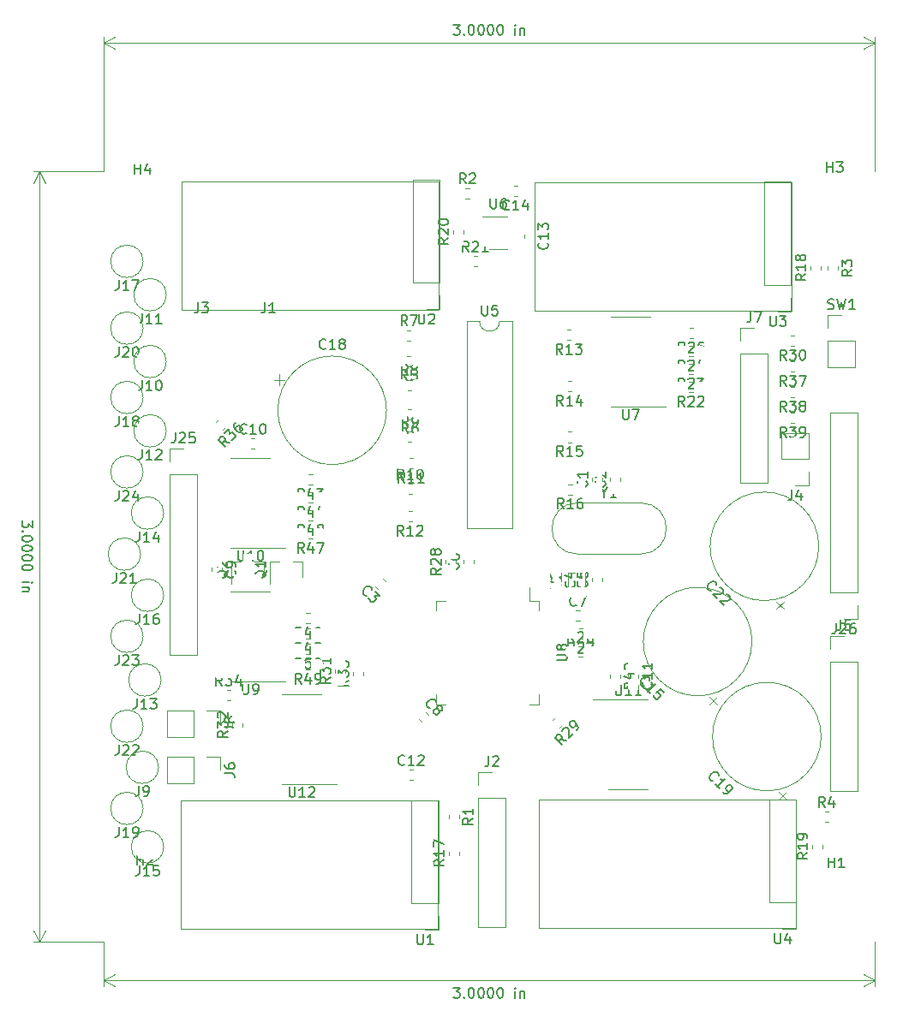
<source format=gto>
G04 #@! TF.GenerationSoftware,KiCad,Pcbnew,(5.1.6-0-10_14)*
G04 #@! TF.CreationDate,2022-02-17T20:51:05-06:00*
G04 #@! TF.ProjectId,opto_isolator_with_micr,6f70746f-5f69-4736-9f6c-61746f725f77,rev?*
G04 #@! TF.SameCoordinates,Original*
G04 #@! TF.FileFunction,Legend,Top*
G04 #@! TF.FilePolarity,Positive*
%FSLAX46Y46*%
G04 Gerber Fmt 4.6, Leading zero omitted, Abs format (unit mm)*
G04 Created by KiCad (PCBNEW (5.1.6-0-10_14)) date 2022-02-17 20:51:05*
%MOMM*%
%LPD*%
G01*
G04 APERTURE LIST*
%ADD10C,0.120000*%
%ADD11C,0.150000*%
%ADD12C,2.700000*%
%ADD13C,3.100000*%
%ADD14R,1.800000X1.800000*%
%ADD15O,1.800000X1.800000*%
%ADD16R,0.900000X1.000000*%
%ADD17R,2.500000X1.700000*%
%ADD18O,2.500000X1.700000*%
%ADD19R,1.160000X0.750000*%
%ADD20C,1.600000*%
%ADD21R,1.900000X1.100000*%
%ADD22C,1.700000*%
%ADD23C,0.100000*%
%ADD24R,1.700000X1.700000*%
%ADD25C,5.100000*%
G04 APERTURE END LIST*
D10*
X165100000Y-123190000D02*
X139700000Y-123190000D01*
X139700000Y-135890000D02*
X165100000Y-135890000D01*
X139700000Y-123190000D02*
X139700000Y-135890000D01*
X165100000Y-135890000D02*
X165100000Y-123190000D01*
D11*
X125007619Y-95512380D02*
X125007619Y-96131428D01*
X124626666Y-95798095D01*
X124626666Y-95940952D01*
X124579047Y-96036190D01*
X124531428Y-96083809D01*
X124436190Y-96131428D01*
X124198095Y-96131428D01*
X124102857Y-96083809D01*
X124055238Y-96036190D01*
X124007619Y-95940952D01*
X124007619Y-95655238D01*
X124055238Y-95560000D01*
X124102857Y-95512380D01*
X124102857Y-96560000D02*
X124055238Y-96607619D01*
X124007619Y-96560000D01*
X124055238Y-96512380D01*
X124102857Y-96560000D01*
X124007619Y-96560000D01*
X125007619Y-97226666D02*
X125007619Y-97321904D01*
X124960000Y-97417142D01*
X124912380Y-97464761D01*
X124817142Y-97512380D01*
X124626666Y-97560000D01*
X124388571Y-97560000D01*
X124198095Y-97512380D01*
X124102857Y-97464761D01*
X124055238Y-97417142D01*
X124007619Y-97321904D01*
X124007619Y-97226666D01*
X124055238Y-97131428D01*
X124102857Y-97083809D01*
X124198095Y-97036190D01*
X124388571Y-96988571D01*
X124626666Y-96988571D01*
X124817142Y-97036190D01*
X124912380Y-97083809D01*
X124960000Y-97131428D01*
X125007619Y-97226666D01*
X125007619Y-98179047D02*
X125007619Y-98274285D01*
X124960000Y-98369523D01*
X124912380Y-98417142D01*
X124817142Y-98464761D01*
X124626666Y-98512380D01*
X124388571Y-98512380D01*
X124198095Y-98464761D01*
X124102857Y-98417142D01*
X124055238Y-98369523D01*
X124007619Y-98274285D01*
X124007619Y-98179047D01*
X124055238Y-98083809D01*
X124102857Y-98036190D01*
X124198095Y-97988571D01*
X124388571Y-97940952D01*
X124626666Y-97940952D01*
X124817142Y-97988571D01*
X124912380Y-98036190D01*
X124960000Y-98083809D01*
X125007619Y-98179047D01*
X125007619Y-99131428D02*
X125007619Y-99226666D01*
X124960000Y-99321904D01*
X124912380Y-99369523D01*
X124817142Y-99417142D01*
X124626666Y-99464761D01*
X124388571Y-99464761D01*
X124198095Y-99417142D01*
X124102857Y-99369523D01*
X124055238Y-99321904D01*
X124007619Y-99226666D01*
X124007619Y-99131428D01*
X124055238Y-99036190D01*
X124102857Y-98988571D01*
X124198095Y-98940952D01*
X124388571Y-98893333D01*
X124626666Y-98893333D01*
X124817142Y-98940952D01*
X124912380Y-98988571D01*
X124960000Y-99036190D01*
X125007619Y-99131428D01*
X125007619Y-100083809D02*
X125007619Y-100179047D01*
X124960000Y-100274285D01*
X124912380Y-100321904D01*
X124817142Y-100369523D01*
X124626666Y-100417142D01*
X124388571Y-100417142D01*
X124198095Y-100369523D01*
X124102857Y-100321904D01*
X124055238Y-100274285D01*
X124007619Y-100179047D01*
X124007619Y-100083809D01*
X124055238Y-99988571D01*
X124102857Y-99940952D01*
X124198095Y-99893333D01*
X124388571Y-99845714D01*
X124626666Y-99845714D01*
X124817142Y-99893333D01*
X124912380Y-99940952D01*
X124960000Y-99988571D01*
X125007619Y-100083809D01*
X124007619Y-101607619D02*
X124674285Y-101607619D01*
X125007619Y-101607619D02*
X124960000Y-101560000D01*
X124912380Y-101607619D01*
X124960000Y-101655238D01*
X125007619Y-101607619D01*
X124912380Y-101607619D01*
X124674285Y-102083809D02*
X124007619Y-102083809D01*
X124579047Y-102083809D02*
X124626666Y-102131428D01*
X124674285Y-102226666D01*
X124674285Y-102369523D01*
X124626666Y-102464761D01*
X124531428Y-102512380D01*
X124007619Y-102512380D01*
D10*
X125730000Y-60960000D02*
X125730000Y-137160000D01*
X132080000Y-60960000D02*
X125143579Y-60960000D01*
X132080000Y-137160000D02*
X125143579Y-137160000D01*
X125730000Y-137160000D02*
X125143579Y-136033496D01*
X125730000Y-137160000D02*
X126316421Y-136033496D01*
X125730000Y-60960000D02*
X125143579Y-62086504D01*
X125730000Y-60960000D02*
X126316421Y-62086504D01*
D11*
X166632380Y-46442380D02*
X167251428Y-46442380D01*
X166918095Y-46823333D01*
X167060952Y-46823333D01*
X167156190Y-46870952D01*
X167203809Y-46918571D01*
X167251428Y-47013809D01*
X167251428Y-47251904D01*
X167203809Y-47347142D01*
X167156190Y-47394761D01*
X167060952Y-47442380D01*
X166775238Y-47442380D01*
X166680000Y-47394761D01*
X166632380Y-47347142D01*
X167680000Y-47347142D02*
X167727619Y-47394761D01*
X167680000Y-47442380D01*
X167632380Y-47394761D01*
X167680000Y-47347142D01*
X167680000Y-47442380D01*
X168346666Y-46442380D02*
X168441904Y-46442380D01*
X168537142Y-46490000D01*
X168584761Y-46537619D01*
X168632380Y-46632857D01*
X168680000Y-46823333D01*
X168680000Y-47061428D01*
X168632380Y-47251904D01*
X168584761Y-47347142D01*
X168537142Y-47394761D01*
X168441904Y-47442380D01*
X168346666Y-47442380D01*
X168251428Y-47394761D01*
X168203809Y-47347142D01*
X168156190Y-47251904D01*
X168108571Y-47061428D01*
X168108571Y-46823333D01*
X168156190Y-46632857D01*
X168203809Y-46537619D01*
X168251428Y-46490000D01*
X168346666Y-46442380D01*
X169299047Y-46442380D02*
X169394285Y-46442380D01*
X169489523Y-46490000D01*
X169537142Y-46537619D01*
X169584761Y-46632857D01*
X169632380Y-46823333D01*
X169632380Y-47061428D01*
X169584761Y-47251904D01*
X169537142Y-47347142D01*
X169489523Y-47394761D01*
X169394285Y-47442380D01*
X169299047Y-47442380D01*
X169203809Y-47394761D01*
X169156190Y-47347142D01*
X169108571Y-47251904D01*
X169060952Y-47061428D01*
X169060952Y-46823333D01*
X169108571Y-46632857D01*
X169156190Y-46537619D01*
X169203809Y-46490000D01*
X169299047Y-46442380D01*
X170251428Y-46442380D02*
X170346666Y-46442380D01*
X170441904Y-46490000D01*
X170489523Y-46537619D01*
X170537142Y-46632857D01*
X170584761Y-46823333D01*
X170584761Y-47061428D01*
X170537142Y-47251904D01*
X170489523Y-47347142D01*
X170441904Y-47394761D01*
X170346666Y-47442380D01*
X170251428Y-47442380D01*
X170156190Y-47394761D01*
X170108571Y-47347142D01*
X170060952Y-47251904D01*
X170013333Y-47061428D01*
X170013333Y-46823333D01*
X170060952Y-46632857D01*
X170108571Y-46537619D01*
X170156190Y-46490000D01*
X170251428Y-46442380D01*
X171203809Y-46442380D02*
X171299047Y-46442380D01*
X171394285Y-46490000D01*
X171441904Y-46537619D01*
X171489523Y-46632857D01*
X171537142Y-46823333D01*
X171537142Y-47061428D01*
X171489523Y-47251904D01*
X171441904Y-47347142D01*
X171394285Y-47394761D01*
X171299047Y-47442380D01*
X171203809Y-47442380D01*
X171108571Y-47394761D01*
X171060952Y-47347142D01*
X171013333Y-47251904D01*
X170965714Y-47061428D01*
X170965714Y-46823333D01*
X171013333Y-46632857D01*
X171060952Y-46537619D01*
X171108571Y-46490000D01*
X171203809Y-46442380D01*
X172727619Y-47442380D02*
X172727619Y-46775714D01*
X172727619Y-46442380D02*
X172680000Y-46490000D01*
X172727619Y-46537619D01*
X172775238Y-46490000D01*
X172727619Y-46442380D01*
X172727619Y-46537619D01*
X173203809Y-46775714D02*
X173203809Y-47442380D01*
X173203809Y-46870952D02*
X173251428Y-46823333D01*
X173346666Y-46775714D01*
X173489523Y-46775714D01*
X173584761Y-46823333D01*
X173632380Y-46918571D01*
X173632380Y-47442380D01*
D10*
X132080000Y-48260000D02*
X208280000Y-48260000D01*
X132080000Y-60960000D02*
X132080000Y-47673579D01*
X208280000Y-60960000D02*
X208280000Y-47673579D01*
X208280000Y-48260000D02*
X207153496Y-48846421D01*
X208280000Y-48260000D02*
X207153496Y-47673579D01*
X132080000Y-48260000D02*
X133206504Y-48846421D01*
X132080000Y-48260000D02*
X133206504Y-47673579D01*
D11*
X166632380Y-141692380D02*
X167251428Y-141692380D01*
X166918095Y-142073333D01*
X167060952Y-142073333D01*
X167156190Y-142120952D01*
X167203809Y-142168571D01*
X167251428Y-142263809D01*
X167251428Y-142501904D01*
X167203809Y-142597142D01*
X167156190Y-142644761D01*
X167060952Y-142692380D01*
X166775238Y-142692380D01*
X166680000Y-142644761D01*
X166632380Y-142597142D01*
X167680000Y-142597142D02*
X167727619Y-142644761D01*
X167680000Y-142692380D01*
X167632380Y-142644761D01*
X167680000Y-142597142D01*
X167680000Y-142692380D01*
X168346666Y-141692380D02*
X168441904Y-141692380D01*
X168537142Y-141740000D01*
X168584761Y-141787619D01*
X168632380Y-141882857D01*
X168680000Y-142073333D01*
X168680000Y-142311428D01*
X168632380Y-142501904D01*
X168584761Y-142597142D01*
X168537142Y-142644761D01*
X168441904Y-142692380D01*
X168346666Y-142692380D01*
X168251428Y-142644761D01*
X168203809Y-142597142D01*
X168156190Y-142501904D01*
X168108571Y-142311428D01*
X168108571Y-142073333D01*
X168156190Y-141882857D01*
X168203809Y-141787619D01*
X168251428Y-141740000D01*
X168346666Y-141692380D01*
X169299047Y-141692380D02*
X169394285Y-141692380D01*
X169489523Y-141740000D01*
X169537142Y-141787619D01*
X169584761Y-141882857D01*
X169632380Y-142073333D01*
X169632380Y-142311428D01*
X169584761Y-142501904D01*
X169537142Y-142597142D01*
X169489523Y-142644761D01*
X169394285Y-142692380D01*
X169299047Y-142692380D01*
X169203809Y-142644761D01*
X169156190Y-142597142D01*
X169108571Y-142501904D01*
X169060952Y-142311428D01*
X169060952Y-142073333D01*
X169108571Y-141882857D01*
X169156190Y-141787619D01*
X169203809Y-141740000D01*
X169299047Y-141692380D01*
X170251428Y-141692380D02*
X170346666Y-141692380D01*
X170441904Y-141740000D01*
X170489523Y-141787619D01*
X170537142Y-141882857D01*
X170584761Y-142073333D01*
X170584761Y-142311428D01*
X170537142Y-142501904D01*
X170489523Y-142597142D01*
X170441904Y-142644761D01*
X170346666Y-142692380D01*
X170251428Y-142692380D01*
X170156190Y-142644761D01*
X170108571Y-142597142D01*
X170060952Y-142501904D01*
X170013333Y-142311428D01*
X170013333Y-142073333D01*
X170060952Y-141882857D01*
X170108571Y-141787619D01*
X170156190Y-141740000D01*
X170251428Y-141692380D01*
X171203809Y-141692380D02*
X171299047Y-141692380D01*
X171394285Y-141740000D01*
X171441904Y-141787619D01*
X171489523Y-141882857D01*
X171537142Y-142073333D01*
X171537142Y-142311428D01*
X171489523Y-142501904D01*
X171441904Y-142597142D01*
X171394285Y-142644761D01*
X171299047Y-142692380D01*
X171203809Y-142692380D01*
X171108571Y-142644761D01*
X171060952Y-142597142D01*
X171013333Y-142501904D01*
X170965714Y-142311428D01*
X170965714Y-142073333D01*
X171013333Y-141882857D01*
X171060952Y-141787619D01*
X171108571Y-141740000D01*
X171203809Y-141692380D01*
X172727619Y-142692380D02*
X172727619Y-142025714D01*
X172727619Y-141692380D02*
X172680000Y-141740000D01*
X172727619Y-141787619D01*
X172775238Y-141740000D01*
X172727619Y-141692380D01*
X172727619Y-141787619D01*
X173203809Y-142025714D02*
X173203809Y-142692380D01*
X173203809Y-142120952D02*
X173251428Y-142073333D01*
X173346666Y-142025714D01*
X173489523Y-142025714D01*
X173584761Y-142073333D01*
X173632380Y-142168571D01*
X173632380Y-142692380D01*
D10*
X132080000Y-140970000D02*
X208280000Y-140970000D01*
X132080000Y-137160000D02*
X132080000Y-141556421D01*
X208280000Y-137160000D02*
X208280000Y-141556421D01*
X208280000Y-140970000D02*
X207153496Y-141556421D01*
X208280000Y-140970000D02*
X207153496Y-140383579D01*
X132080000Y-140970000D02*
X133206504Y-141556421D01*
X132080000Y-140970000D02*
X133206504Y-140383579D01*
X165150800Y-61950600D02*
X139750800Y-61950600D01*
X139750800Y-74650600D02*
X165150800Y-74650600D01*
X139750800Y-61950600D02*
X139750800Y-74650600D01*
X165150800Y-74650600D02*
X165150800Y-61950600D01*
X200025000Y-62001400D02*
X174625000Y-62001400D01*
X174625000Y-74701400D02*
X200025000Y-74701400D01*
X174625000Y-62001400D02*
X174625000Y-74701400D01*
X200025000Y-74701400D02*
X200025000Y-62001400D01*
X200456800Y-123113800D02*
X175056800Y-123113800D01*
X200456800Y-135813800D02*
X200456800Y-123113800D01*
X175056800Y-135813800D02*
X200456800Y-135813800D01*
X175056800Y-123113800D02*
X175056800Y-135813800D01*
X137490781Y-119888000D02*
G75*
G03*
X137490781Y-119888000I-1600781J0D01*
G01*
X180338000Y-91611267D02*
X180338000Y-91268733D01*
X181358000Y-91611267D02*
X181358000Y-91268733D01*
X182116000Y-91611267D02*
X182116000Y-91268733D01*
X183136000Y-91611267D02*
X183136000Y-91268733D01*
X159883011Y-101503762D02*
X159640802Y-101261553D01*
X159161762Y-102225011D02*
X158919553Y-101982802D01*
X176274000Y-101174733D02*
X176274000Y-101517267D01*
X177294000Y-101174733D02*
X177294000Y-101517267D01*
X180338000Y-101517267D02*
X180338000Y-101174733D01*
X181358000Y-101517267D02*
X181358000Y-101174733D01*
X167638000Y-99739267D02*
X167638000Y-99396733D01*
X168658000Y-99739267D02*
X168658000Y-99396733D01*
X178757732Y-105412000D02*
X179100266Y-105412000D01*
X178757732Y-104392000D02*
X179100266Y-104392000D01*
X163926238Y-114436989D02*
X164168447Y-114679198D01*
X163204989Y-115158238D02*
X163447198Y-115400447D01*
X143766000Y-100158733D02*
X143766000Y-100501267D01*
X142746000Y-100158733D02*
X142746000Y-100501267D01*
X146640733Y-88394000D02*
X146983267Y-88394000D01*
X146640733Y-87374000D02*
X146983267Y-87374000D01*
X183894000Y-110685733D02*
X183894000Y-111028267D01*
X184914000Y-110685733D02*
X184914000Y-111028267D01*
X162275733Y-121160000D02*
X162618267Y-121160000D01*
X162275733Y-120140000D02*
X162618267Y-120140000D01*
X173607000Y-67200933D02*
X173607000Y-67543467D01*
X174627000Y-67200933D02*
X174627000Y-67543467D01*
X172942067Y-63400400D02*
X172599533Y-63400400D01*
X172942067Y-62380400D02*
X172599533Y-62380400D01*
X169104000Y-120336000D02*
X170434000Y-120336000D01*
X169104000Y-121666000D02*
X169104000Y-120336000D01*
X169104000Y-122936000D02*
X171764000Y-122936000D01*
X171764000Y-122936000D02*
X171764000Y-135696000D01*
X169104000Y-122936000D02*
X169104000Y-135696000D01*
X169104000Y-135696000D02*
X171764000Y-135696000D01*
X201736000Y-92008000D02*
X200406000Y-92008000D01*
X201736000Y-90678000D02*
X201736000Y-92008000D01*
X201736000Y-89408000D02*
X199076000Y-89408000D01*
X199076000Y-89408000D02*
X199076000Y-86808000D01*
X201736000Y-89408000D02*
X201736000Y-86808000D01*
X201736000Y-86808000D02*
X199076000Y-86808000D01*
X203902000Y-106874000D02*
X205232000Y-106874000D01*
X203902000Y-108204000D02*
X203902000Y-106874000D01*
X203902000Y-109474000D02*
X206562000Y-109474000D01*
X206562000Y-109474000D02*
X206562000Y-122234000D01*
X203902000Y-109474000D02*
X203902000Y-122234000D01*
X203902000Y-122234000D02*
X206562000Y-122234000D01*
X138370000Y-118812000D02*
X138370000Y-121472000D01*
X140970000Y-118812000D02*
X138370000Y-118812000D01*
X140970000Y-121472000D02*
X138370000Y-121472000D01*
X140970000Y-118812000D02*
X140970000Y-121472000D01*
X142240000Y-118812000D02*
X143570000Y-118812000D01*
X143570000Y-118812000D02*
X143570000Y-120142000D01*
X195012000Y-91754000D02*
X197672000Y-91754000D01*
X195012000Y-78994000D02*
X195012000Y-91754000D01*
X197672000Y-78994000D02*
X197672000Y-91754000D01*
X195012000Y-78994000D02*
X197672000Y-78994000D01*
X195012000Y-77724000D02*
X195012000Y-76394000D01*
X195012000Y-76394000D02*
X196342000Y-76394000D01*
X138370000Y-114240000D02*
X138370000Y-116900000D01*
X140970000Y-114240000D02*
X138370000Y-114240000D01*
X140970000Y-116900000D02*
X138370000Y-116900000D01*
X140970000Y-114240000D02*
X140970000Y-116900000D01*
X142240000Y-114240000D02*
X143570000Y-114240000D01*
X143570000Y-114240000D02*
X143570000Y-115570000D01*
X138624000Y-88332000D02*
X139954000Y-88332000D01*
X138624000Y-89662000D02*
X138624000Y-88332000D01*
X138624000Y-90932000D02*
X141284000Y-90932000D01*
X141284000Y-90932000D02*
X141284000Y-108772000D01*
X138624000Y-90932000D02*
X138624000Y-108772000D01*
X138624000Y-108772000D02*
X141284000Y-108772000D01*
X151694000Y-99570000D02*
X150764000Y-99570000D01*
X148534000Y-99570000D02*
X149464000Y-99570000D01*
X148534000Y-99570000D02*
X148534000Y-101730000D01*
X151694000Y-99570000D02*
X151694000Y-101030000D01*
X147884000Y-99570000D02*
X147884000Y-101030000D01*
X144724000Y-99570000D02*
X144724000Y-101730000D01*
X144724000Y-99570000D02*
X145654000Y-99570000D01*
X147884000Y-99570000D02*
X146954000Y-99570000D01*
X166164800Y-124593533D02*
X166164800Y-124936067D01*
X167184800Y-124593533D02*
X167184800Y-124936067D01*
X167835733Y-63629000D02*
X168178267Y-63629000D01*
X167835733Y-62609000D02*
X168178267Y-62609000D01*
X203629800Y-70339133D02*
X203629800Y-70681667D01*
X204649800Y-70339133D02*
X204649800Y-70681667D01*
X203333533Y-125300200D02*
X203676067Y-125300200D01*
X203333533Y-124280200D02*
X203676067Y-124280200D01*
X162401067Y-79195200D02*
X162058533Y-79195200D01*
X162401067Y-80215200D02*
X162058533Y-80215200D01*
X162502667Y-85473000D02*
X162160133Y-85473000D01*
X162502667Y-84453000D02*
X162160133Y-84453000D01*
X162072533Y-77675200D02*
X162415067Y-77675200D01*
X162072533Y-76655200D02*
X162415067Y-76655200D01*
X162097933Y-81557400D02*
X162440467Y-81557400D01*
X162097933Y-82577400D02*
X162440467Y-82577400D01*
X162160133Y-87708200D02*
X162502667Y-87708200D01*
X162160133Y-86688200D02*
X162502667Y-86688200D01*
X162174133Y-91869800D02*
X162516667Y-91869800D01*
X162174133Y-92889800D02*
X162516667Y-92889800D01*
X162604267Y-89329800D02*
X162261733Y-89329800D01*
X162604267Y-90349800D02*
X162261733Y-90349800D01*
X162511267Y-95590000D02*
X162168733Y-95590000D01*
X162511267Y-94570000D02*
X162168733Y-94570000D01*
X178211267Y-76629800D02*
X177868733Y-76629800D01*
X178211267Y-77649800D02*
X177868733Y-77649800D01*
X178262067Y-82729800D02*
X177919533Y-82729800D01*
X178262067Y-81709800D02*
X177919533Y-81709800D01*
X178276067Y-86713600D02*
X177933533Y-86713600D01*
X178276067Y-87733600D02*
X177933533Y-87733600D01*
X178338267Y-92915200D02*
X177995733Y-92915200D01*
X178338267Y-91895200D02*
X177995733Y-91895200D01*
X167184800Y-128568267D02*
X167184800Y-128225733D01*
X166164800Y-128568267D02*
X166164800Y-128225733D01*
X201902600Y-70642267D02*
X201902600Y-70299733D01*
X202922600Y-70642267D02*
X202922600Y-70299733D01*
X203100400Y-127882467D02*
X203100400Y-127539933D01*
X202080400Y-127882467D02*
X202080400Y-127539933D01*
X166596600Y-67100267D02*
X166596600Y-66757733D01*
X167616600Y-67100267D02*
X167616600Y-66757733D01*
X168625733Y-69340000D02*
X168968267Y-69340000D01*
X168625733Y-70360000D02*
X168968267Y-70360000D01*
X190276267Y-82806000D02*
X189933733Y-82806000D01*
X190276267Y-81786000D02*
X189933733Y-81786000D01*
X190276267Y-80008000D02*
X189933733Y-80008000D01*
X190276267Y-81028000D02*
X189933733Y-81028000D01*
X190276267Y-79250000D02*
X189933733Y-79250000D01*
X190276267Y-78230000D02*
X189933733Y-78230000D01*
X190304267Y-76452000D02*
X189961733Y-76452000D01*
X190304267Y-77472000D02*
X189961733Y-77472000D01*
X179011733Y-107948000D02*
X179354267Y-107948000D01*
X179011733Y-108968000D02*
X179354267Y-108968000D01*
X179382267Y-106170000D02*
X179039733Y-106170000D01*
X179382267Y-107190000D02*
X179039733Y-107190000D01*
X166880000Y-99739267D02*
X166880000Y-99396733D01*
X165860000Y-99739267D02*
X165860000Y-99396733D01*
X177376447Y-115698802D02*
X177134238Y-115941011D01*
X176655198Y-114977553D02*
X176412989Y-115219762D01*
X200323267Y-78234000D02*
X199980733Y-78234000D01*
X200323267Y-77214000D02*
X199980733Y-77214000D01*
X154938000Y-110520267D02*
X154938000Y-110177733D01*
X155958000Y-110520267D02*
X155958000Y-110177733D01*
X145798000Y-115854267D02*
X145798000Y-115511733D01*
X144778000Y-115854267D02*
X144778000Y-115511733D01*
X157736000Y-110802267D02*
X157736000Y-110459733D01*
X156716000Y-110802267D02*
X156716000Y-110459733D01*
X144241733Y-113286000D02*
X144584267Y-113286000D01*
X144241733Y-112266000D02*
X144584267Y-112266000D01*
X143381198Y-85513553D02*
X143138989Y-85755762D01*
X144102447Y-86234802D02*
X143860238Y-86477011D01*
X200323267Y-80774000D02*
X199980733Y-80774000D01*
X200323267Y-79754000D02*
X199980733Y-79754000D01*
X200323267Y-83314000D02*
X199980733Y-83314000D01*
X200323267Y-82294000D02*
X199980733Y-82294000D01*
X200323267Y-85854000D02*
X199980733Y-85854000D01*
X200323267Y-84834000D02*
X199980733Y-84834000D01*
X182116000Y-110713733D02*
X182116000Y-111056267D01*
X183136000Y-110713733D02*
X183136000Y-111056267D01*
X203648000Y-75124000D02*
X204978000Y-75124000D01*
X203648000Y-76454000D02*
X203648000Y-75124000D01*
X203648000Y-77724000D02*
X206308000Y-77724000D01*
X206308000Y-77724000D02*
X206308000Y-80324000D01*
X203648000Y-77724000D02*
X203648000Y-80324000D01*
X203648000Y-80324000D02*
X206308000Y-80324000D01*
X165160000Y-135950000D02*
X163830000Y-135950000D01*
X165160000Y-134620000D02*
X165160000Y-135950000D01*
X165160000Y-133350000D02*
X162500000Y-133350000D01*
X162500000Y-133350000D02*
X162500000Y-123130000D01*
X165160000Y-133350000D02*
X165160000Y-123130000D01*
X165160000Y-123130000D02*
X162500000Y-123130000D01*
X165287000Y-61763600D02*
X162627000Y-61763600D01*
X165287000Y-71983600D02*
X165287000Y-61763600D01*
X162627000Y-71983600D02*
X162627000Y-61763600D01*
X165287000Y-71983600D02*
X162627000Y-71983600D01*
X165287000Y-73253600D02*
X165287000Y-74583600D01*
X165287000Y-74583600D02*
X163957000Y-74583600D01*
X200008800Y-74786800D02*
X198678800Y-74786800D01*
X200008800Y-73456800D02*
X200008800Y-74786800D01*
X200008800Y-72186800D02*
X197348800Y-72186800D01*
X197348800Y-72186800D02*
X197348800Y-61966800D01*
X200008800Y-72186800D02*
X200008800Y-61966800D01*
X200008800Y-61966800D02*
X197348800Y-61966800D01*
X200491400Y-123053800D02*
X197831400Y-123053800D01*
X200491400Y-133273800D02*
X200491400Y-123053800D01*
X197831400Y-133273800D02*
X197831400Y-123053800D01*
X200491400Y-133273800D02*
X197831400Y-133273800D01*
X200491400Y-134543800D02*
X200491400Y-135873800D01*
X200491400Y-135873800D02*
X199161400Y-135873800D01*
X172455400Y-75759000D02*
X171205400Y-75759000D01*
X172455400Y-96199000D02*
X172455400Y-75759000D01*
X167955400Y-96199000D02*
X172455400Y-96199000D01*
X167955400Y-75759000D02*
X167955400Y-96199000D01*
X169205400Y-75759000D02*
X167955400Y-75759000D01*
X171205400Y-75759000D02*
G75*
G02*
X169205400Y-75759000I-1000000J0D01*
G01*
X171951400Y-65456200D02*
X169501400Y-65456200D01*
X170151400Y-68676200D02*
X171951400Y-68676200D01*
X184150000Y-75321000D02*
X182200000Y-75321000D01*
X184150000Y-75321000D02*
X186100000Y-75321000D01*
X184150000Y-84191000D02*
X182200000Y-84191000D01*
X184150000Y-84191000D02*
X187600000Y-84191000D01*
X174160000Y-103430000D02*
X174160000Y-102090000D01*
X175110000Y-103430000D02*
X174160000Y-103430000D01*
X175110000Y-104380000D02*
X175110000Y-103430000D01*
X175110000Y-113650000D02*
X174160000Y-113650000D01*
X175110000Y-112700000D02*
X175110000Y-113650000D01*
X164890000Y-103430000D02*
X165840000Y-103430000D01*
X164890000Y-104380000D02*
X164890000Y-103430000D01*
X164890000Y-113650000D02*
X165840000Y-113650000D01*
X164890000Y-112700000D02*
X164890000Y-113650000D01*
X146558000Y-111369000D02*
X150008000Y-111369000D01*
X146558000Y-111369000D02*
X144608000Y-111369000D01*
X146558000Y-102499000D02*
X148508000Y-102499000D01*
X146558000Y-102499000D02*
X144608000Y-102499000D01*
X146558000Y-89291000D02*
X144608000Y-89291000D01*
X146558000Y-89291000D02*
X148508000Y-89291000D01*
X146558000Y-98161000D02*
X144608000Y-98161000D01*
X146558000Y-98161000D02*
X150008000Y-98161000D01*
X183896000Y-113167000D02*
X180446000Y-113167000D01*
X183896000Y-113167000D02*
X185846000Y-113167000D01*
X183896000Y-122037000D02*
X181946000Y-122037000D01*
X183896000Y-122037000D02*
X185846000Y-122037000D01*
X151638000Y-121529000D02*
X155088000Y-121529000D01*
X151638000Y-121529000D02*
X149688000Y-121529000D01*
X151638000Y-112659000D02*
X153588000Y-112659000D01*
X151638000Y-112659000D02*
X149688000Y-112659000D01*
X178893000Y-98791000D02*
X185143000Y-98791000D01*
X178893000Y-93741000D02*
X185143000Y-93741000D01*
X178893000Y-98791000D02*
G75*
G02*
X178893000Y-93741000I0J2525000D01*
G01*
X185143000Y-98791000D02*
G75*
G03*
X185143000Y-93741000I0J2525000D01*
G01*
X177941000Y-102041000D02*
X177941000Y-100691000D01*
X179691000Y-102041000D02*
X179691000Y-100691000D01*
X152684267Y-90930000D02*
X152341733Y-90930000D01*
X152684267Y-91950000D02*
X152341733Y-91950000D01*
X152684267Y-92708000D02*
X152341733Y-92708000D01*
X152684267Y-93728000D02*
X152341733Y-93728000D01*
X152430267Y-106170000D02*
X152087733Y-106170000D01*
X152430267Y-107190000D02*
X152087733Y-107190000D01*
X152430267Y-105666000D02*
X152087733Y-105666000D01*
X152430267Y-104646000D02*
X152087733Y-104646000D01*
X152684267Y-96264000D02*
X152341733Y-96264000D01*
X152684267Y-97284000D02*
X152341733Y-97284000D01*
X152684267Y-95506000D02*
X152341733Y-95506000D01*
X152684267Y-94486000D02*
X152341733Y-94486000D01*
X152430267Y-110238000D02*
X152087733Y-110238000D01*
X152430267Y-109218000D02*
X152087733Y-109218000D01*
X152430267Y-108714000D02*
X152087733Y-108714000D01*
X152430267Y-107694000D02*
X152087733Y-107694000D01*
X206562000Y-105216000D02*
X205232000Y-105216000D01*
X206562000Y-103886000D02*
X206562000Y-105216000D01*
X206562000Y-102616000D02*
X203902000Y-102616000D01*
X203902000Y-102616000D02*
X203902000Y-84776000D01*
X206562000Y-102616000D02*
X206562000Y-84776000D01*
X206562000Y-84776000D02*
X203902000Y-84776000D01*
X196134232Y-107452233D02*
G75*
G03*
X196134232Y-107452233I-5369999J0D01*
G01*
X192696143Y-113647997D02*
X191953681Y-112905535D01*
X191953681Y-113647997D02*
X192696143Y-112905535D01*
X160016000Y-84582000D02*
G75*
G03*
X160016000Y-84582000I-5370000J0D01*
G01*
X148898867Y-81567000D02*
X149948867Y-81567000D01*
X149423867Y-81042000D02*
X149423867Y-82092000D01*
X198791215Y-123045997D02*
X199533677Y-122303535D01*
X199533677Y-123045997D02*
X198791215Y-122303535D01*
X202971766Y-116850233D02*
G75*
G03*
X202971766Y-116850233I-5369999J0D01*
G01*
X198557681Y-104229531D02*
X199300143Y-103487069D01*
X199300143Y-104229531D02*
X198557681Y-103487069D01*
X202738232Y-98033767D02*
G75*
G03*
X202738232Y-98033767I-5369999J0D01*
G01*
X138252781Y-79756000D02*
G75*
G03*
X138252781Y-79756000I-1600781J0D01*
G01*
X138252781Y-73152000D02*
G75*
G03*
X138252781Y-73152000I-1600781J0D01*
G01*
X138252781Y-86614000D02*
G75*
G03*
X138252781Y-86614000I-1600781J0D01*
G01*
X137744781Y-111252000D02*
G75*
G03*
X137744781Y-111252000I-1600781J0D01*
G01*
X137998781Y-94742000D02*
G75*
G03*
X137998781Y-94742000I-1600781J0D01*
G01*
X137998781Y-127762000D02*
G75*
G03*
X137998781Y-127762000I-1600781J0D01*
G01*
X137998781Y-102870000D02*
G75*
G03*
X137998781Y-102870000I-1600781J0D01*
G01*
X135966781Y-69850000D02*
G75*
G03*
X135966781Y-69850000I-1600781J0D01*
G01*
X135966781Y-83312000D02*
G75*
G03*
X135966781Y-83312000I-1600781J0D01*
G01*
X135966781Y-123952000D02*
G75*
G03*
X135966781Y-123952000I-1600781J0D01*
G01*
X135966781Y-76454000D02*
G75*
G03*
X135966781Y-76454000I-1600781J0D01*
G01*
X135712781Y-98806000D02*
G75*
G03*
X135712781Y-98806000I-1600781J0D01*
G01*
X135966781Y-115824000D02*
G75*
G03*
X135966781Y-115824000I-1600781J0D01*
G01*
X135966781Y-106934000D02*
G75*
G03*
X135966781Y-106934000I-1600781J0D01*
G01*
X135966781Y-90678000D02*
G75*
G03*
X135966781Y-90678000I-1600781J0D01*
G01*
D11*
X135556666Y-121740380D02*
X135556666Y-122454666D01*
X135509047Y-122597523D01*
X135413809Y-122692761D01*
X135270952Y-122740380D01*
X135175714Y-122740380D01*
X136080476Y-122740380D02*
X136270952Y-122740380D01*
X136366190Y-122692761D01*
X136413809Y-122645142D01*
X136509047Y-122502285D01*
X136556666Y-122311809D01*
X136556666Y-121930857D01*
X136509047Y-121835619D01*
X136461428Y-121788000D01*
X136366190Y-121740380D01*
X136175714Y-121740380D01*
X136080476Y-121788000D01*
X136032857Y-121835619D01*
X135985238Y-121930857D01*
X135985238Y-122168952D01*
X136032857Y-122264190D01*
X136080476Y-122311809D01*
X136175714Y-122359428D01*
X136366190Y-122359428D01*
X136461428Y-122311809D01*
X136509047Y-122264190D01*
X136556666Y-122168952D01*
X179775142Y-91606666D02*
X179822761Y-91654285D01*
X179870380Y-91797142D01*
X179870380Y-91892380D01*
X179822761Y-92035238D01*
X179727523Y-92130476D01*
X179632285Y-92178095D01*
X179441809Y-92225714D01*
X179298952Y-92225714D01*
X179108476Y-92178095D01*
X179013238Y-92130476D01*
X178918000Y-92035238D01*
X178870380Y-91892380D01*
X178870380Y-91797142D01*
X178918000Y-91654285D01*
X178965619Y-91606666D01*
X179870380Y-90654285D02*
X179870380Y-91225714D01*
X179870380Y-90940000D02*
X178870380Y-90940000D01*
X179013238Y-91035238D01*
X179108476Y-91130476D01*
X179156095Y-91225714D01*
X181553142Y-91606666D02*
X181600761Y-91654285D01*
X181648380Y-91797142D01*
X181648380Y-91892380D01*
X181600761Y-92035238D01*
X181505523Y-92130476D01*
X181410285Y-92178095D01*
X181219809Y-92225714D01*
X181076952Y-92225714D01*
X180886476Y-92178095D01*
X180791238Y-92130476D01*
X180696000Y-92035238D01*
X180648380Y-91892380D01*
X180648380Y-91797142D01*
X180696000Y-91654285D01*
X180743619Y-91606666D01*
X180743619Y-91225714D02*
X180696000Y-91178095D01*
X180648380Y-91082857D01*
X180648380Y-90844761D01*
X180696000Y-90749523D01*
X180743619Y-90701904D01*
X180838857Y-90654285D01*
X180934095Y-90654285D01*
X181076952Y-90701904D01*
X181648380Y-91273333D01*
X181648380Y-90654285D01*
X158019729Y-102889132D02*
X157952386Y-102889132D01*
X157817699Y-102821788D01*
X157750355Y-102754445D01*
X157683012Y-102619757D01*
X157683012Y-102485070D01*
X157716683Y-102384055D01*
X157817699Y-102215696D01*
X157918714Y-102114681D01*
X158087073Y-102013666D01*
X158188088Y-101979994D01*
X158322775Y-101979994D01*
X158457462Y-102047338D01*
X158524806Y-102114681D01*
X158592149Y-102249368D01*
X158592149Y-102316712D01*
X158895195Y-102485070D02*
X159332928Y-102922803D01*
X158827851Y-102956475D01*
X158928867Y-103057490D01*
X158962538Y-103158506D01*
X158962538Y-103225849D01*
X158928867Y-103326864D01*
X158760508Y-103495223D01*
X158659493Y-103528895D01*
X158592149Y-103528895D01*
X158491134Y-103495223D01*
X158289103Y-103293193D01*
X158255431Y-103192177D01*
X158255431Y-103124834D01*
X178571142Y-101512666D02*
X178618761Y-101560285D01*
X178666380Y-101703142D01*
X178666380Y-101798380D01*
X178618761Y-101941238D01*
X178523523Y-102036476D01*
X178428285Y-102084095D01*
X178237809Y-102131714D01*
X178094952Y-102131714D01*
X177904476Y-102084095D01*
X177809238Y-102036476D01*
X177714000Y-101941238D01*
X177666380Y-101798380D01*
X177666380Y-101703142D01*
X177714000Y-101560285D01*
X177761619Y-101512666D01*
X177999714Y-100655523D02*
X178666380Y-100655523D01*
X177618761Y-100893619D02*
X178333047Y-101131714D01*
X178333047Y-100512666D01*
X179775142Y-101512666D02*
X179822761Y-101560285D01*
X179870380Y-101703142D01*
X179870380Y-101798380D01*
X179822761Y-101941238D01*
X179727523Y-102036476D01*
X179632285Y-102084095D01*
X179441809Y-102131714D01*
X179298952Y-102131714D01*
X179108476Y-102084095D01*
X179013238Y-102036476D01*
X178918000Y-101941238D01*
X178870380Y-101798380D01*
X178870380Y-101703142D01*
X178918000Y-101560285D01*
X178965619Y-101512666D01*
X178870380Y-100607904D02*
X178870380Y-101084095D01*
X179346571Y-101131714D01*
X179298952Y-101084095D01*
X179251333Y-100988857D01*
X179251333Y-100750761D01*
X179298952Y-100655523D01*
X179346571Y-100607904D01*
X179441809Y-100560285D01*
X179679904Y-100560285D01*
X179775142Y-100607904D01*
X179822761Y-100655523D01*
X179870380Y-100750761D01*
X179870380Y-100988857D01*
X179822761Y-101084095D01*
X179775142Y-101131714D01*
X167075142Y-99734666D02*
X167122761Y-99782285D01*
X167170380Y-99925142D01*
X167170380Y-100020380D01*
X167122761Y-100163238D01*
X167027523Y-100258476D01*
X166932285Y-100306095D01*
X166741809Y-100353714D01*
X166598952Y-100353714D01*
X166408476Y-100306095D01*
X166313238Y-100258476D01*
X166218000Y-100163238D01*
X166170380Y-100020380D01*
X166170380Y-99925142D01*
X166218000Y-99782285D01*
X166265619Y-99734666D01*
X166170380Y-98877523D02*
X166170380Y-99068000D01*
X166218000Y-99163238D01*
X166265619Y-99210857D01*
X166408476Y-99306095D01*
X166598952Y-99353714D01*
X166979904Y-99353714D01*
X167075142Y-99306095D01*
X167122761Y-99258476D01*
X167170380Y-99163238D01*
X167170380Y-98972761D01*
X167122761Y-98877523D01*
X167075142Y-98829904D01*
X166979904Y-98782285D01*
X166741809Y-98782285D01*
X166646571Y-98829904D01*
X166598952Y-98877523D01*
X166551333Y-98972761D01*
X166551333Y-99163238D01*
X166598952Y-99258476D01*
X166646571Y-99306095D01*
X166741809Y-99353714D01*
X178762332Y-103829142D02*
X178714713Y-103876761D01*
X178571856Y-103924380D01*
X178476618Y-103924380D01*
X178333760Y-103876761D01*
X178238522Y-103781523D01*
X178190903Y-103686285D01*
X178143284Y-103495809D01*
X178143284Y-103352952D01*
X178190903Y-103162476D01*
X178238522Y-103067238D01*
X178333760Y-102972000D01*
X178476618Y-102924380D01*
X178571856Y-102924380D01*
X178714713Y-102972000D01*
X178762332Y-103019619D01*
X179095665Y-102924380D02*
X179762332Y-102924380D01*
X179333760Y-103924380D01*
X164327491Y-114042242D02*
X164260148Y-114042242D01*
X164125461Y-113974898D01*
X164058117Y-113907555D01*
X163990774Y-113772867D01*
X163990774Y-113638180D01*
X164024445Y-113537165D01*
X164125461Y-113368806D01*
X164226476Y-113267791D01*
X164394835Y-113166776D01*
X164495850Y-113133104D01*
X164630537Y-113133104D01*
X164765224Y-113200448D01*
X164832568Y-113267791D01*
X164899911Y-113402478D01*
X164899911Y-113469822D01*
X165068270Y-114109585D02*
X165034598Y-114008570D01*
X165034598Y-113941226D01*
X165068270Y-113840211D01*
X165101942Y-113806539D01*
X165202957Y-113772867D01*
X165270300Y-113772867D01*
X165371316Y-113806539D01*
X165506003Y-113941226D01*
X165539674Y-114042242D01*
X165539674Y-114109585D01*
X165506003Y-114210600D01*
X165472331Y-114244272D01*
X165371316Y-114277944D01*
X165303972Y-114277944D01*
X165202957Y-114244272D01*
X165068270Y-114109585D01*
X164967255Y-114075913D01*
X164899911Y-114075913D01*
X164798896Y-114109585D01*
X164664209Y-114244272D01*
X164630537Y-114345287D01*
X164630537Y-114412631D01*
X164664209Y-114513646D01*
X164798896Y-114648333D01*
X164899911Y-114682005D01*
X164967255Y-114682005D01*
X165068270Y-114648333D01*
X165202957Y-114513646D01*
X165236629Y-114412631D01*
X165236629Y-114345287D01*
X165202957Y-114244272D01*
X145043142Y-100496666D02*
X145090761Y-100544285D01*
X145138380Y-100687142D01*
X145138380Y-100782380D01*
X145090761Y-100925238D01*
X144995523Y-101020476D01*
X144900285Y-101068095D01*
X144709809Y-101115714D01*
X144566952Y-101115714D01*
X144376476Y-101068095D01*
X144281238Y-101020476D01*
X144186000Y-100925238D01*
X144138380Y-100782380D01*
X144138380Y-100687142D01*
X144186000Y-100544285D01*
X144233619Y-100496666D01*
X145138380Y-100020476D02*
X145138380Y-99830000D01*
X145090761Y-99734761D01*
X145043142Y-99687142D01*
X144900285Y-99591904D01*
X144709809Y-99544285D01*
X144328857Y-99544285D01*
X144233619Y-99591904D01*
X144186000Y-99639523D01*
X144138380Y-99734761D01*
X144138380Y-99925238D01*
X144186000Y-100020476D01*
X144233619Y-100068095D01*
X144328857Y-100115714D01*
X144566952Y-100115714D01*
X144662190Y-100068095D01*
X144709809Y-100020476D01*
X144757428Y-99925238D01*
X144757428Y-99734761D01*
X144709809Y-99639523D01*
X144662190Y-99591904D01*
X144566952Y-99544285D01*
X146169142Y-86811142D02*
X146121523Y-86858761D01*
X145978666Y-86906380D01*
X145883428Y-86906380D01*
X145740571Y-86858761D01*
X145645333Y-86763523D01*
X145597714Y-86668285D01*
X145550095Y-86477809D01*
X145550095Y-86334952D01*
X145597714Y-86144476D01*
X145645333Y-86049238D01*
X145740571Y-85954000D01*
X145883428Y-85906380D01*
X145978666Y-85906380D01*
X146121523Y-85954000D01*
X146169142Y-86001619D01*
X147121523Y-86906380D02*
X146550095Y-86906380D01*
X146835809Y-86906380D02*
X146835809Y-85906380D01*
X146740571Y-86049238D01*
X146645333Y-86144476D01*
X146550095Y-86192095D01*
X147740571Y-85906380D02*
X147835809Y-85906380D01*
X147931047Y-85954000D01*
X147978666Y-86001619D01*
X148026285Y-86096857D01*
X148073904Y-86287333D01*
X148073904Y-86525428D01*
X148026285Y-86715904D01*
X147978666Y-86811142D01*
X147931047Y-86858761D01*
X147835809Y-86906380D01*
X147740571Y-86906380D01*
X147645333Y-86858761D01*
X147597714Y-86811142D01*
X147550095Y-86715904D01*
X147502476Y-86525428D01*
X147502476Y-86287333D01*
X147550095Y-86096857D01*
X147597714Y-86001619D01*
X147645333Y-85954000D01*
X147740571Y-85906380D01*
X186191142Y-111499857D02*
X186238761Y-111547476D01*
X186286380Y-111690333D01*
X186286380Y-111785571D01*
X186238761Y-111928428D01*
X186143523Y-112023666D01*
X186048285Y-112071285D01*
X185857809Y-112118904D01*
X185714952Y-112118904D01*
X185524476Y-112071285D01*
X185429238Y-112023666D01*
X185334000Y-111928428D01*
X185286380Y-111785571D01*
X185286380Y-111690333D01*
X185334000Y-111547476D01*
X185381619Y-111499857D01*
X186286380Y-110547476D02*
X186286380Y-111118904D01*
X186286380Y-110833190D02*
X185286380Y-110833190D01*
X185429238Y-110928428D01*
X185524476Y-111023666D01*
X185572095Y-111118904D01*
X186286380Y-109595095D02*
X186286380Y-110166523D01*
X186286380Y-109880809D02*
X185286380Y-109880809D01*
X185429238Y-109976047D01*
X185524476Y-110071285D01*
X185572095Y-110166523D01*
X161804142Y-119577142D02*
X161756523Y-119624761D01*
X161613666Y-119672380D01*
X161518428Y-119672380D01*
X161375571Y-119624761D01*
X161280333Y-119529523D01*
X161232714Y-119434285D01*
X161185095Y-119243809D01*
X161185095Y-119100952D01*
X161232714Y-118910476D01*
X161280333Y-118815238D01*
X161375571Y-118720000D01*
X161518428Y-118672380D01*
X161613666Y-118672380D01*
X161756523Y-118720000D01*
X161804142Y-118767619D01*
X162756523Y-119672380D02*
X162185095Y-119672380D01*
X162470809Y-119672380D02*
X162470809Y-118672380D01*
X162375571Y-118815238D01*
X162280333Y-118910476D01*
X162185095Y-118958095D01*
X163137476Y-118767619D02*
X163185095Y-118720000D01*
X163280333Y-118672380D01*
X163518428Y-118672380D01*
X163613666Y-118720000D01*
X163661285Y-118767619D01*
X163708904Y-118862857D01*
X163708904Y-118958095D01*
X163661285Y-119100952D01*
X163089857Y-119672380D01*
X163708904Y-119672380D01*
X175904142Y-68015057D02*
X175951761Y-68062676D01*
X175999380Y-68205533D01*
X175999380Y-68300771D01*
X175951761Y-68443628D01*
X175856523Y-68538866D01*
X175761285Y-68586485D01*
X175570809Y-68634104D01*
X175427952Y-68634104D01*
X175237476Y-68586485D01*
X175142238Y-68538866D01*
X175047000Y-68443628D01*
X174999380Y-68300771D01*
X174999380Y-68205533D01*
X175047000Y-68062676D01*
X175094619Y-68015057D01*
X175999380Y-67062676D02*
X175999380Y-67634104D01*
X175999380Y-67348390D02*
X174999380Y-67348390D01*
X175142238Y-67443628D01*
X175237476Y-67538866D01*
X175285095Y-67634104D01*
X174999380Y-66729342D02*
X174999380Y-66110295D01*
X175380333Y-66443628D01*
X175380333Y-66300771D01*
X175427952Y-66205533D01*
X175475571Y-66157914D01*
X175570809Y-66110295D01*
X175808904Y-66110295D01*
X175904142Y-66157914D01*
X175951761Y-66205533D01*
X175999380Y-66300771D01*
X175999380Y-66586485D01*
X175951761Y-66681723D01*
X175904142Y-66729342D01*
X172127942Y-64677542D02*
X172080323Y-64725161D01*
X171937466Y-64772780D01*
X171842228Y-64772780D01*
X171699371Y-64725161D01*
X171604133Y-64629923D01*
X171556514Y-64534685D01*
X171508895Y-64344209D01*
X171508895Y-64201352D01*
X171556514Y-64010876D01*
X171604133Y-63915638D01*
X171699371Y-63820400D01*
X171842228Y-63772780D01*
X171937466Y-63772780D01*
X172080323Y-63820400D01*
X172127942Y-63868019D01*
X173080323Y-64772780D02*
X172508895Y-64772780D01*
X172794609Y-64772780D02*
X172794609Y-63772780D01*
X172699371Y-63915638D01*
X172604133Y-64010876D01*
X172508895Y-64058495D01*
X173937466Y-64106114D02*
X173937466Y-64772780D01*
X173699371Y-63725161D02*
X173461276Y-64439447D01*
X174080323Y-64439447D01*
X203708095Y-129802380D02*
X203708095Y-128802380D01*
X203708095Y-129278571D02*
X204279523Y-129278571D01*
X204279523Y-129802380D02*
X204279523Y-128802380D01*
X205279523Y-129802380D02*
X204708095Y-129802380D01*
X204993809Y-129802380D02*
X204993809Y-128802380D01*
X204898571Y-128945238D01*
X204803333Y-129040476D01*
X204708095Y-129088095D01*
X135382095Y-129548380D02*
X135382095Y-128548380D01*
X135382095Y-129024571D02*
X135953523Y-129024571D01*
X135953523Y-129548380D02*
X135953523Y-128548380D01*
X136382095Y-128643619D02*
X136429714Y-128596000D01*
X136524952Y-128548380D01*
X136763047Y-128548380D01*
X136858285Y-128596000D01*
X136905904Y-128643619D01*
X136953523Y-128738857D01*
X136953523Y-128834095D01*
X136905904Y-128976952D01*
X136334476Y-129548380D01*
X136953523Y-129548380D01*
X203530295Y-61019180D02*
X203530295Y-60019180D01*
X203530295Y-60495371D02*
X204101723Y-60495371D01*
X204101723Y-61019180D02*
X204101723Y-60019180D01*
X204482676Y-60019180D02*
X205101723Y-60019180D01*
X204768390Y-60400133D01*
X204911247Y-60400133D01*
X205006485Y-60447752D01*
X205054104Y-60495371D01*
X205101723Y-60590609D01*
X205101723Y-60828704D01*
X205054104Y-60923942D01*
X205006485Y-60971561D01*
X204911247Y-61019180D01*
X204625533Y-61019180D01*
X204530295Y-60971561D01*
X204482676Y-60923942D01*
X135128095Y-61222380D02*
X135128095Y-60222380D01*
X135128095Y-60698571D02*
X135699523Y-60698571D01*
X135699523Y-61222380D02*
X135699523Y-60222380D01*
X136604285Y-60555714D02*
X136604285Y-61222380D01*
X136366190Y-60174761D02*
X136128095Y-60889047D01*
X136747142Y-60889047D01*
X170100666Y-118788380D02*
X170100666Y-119502666D01*
X170053047Y-119645523D01*
X169957809Y-119740761D01*
X169814952Y-119788380D01*
X169719714Y-119788380D01*
X170529238Y-118883619D02*
X170576857Y-118836000D01*
X170672095Y-118788380D01*
X170910190Y-118788380D01*
X171005428Y-118836000D01*
X171053047Y-118883619D01*
X171100666Y-118978857D01*
X171100666Y-119074095D01*
X171053047Y-119216952D01*
X170481619Y-119788380D01*
X171100666Y-119788380D01*
X200072666Y-92460380D02*
X200072666Y-93174666D01*
X200025047Y-93317523D01*
X199929809Y-93412761D01*
X199786952Y-93460380D01*
X199691714Y-93460380D01*
X200977428Y-92793714D02*
X200977428Y-93460380D01*
X200739333Y-92412761D02*
X200501238Y-93127047D01*
X201120285Y-93127047D01*
X204898666Y-105326380D02*
X204898666Y-106040666D01*
X204851047Y-106183523D01*
X204755809Y-106278761D01*
X204612952Y-106326380D01*
X204517714Y-106326380D01*
X205851047Y-105326380D02*
X205374857Y-105326380D01*
X205327238Y-105802571D01*
X205374857Y-105754952D01*
X205470095Y-105707333D01*
X205708190Y-105707333D01*
X205803428Y-105754952D01*
X205851047Y-105802571D01*
X205898666Y-105897809D01*
X205898666Y-106135904D01*
X205851047Y-106231142D01*
X205803428Y-106278761D01*
X205708190Y-106326380D01*
X205470095Y-106326380D01*
X205374857Y-106278761D01*
X205327238Y-106231142D01*
X144022380Y-120475333D02*
X144736666Y-120475333D01*
X144879523Y-120522952D01*
X144974761Y-120618190D01*
X145022380Y-120761047D01*
X145022380Y-120856285D01*
X144022380Y-119570571D02*
X144022380Y-119761047D01*
X144070000Y-119856285D01*
X144117619Y-119903904D01*
X144260476Y-119999142D01*
X144450952Y-120046761D01*
X144831904Y-120046761D01*
X144927142Y-119999142D01*
X144974761Y-119951523D01*
X145022380Y-119856285D01*
X145022380Y-119665809D01*
X144974761Y-119570571D01*
X144927142Y-119522952D01*
X144831904Y-119475333D01*
X144593809Y-119475333D01*
X144498571Y-119522952D01*
X144450952Y-119570571D01*
X144403333Y-119665809D01*
X144403333Y-119856285D01*
X144450952Y-119951523D01*
X144498571Y-119999142D01*
X144593809Y-120046761D01*
X196008666Y-74846380D02*
X196008666Y-75560666D01*
X195961047Y-75703523D01*
X195865809Y-75798761D01*
X195722952Y-75846380D01*
X195627714Y-75846380D01*
X196389619Y-74846380D02*
X197056285Y-74846380D01*
X196627714Y-75846380D01*
X144022380Y-115903333D02*
X144736666Y-115903333D01*
X144879523Y-115950952D01*
X144974761Y-116046190D01*
X145022380Y-116189047D01*
X145022380Y-116284285D01*
X144450952Y-115284285D02*
X144403333Y-115379523D01*
X144355714Y-115427142D01*
X144260476Y-115474761D01*
X144212857Y-115474761D01*
X144117619Y-115427142D01*
X144070000Y-115379523D01*
X144022380Y-115284285D01*
X144022380Y-115093809D01*
X144070000Y-114998571D01*
X144117619Y-114950952D01*
X144212857Y-114903333D01*
X144260476Y-114903333D01*
X144355714Y-114950952D01*
X144403333Y-114998571D01*
X144450952Y-115093809D01*
X144450952Y-115284285D01*
X144498571Y-115379523D01*
X144546190Y-115427142D01*
X144641428Y-115474761D01*
X144831904Y-115474761D01*
X144927142Y-115427142D01*
X144974761Y-115379523D01*
X145022380Y-115284285D01*
X145022380Y-115093809D01*
X144974761Y-114998571D01*
X144927142Y-114950952D01*
X144831904Y-114903333D01*
X144641428Y-114903333D01*
X144546190Y-114950952D01*
X144498571Y-114998571D01*
X144450952Y-115093809D01*
X139144476Y-86784380D02*
X139144476Y-87498666D01*
X139096857Y-87641523D01*
X139001619Y-87736761D01*
X138858761Y-87784380D01*
X138763523Y-87784380D01*
X139573047Y-86879619D02*
X139620666Y-86832000D01*
X139715904Y-86784380D01*
X139954000Y-86784380D01*
X140049238Y-86832000D01*
X140096857Y-86879619D01*
X140144476Y-86974857D01*
X140144476Y-87070095D01*
X140096857Y-87212952D01*
X139525428Y-87784380D01*
X140144476Y-87784380D01*
X141049238Y-86784380D02*
X140573047Y-86784380D01*
X140525428Y-87260571D01*
X140573047Y-87212952D01*
X140668285Y-87165333D01*
X140906380Y-87165333D01*
X141001619Y-87212952D01*
X141049238Y-87260571D01*
X141096857Y-87355809D01*
X141096857Y-87593904D01*
X141049238Y-87689142D01*
X141001619Y-87736761D01*
X140906380Y-87784380D01*
X140668285Y-87784380D01*
X140573047Y-87736761D01*
X140525428Y-87689142D01*
X148161619Y-100425238D02*
X148114000Y-100520476D01*
X148018761Y-100615714D01*
X147875904Y-100758571D01*
X147828285Y-100853809D01*
X147828285Y-100949047D01*
X148066380Y-100901428D02*
X148018761Y-100996666D01*
X147923523Y-101091904D01*
X147733047Y-101139523D01*
X147399714Y-101139523D01*
X147209238Y-101091904D01*
X147114000Y-100996666D01*
X147066380Y-100901428D01*
X147066380Y-100710952D01*
X147114000Y-100615714D01*
X147209238Y-100520476D01*
X147399714Y-100472857D01*
X147733047Y-100472857D01*
X147923523Y-100520476D01*
X148018761Y-100615714D01*
X148066380Y-100710952D01*
X148066380Y-100901428D01*
X148066380Y-99520476D02*
X148066380Y-100091904D01*
X148066380Y-99806190D02*
X147066380Y-99806190D01*
X147209238Y-99901428D01*
X147304476Y-99996666D01*
X147352095Y-100091904D01*
X144351619Y-100425238D02*
X144304000Y-100520476D01*
X144208761Y-100615714D01*
X144065904Y-100758571D01*
X144018285Y-100853809D01*
X144018285Y-100949047D01*
X144256380Y-100901428D02*
X144208761Y-100996666D01*
X144113523Y-101091904D01*
X143923047Y-101139523D01*
X143589714Y-101139523D01*
X143399238Y-101091904D01*
X143304000Y-100996666D01*
X143256380Y-100901428D01*
X143256380Y-100710952D01*
X143304000Y-100615714D01*
X143399238Y-100520476D01*
X143589714Y-100472857D01*
X143923047Y-100472857D01*
X144113523Y-100520476D01*
X144208761Y-100615714D01*
X144256380Y-100710952D01*
X144256380Y-100901428D01*
X143351619Y-100091904D02*
X143304000Y-100044285D01*
X143256380Y-99949047D01*
X143256380Y-99710952D01*
X143304000Y-99615714D01*
X143351619Y-99568095D01*
X143446857Y-99520476D01*
X143542095Y-99520476D01*
X143684952Y-99568095D01*
X144256380Y-100139523D01*
X144256380Y-99520476D01*
X168557180Y-124931466D02*
X168080990Y-125264800D01*
X168557180Y-125502895D02*
X167557180Y-125502895D01*
X167557180Y-125121942D01*
X167604800Y-125026704D01*
X167652419Y-124979085D01*
X167747657Y-124931466D01*
X167890514Y-124931466D01*
X167985752Y-124979085D01*
X168033371Y-125026704D01*
X168080990Y-125121942D01*
X168080990Y-125502895D01*
X168557180Y-123979085D02*
X168557180Y-124550514D01*
X168557180Y-124264800D02*
X167557180Y-124264800D01*
X167700038Y-124360038D01*
X167795276Y-124455276D01*
X167842895Y-124550514D01*
X167840333Y-62141380D02*
X167507000Y-61665190D01*
X167268904Y-62141380D02*
X167268904Y-61141380D01*
X167649857Y-61141380D01*
X167745095Y-61189000D01*
X167792714Y-61236619D01*
X167840333Y-61331857D01*
X167840333Y-61474714D01*
X167792714Y-61569952D01*
X167745095Y-61617571D01*
X167649857Y-61665190D01*
X167268904Y-61665190D01*
X168221285Y-61236619D02*
X168268904Y-61189000D01*
X168364142Y-61141380D01*
X168602238Y-61141380D01*
X168697476Y-61189000D01*
X168745095Y-61236619D01*
X168792714Y-61331857D01*
X168792714Y-61427095D01*
X168745095Y-61569952D01*
X168173666Y-62141380D01*
X168792714Y-62141380D01*
X206022180Y-70677066D02*
X205545990Y-71010400D01*
X206022180Y-71248495D02*
X205022180Y-71248495D01*
X205022180Y-70867542D01*
X205069800Y-70772304D01*
X205117419Y-70724685D01*
X205212657Y-70677066D01*
X205355514Y-70677066D01*
X205450752Y-70724685D01*
X205498371Y-70772304D01*
X205545990Y-70867542D01*
X205545990Y-71248495D01*
X205022180Y-70343733D02*
X205022180Y-69724685D01*
X205403133Y-70058019D01*
X205403133Y-69915161D01*
X205450752Y-69819923D01*
X205498371Y-69772304D01*
X205593609Y-69724685D01*
X205831704Y-69724685D01*
X205926942Y-69772304D01*
X205974561Y-69819923D01*
X206022180Y-69915161D01*
X206022180Y-70200876D01*
X205974561Y-70296114D01*
X205926942Y-70343733D01*
X203338133Y-123812580D02*
X203004800Y-123336390D01*
X202766704Y-123812580D02*
X202766704Y-122812580D01*
X203147657Y-122812580D01*
X203242895Y-122860200D01*
X203290514Y-122907819D01*
X203338133Y-123003057D01*
X203338133Y-123145914D01*
X203290514Y-123241152D01*
X203242895Y-123288771D01*
X203147657Y-123336390D01*
X202766704Y-123336390D01*
X204195276Y-123145914D02*
X204195276Y-123812580D01*
X203957180Y-122764961D02*
X203719085Y-123479247D01*
X204338133Y-123479247D01*
X162063133Y-81587580D02*
X161729800Y-81111390D01*
X161491704Y-81587580D02*
X161491704Y-80587580D01*
X161872657Y-80587580D01*
X161967895Y-80635200D01*
X162015514Y-80682819D01*
X162063133Y-80778057D01*
X162063133Y-80920914D01*
X162015514Y-81016152D01*
X161967895Y-81063771D01*
X161872657Y-81111390D01*
X161491704Y-81111390D01*
X162967895Y-80587580D02*
X162491704Y-80587580D01*
X162444085Y-81063771D01*
X162491704Y-81016152D01*
X162586942Y-80968533D01*
X162825038Y-80968533D01*
X162920276Y-81016152D01*
X162967895Y-81063771D01*
X163015514Y-81159009D01*
X163015514Y-81397104D01*
X162967895Y-81492342D01*
X162920276Y-81539961D01*
X162825038Y-81587580D01*
X162586942Y-81587580D01*
X162491704Y-81539961D01*
X162444085Y-81492342D01*
X162164733Y-86845380D02*
X161831400Y-86369190D01*
X161593304Y-86845380D02*
X161593304Y-85845380D01*
X161974257Y-85845380D01*
X162069495Y-85893000D01*
X162117114Y-85940619D01*
X162164733Y-86035857D01*
X162164733Y-86178714D01*
X162117114Y-86273952D01*
X162069495Y-86321571D01*
X161974257Y-86369190D01*
X161593304Y-86369190D01*
X163021876Y-85845380D02*
X162831400Y-85845380D01*
X162736161Y-85893000D01*
X162688542Y-85940619D01*
X162593304Y-86083476D01*
X162545685Y-86273952D01*
X162545685Y-86654904D01*
X162593304Y-86750142D01*
X162640923Y-86797761D01*
X162736161Y-86845380D01*
X162926638Y-86845380D01*
X163021876Y-86797761D01*
X163069495Y-86750142D01*
X163117114Y-86654904D01*
X163117114Y-86416809D01*
X163069495Y-86321571D01*
X163021876Y-86273952D01*
X162926638Y-86226333D01*
X162736161Y-86226333D01*
X162640923Y-86273952D01*
X162593304Y-86321571D01*
X162545685Y-86416809D01*
X162077133Y-76187580D02*
X161743800Y-75711390D01*
X161505704Y-76187580D02*
X161505704Y-75187580D01*
X161886657Y-75187580D01*
X161981895Y-75235200D01*
X162029514Y-75282819D01*
X162077133Y-75378057D01*
X162077133Y-75520914D01*
X162029514Y-75616152D01*
X161981895Y-75663771D01*
X161886657Y-75711390D01*
X161505704Y-75711390D01*
X162410466Y-75187580D02*
X163077133Y-75187580D01*
X162648561Y-76187580D01*
X162102533Y-81089780D02*
X161769200Y-80613590D01*
X161531104Y-81089780D02*
X161531104Y-80089780D01*
X161912057Y-80089780D01*
X162007295Y-80137400D01*
X162054914Y-80185019D01*
X162102533Y-80280257D01*
X162102533Y-80423114D01*
X162054914Y-80518352D01*
X162007295Y-80565971D01*
X161912057Y-80613590D01*
X161531104Y-80613590D01*
X162673961Y-80518352D02*
X162578723Y-80470733D01*
X162531104Y-80423114D01*
X162483485Y-80327876D01*
X162483485Y-80280257D01*
X162531104Y-80185019D01*
X162578723Y-80137400D01*
X162673961Y-80089780D01*
X162864438Y-80089780D01*
X162959676Y-80137400D01*
X163007295Y-80185019D01*
X163054914Y-80280257D01*
X163054914Y-80327876D01*
X163007295Y-80423114D01*
X162959676Y-80470733D01*
X162864438Y-80518352D01*
X162673961Y-80518352D01*
X162578723Y-80565971D01*
X162531104Y-80613590D01*
X162483485Y-80708828D01*
X162483485Y-80899304D01*
X162531104Y-80994542D01*
X162578723Y-81042161D01*
X162673961Y-81089780D01*
X162864438Y-81089780D01*
X162959676Y-81042161D01*
X163007295Y-80994542D01*
X163054914Y-80899304D01*
X163054914Y-80708828D01*
X163007295Y-80613590D01*
X162959676Y-80565971D01*
X162864438Y-80518352D01*
X162164733Y-86220580D02*
X161831400Y-85744390D01*
X161593304Y-86220580D02*
X161593304Y-85220580D01*
X161974257Y-85220580D01*
X162069495Y-85268200D01*
X162117114Y-85315819D01*
X162164733Y-85411057D01*
X162164733Y-85553914D01*
X162117114Y-85649152D01*
X162069495Y-85696771D01*
X161974257Y-85744390D01*
X161593304Y-85744390D01*
X162640923Y-86220580D02*
X162831400Y-86220580D01*
X162926638Y-86172961D01*
X162974257Y-86125342D01*
X163069495Y-85982485D01*
X163117114Y-85792009D01*
X163117114Y-85411057D01*
X163069495Y-85315819D01*
X163021876Y-85268200D01*
X162926638Y-85220580D01*
X162736161Y-85220580D01*
X162640923Y-85268200D01*
X162593304Y-85315819D01*
X162545685Y-85411057D01*
X162545685Y-85649152D01*
X162593304Y-85744390D01*
X162640923Y-85792009D01*
X162736161Y-85839628D01*
X162926638Y-85839628D01*
X163021876Y-85792009D01*
X163069495Y-85744390D01*
X163117114Y-85649152D01*
X161702542Y-91402180D02*
X161369209Y-90925990D01*
X161131114Y-91402180D02*
X161131114Y-90402180D01*
X161512066Y-90402180D01*
X161607304Y-90449800D01*
X161654923Y-90497419D01*
X161702542Y-90592657D01*
X161702542Y-90735514D01*
X161654923Y-90830752D01*
X161607304Y-90878371D01*
X161512066Y-90925990D01*
X161131114Y-90925990D01*
X162654923Y-91402180D02*
X162083495Y-91402180D01*
X162369209Y-91402180D02*
X162369209Y-90402180D01*
X162273971Y-90545038D01*
X162178733Y-90640276D01*
X162083495Y-90687895D01*
X163273971Y-90402180D02*
X163369209Y-90402180D01*
X163464447Y-90449800D01*
X163512066Y-90497419D01*
X163559685Y-90592657D01*
X163607304Y-90783133D01*
X163607304Y-91021228D01*
X163559685Y-91211704D01*
X163512066Y-91306942D01*
X163464447Y-91354561D01*
X163369209Y-91402180D01*
X163273971Y-91402180D01*
X163178733Y-91354561D01*
X163131114Y-91306942D01*
X163083495Y-91211704D01*
X163035876Y-91021228D01*
X163035876Y-90783133D01*
X163083495Y-90592657D01*
X163131114Y-90497419D01*
X163178733Y-90449800D01*
X163273971Y-90402180D01*
X161790142Y-91722180D02*
X161456809Y-91245990D01*
X161218714Y-91722180D02*
X161218714Y-90722180D01*
X161599666Y-90722180D01*
X161694904Y-90769800D01*
X161742523Y-90817419D01*
X161790142Y-90912657D01*
X161790142Y-91055514D01*
X161742523Y-91150752D01*
X161694904Y-91198371D01*
X161599666Y-91245990D01*
X161218714Y-91245990D01*
X162742523Y-91722180D02*
X162171095Y-91722180D01*
X162456809Y-91722180D02*
X162456809Y-90722180D01*
X162361571Y-90865038D01*
X162266333Y-90960276D01*
X162171095Y-91007895D01*
X163694904Y-91722180D02*
X163123476Y-91722180D01*
X163409190Y-91722180D02*
X163409190Y-90722180D01*
X163313952Y-90865038D01*
X163218714Y-90960276D01*
X163123476Y-91007895D01*
X161697142Y-96962380D02*
X161363809Y-96486190D01*
X161125714Y-96962380D02*
X161125714Y-95962380D01*
X161506666Y-95962380D01*
X161601904Y-96010000D01*
X161649523Y-96057619D01*
X161697142Y-96152857D01*
X161697142Y-96295714D01*
X161649523Y-96390952D01*
X161601904Y-96438571D01*
X161506666Y-96486190D01*
X161125714Y-96486190D01*
X162649523Y-96962380D02*
X162078095Y-96962380D01*
X162363809Y-96962380D02*
X162363809Y-95962380D01*
X162268571Y-96105238D01*
X162173333Y-96200476D01*
X162078095Y-96248095D01*
X163030476Y-96057619D02*
X163078095Y-96010000D01*
X163173333Y-95962380D01*
X163411428Y-95962380D01*
X163506666Y-96010000D01*
X163554285Y-96057619D01*
X163601904Y-96152857D01*
X163601904Y-96248095D01*
X163554285Y-96390952D01*
X162982857Y-96962380D01*
X163601904Y-96962380D01*
X177397142Y-79022180D02*
X177063809Y-78545990D01*
X176825714Y-79022180D02*
X176825714Y-78022180D01*
X177206666Y-78022180D01*
X177301904Y-78069800D01*
X177349523Y-78117419D01*
X177397142Y-78212657D01*
X177397142Y-78355514D01*
X177349523Y-78450752D01*
X177301904Y-78498371D01*
X177206666Y-78545990D01*
X176825714Y-78545990D01*
X178349523Y-79022180D02*
X177778095Y-79022180D01*
X178063809Y-79022180D02*
X178063809Y-78022180D01*
X177968571Y-78165038D01*
X177873333Y-78260276D01*
X177778095Y-78307895D01*
X178682857Y-78022180D02*
X179301904Y-78022180D01*
X178968571Y-78403133D01*
X179111428Y-78403133D01*
X179206666Y-78450752D01*
X179254285Y-78498371D01*
X179301904Y-78593609D01*
X179301904Y-78831704D01*
X179254285Y-78926942D01*
X179206666Y-78974561D01*
X179111428Y-79022180D01*
X178825714Y-79022180D01*
X178730476Y-78974561D01*
X178682857Y-78926942D01*
X177447942Y-84102180D02*
X177114609Y-83625990D01*
X176876514Y-84102180D02*
X176876514Y-83102180D01*
X177257466Y-83102180D01*
X177352704Y-83149800D01*
X177400323Y-83197419D01*
X177447942Y-83292657D01*
X177447942Y-83435514D01*
X177400323Y-83530752D01*
X177352704Y-83578371D01*
X177257466Y-83625990D01*
X176876514Y-83625990D01*
X178400323Y-84102180D02*
X177828895Y-84102180D01*
X178114609Y-84102180D02*
X178114609Y-83102180D01*
X178019371Y-83245038D01*
X177924133Y-83340276D01*
X177828895Y-83387895D01*
X179257466Y-83435514D02*
X179257466Y-84102180D01*
X179019371Y-83054561D02*
X178781276Y-83768847D01*
X179400323Y-83768847D01*
X177461942Y-89105980D02*
X177128609Y-88629790D01*
X176890514Y-89105980D02*
X176890514Y-88105980D01*
X177271466Y-88105980D01*
X177366704Y-88153600D01*
X177414323Y-88201219D01*
X177461942Y-88296457D01*
X177461942Y-88439314D01*
X177414323Y-88534552D01*
X177366704Y-88582171D01*
X177271466Y-88629790D01*
X176890514Y-88629790D01*
X178414323Y-89105980D02*
X177842895Y-89105980D01*
X178128609Y-89105980D02*
X178128609Y-88105980D01*
X178033371Y-88248838D01*
X177938133Y-88344076D01*
X177842895Y-88391695D01*
X179319085Y-88105980D02*
X178842895Y-88105980D01*
X178795276Y-88582171D01*
X178842895Y-88534552D01*
X178938133Y-88486933D01*
X179176228Y-88486933D01*
X179271466Y-88534552D01*
X179319085Y-88582171D01*
X179366704Y-88677409D01*
X179366704Y-88915504D01*
X179319085Y-89010742D01*
X179271466Y-89058361D01*
X179176228Y-89105980D01*
X178938133Y-89105980D01*
X178842895Y-89058361D01*
X178795276Y-89010742D01*
X177524142Y-94287580D02*
X177190809Y-93811390D01*
X176952714Y-94287580D02*
X176952714Y-93287580D01*
X177333666Y-93287580D01*
X177428904Y-93335200D01*
X177476523Y-93382819D01*
X177524142Y-93478057D01*
X177524142Y-93620914D01*
X177476523Y-93716152D01*
X177428904Y-93763771D01*
X177333666Y-93811390D01*
X176952714Y-93811390D01*
X178476523Y-94287580D02*
X177905095Y-94287580D01*
X178190809Y-94287580D02*
X178190809Y-93287580D01*
X178095571Y-93430438D01*
X178000333Y-93525676D01*
X177905095Y-93573295D01*
X179333666Y-93287580D02*
X179143190Y-93287580D01*
X179047952Y-93335200D01*
X179000333Y-93382819D01*
X178905095Y-93525676D01*
X178857476Y-93716152D01*
X178857476Y-94097104D01*
X178905095Y-94192342D01*
X178952714Y-94239961D01*
X179047952Y-94287580D01*
X179238428Y-94287580D01*
X179333666Y-94239961D01*
X179381285Y-94192342D01*
X179428904Y-94097104D01*
X179428904Y-93859009D01*
X179381285Y-93763771D01*
X179333666Y-93716152D01*
X179238428Y-93668533D01*
X179047952Y-93668533D01*
X178952714Y-93716152D01*
X178905095Y-93763771D01*
X178857476Y-93859009D01*
X165697180Y-129039857D02*
X165220990Y-129373190D01*
X165697180Y-129611285D02*
X164697180Y-129611285D01*
X164697180Y-129230333D01*
X164744800Y-129135095D01*
X164792419Y-129087476D01*
X164887657Y-129039857D01*
X165030514Y-129039857D01*
X165125752Y-129087476D01*
X165173371Y-129135095D01*
X165220990Y-129230333D01*
X165220990Y-129611285D01*
X165697180Y-128087476D02*
X165697180Y-128658904D01*
X165697180Y-128373190D02*
X164697180Y-128373190D01*
X164840038Y-128468428D01*
X164935276Y-128563666D01*
X164982895Y-128658904D01*
X164697180Y-127754142D02*
X164697180Y-127087476D01*
X165697180Y-127516047D01*
X201434980Y-71113857D02*
X200958790Y-71447190D01*
X201434980Y-71685285D02*
X200434980Y-71685285D01*
X200434980Y-71304333D01*
X200482600Y-71209095D01*
X200530219Y-71161476D01*
X200625457Y-71113857D01*
X200768314Y-71113857D01*
X200863552Y-71161476D01*
X200911171Y-71209095D01*
X200958790Y-71304333D01*
X200958790Y-71685285D01*
X201434980Y-70161476D02*
X201434980Y-70732904D01*
X201434980Y-70447190D02*
X200434980Y-70447190D01*
X200577838Y-70542428D01*
X200673076Y-70637666D01*
X200720695Y-70732904D01*
X200863552Y-69590047D02*
X200815933Y-69685285D01*
X200768314Y-69732904D01*
X200673076Y-69780523D01*
X200625457Y-69780523D01*
X200530219Y-69732904D01*
X200482600Y-69685285D01*
X200434980Y-69590047D01*
X200434980Y-69399571D01*
X200482600Y-69304333D01*
X200530219Y-69256714D01*
X200625457Y-69209095D01*
X200673076Y-69209095D01*
X200768314Y-69256714D01*
X200815933Y-69304333D01*
X200863552Y-69399571D01*
X200863552Y-69590047D01*
X200911171Y-69685285D01*
X200958790Y-69732904D01*
X201054028Y-69780523D01*
X201244504Y-69780523D01*
X201339742Y-69732904D01*
X201387361Y-69685285D01*
X201434980Y-69590047D01*
X201434980Y-69399571D01*
X201387361Y-69304333D01*
X201339742Y-69256714D01*
X201244504Y-69209095D01*
X201054028Y-69209095D01*
X200958790Y-69256714D01*
X200911171Y-69304333D01*
X200863552Y-69399571D01*
X201612780Y-128354057D02*
X201136590Y-128687390D01*
X201612780Y-128925485D02*
X200612780Y-128925485D01*
X200612780Y-128544533D01*
X200660400Y-128449295D01*
X200708019Y-128401676D01*
X200803257Y-128354057D01*
X200946114Y-128354057D01*
X201041352Y-128401676D01*
X201088971Y-128449295D01*
X201136590Y-128544533D01*
X201136590Y-128925485D01*
X201612780Y-127401676D02*
X201612780Y-127973104D01*
X201612780Y-127687390D02*
X200612780Y-127687390D01*
X200755638Y-127782628D01*
X200850876Y-127877866D01*
X200898495Y-127973104D01*
X201612780Y-126925485D02*
X201612780Y-126735009D01*
X201565161Y-126639771D01*
X201517542Y-126592152D01*
X201374685Y-126496914D01*
X201184209Y-126449295D01*
X200803257Y-126449295D01*
X200708019Y-126496914D01*
X200660400Y-126544533D01*
X200612780Y-126639771D01*
X200612780Y-126830247D01*
X200660400Y-126925485D01*
X200708019Y-126973104D01*
X200803257Y-127020723D01*
X201041352Y-127020723D01*
X201136590Y-126973104D01*
X201184209Y-126925485D01*
X201231828Y-126830247D01*
X201231828Y-126639771D01*
X201184209Y-126544533D01*
X201136590Y-126496914D01*
X201041352Y-126449295D01*
X166128980Y-67571857D02*
X165652790Y-67905190D01*
X166128980Y-68143285D02*
X165128980Y-68143285D01*
X165128980Y-67762333D01*
X165176600Y-67667095D01*
X165224219Y-67619476D01*
X165319457Y-67571857D01*
X165462314Y-67571857D01*
X165557552Y-67619476D01*
X165605171Y-67667095D01*
X165652790Y-67762333D01*
X165652790Y-68143285D01*
X165224219Y-67190904D02*
X165176600Y-67143285D01*
X165128980Y-67048047D01*
X165128980Y-66809952D01*
X165176600Y-66714714D01*
X165224219Y-66667095D01*
X165319457Y-66619476D01*
X165414695Y-66619476D01*
X165557552Y-66667095D01*
X166128980Y-67238523D01*
X166128980Y-66619476D01*
X165128980Y-66000428D02*
X165128980Y-65905190D01*
X165176600Y-65809952D01*
X165224219Y-65762333D01*
X165319457Y-65714714D01*
X165509933Y-65667095D01*
X165748028Y-65667095D01*
X165938504Y-65714714D01*
X166033742Y-65762333D01*
X166081361Y-65809952D01*
X166128980Y-65905190D01*
X166128980Y-66000428D01*
X166081361Y-66095666D01*
X166033742Y-66143285D01*
X165938504Y-66190904D01*
X165748028Y-66238523D01*
X165509933Y-66238523D01*
X165319457Y-66190904D01*
X165224219Y-66143285D01*
X165176600Y-66095666D01*
X165128980Y-66000428D01*
X168154142Y-68872380D02*
X167820809Y-68396190D01*
X167582714Y-68872380D02*
X167582714Y-67872380D01*
X167963666Y-67872380D01*
X168058904Y-67920000D01*
X168106523Y-67967619D01*
X168154142Y-68062857D01*
X168154142Y-68205714D01*
X168106523Y-68300952D01*
X168058904Y-68348571D01*
X167963666Y-68396190D01*
X167582714Y-68396190D01*
X168535095Y-67967619D02*
X168582714Y-67920000D01*
X168677952Y-67872380D01*
X168916047Y-67872380D01*
X169011285Y-67920000D01*
X169058904Y-67967619D01*
X169106523Y-68062857D01*
X169106523Y-68158095D01*
X169058904Y-68300952D01*
X168487476Y-68872380D01*
X169106523Y-68872380D01*
X170058904Y-68872380D02*
X169487476Y-68872380D01*
X169773190Y-68872380D02*
X169773190Y-67872380D01*
X169677952Y-68015238D01*
X169582714Y-68110476D01*
X169487476Y-68158095D01*
X189462142Y-84178380D02*
X189128809Y-83702190D01*
X188890714Y-84178380D02*
X188890714Y-83178380D01*
X189271666Y-83178380D01*
X189366904Y-83226000D01*
X189414523Y-83273619D01*
X189462142Y-83368857D01*
X189462142Y-83511714D01*
X189414523Y-83606952D01*
X189366904Y-83654571D01*
X189271666Y-83702190D01*
X188890714Y-83702190D01*
X189843095Y-83273619D02*
X189890714Y-83226000D01*
X189985952Y-83178380D01*
X190224047Y-83178380D01*
X190319285Y-83226000D01*
X190366904Y-83273619D01*
X190414523Y-83368857D01*
X190414523Y-83464095D01*
X190366904Y-83606952D01*
X189795476Y-84178380D01*
X190414523Y-84178380D01*
X190795476Y-83273619D02*
X190843095Y-83226000D01*
X190938333Y-83178380D01*
X191176428Y-83178380D01*
X191271666Y-83226000D01*
X191319285Y-83273619D01*
X191366904Y-83368857D01*
X191366904Y-83464095D01*
X191319285Y-83606952D01*
X190747857Y-84178380D01*
X191366904Y-84178380D01*
X189462142Y-82400380D02*
X189128809Y-81924190D01*
X188890714Y-82400380D02*
X188890714Y-81400380D01*
X189271666Y-81400380D01*
X189366904Y-81448000D01*
X189414523Y-81495619D01*
X189462142Y-81590857D01*
X189462142Y-81733714D01*
X189414523Y-81828952D01*
X189366904Y-81876571D01*
X189271666Y-81924190D01*
X188890714Y-81924190D01*
X189843095Y-81495619D02*
X189890714Y-81448000D01*
X189985952Y-81400380D01*
X190224047Y-81400380D01*
X190319285Y-81448000D01*
X190366904Y-81495619D01*
X190414523Y-81590857D01*
X190414523Y-81686095D01*
X190366904Y-81828952D01*
X189795476Y-82400380D01*
X190414523Y-82400380D01*
X190747857Y-81400380D02*
X191366904Y-81400380D01*
X191033571Y-81781333D01*
X191176428Y-81781333D01*
X191271666Y-81828952D01*
X191319285Y-81876571D01*
X191366904Y-81971809D01*
X191366904Y-82209904D01*
X191319285Y-82305142D01*
X191271666Y-82352761D01*
X191176428Y-82400380D01*
X190890714Y-82400380D01*
X190795476Y-82352761D01*
X190747857Y-82305142D01*
X189462142Y-80622380D02*
X189128809Y-80146190D01*
X188890714Y-80622380D02*
X188890714Y-79622380D01*
X189271666Y-79622380D01*
X189366904Y-79670000D01*
X189414523Y-79717619D01*
X189462142Y-79812857D01*
X189462142Y-79955714D01*
X189414523Y-80050952D01*
X189366904Y-80098571D01*
X189271666Y-80146190D01*
X188890714Y-80146190D01*
X189843095Y-79717619D02*
X189890714Y-79670000D01*
X189985952Y-79622380D01*
X190224047Y-79622380D01*
X190319285Y-79670000D01*
X190366904Y-79717619D01*
X190414523Y-79812857D01*
X190414523Y-79908095D01*
X190366904Y-80050952D01*
X189795476Y-80622380D01*
X190414523Y-80622380D01*
X191271666Y-79955714D02*
X191271666Y-80622380D01*
X191033571Y-79574761D02*
X190795476Y-80289047D01*
X191414523Y-80289047D01*
X189490142Y-78844380D02*
X189156809Y-78368190D01*
X188918714Y-78844380D02*
X188918714Y-77844380D01*
X189299666Y-77844380D01*
X189394904Y-77892000D01*
X189442523Y-77939619D01*
X189490142Y-78034857D01*
X189490142Y-78177714D01*
X189442523Y-78272952D01*
X189394904Y-78320571D01*
X189299666Y-78368190D01*
X188918714Y-78368190D01*
X189871095Y-77939619D02*
X189918714Y-77892000D01*
X190013952Y-77844380D01*
X190252047Y-77844380D01*
X190347285Y-77892000D01*
X190394904Y-77939619D01*
X190442523Y-78034857D01*
X190442523Y-78130095D01*
X190394904Y-78272952D01*
X189823476Y-78844380D01*
X190442523Y-78844380D01*
X191347285Y-77844380D02*
X190871095Y-77844380D01*
X190823476Y-78320571D01*
X190871095Y-78272952D01*
X190966333Y-78225333D01*
X191204428Y-78225333D01*
X191299666Y-78272952D01*
X191347285Y-78320571D01*
X191394904Y-78415809D01*
X191394904Y-78653904D01*
X191347285Y-78749142D01*
X191299666Y-78796761D01*
X191204428Y-78844380D01*
X190966333Y-78844380D01*
X190871095Y-78796761D01*
X190823476Y-78749142D01*
X178540142Y-107480380D02*
X178206809Y-107004190D01*
X177968714Y-107480380D02*
X177968714Y-106480380D01*
X178349666Y-106480380D01*
X178444904Y-106528000D01*
X178492523Y-106575619D01*
X178540142Y-106670857D01*
X178540142Y-106813714D01*
X178492523Y-106908952D01*
X178444904Y-106956571D01*
X178349666Y-107004190D01*
X177968714Y-107004190D01*
X178921095Y-106575619D02*
X178968714Y-106528000D01*
X179063952Y-106480380D01*
X179302047Y-106480380D01*
X179397285Y-106528000D01*
X179444904Y-106575619D01*
X179492523Y-106670857D01*
X179492523Y-106766095D01*
X179444904Y-106908952D01*
X178873476Y-107480380D01*
X179492523Y-107480380D01*
X180349666Y-106480380D02*
X180159190Y-106480380D01*
X180063952Y-106528000D01*
X180016333Y-106575619D01*
X179921095Y-106718476D01*
X179873476Y-106908952D01*
X179873476Y-107289904D01*
X179921095Y-107385142D01*
X179968714Y-107432761D01*
X180063952Y-107480380D01*
X180254428Y-107480380D01*
X180349666Y-107432761D01*
X180397285Y-107385142D01*
X180444904Y-107289904D01*
X180444904Y-107051809D01*
X180397285Y-106956571D01*
X180349666Y-106908952D01*
X180254428Y-106861333D01*
X180063952Y-106861333D01*
X179968714Y-106908952D01*
X179921095Y-106956571D01*
X179873476Y-107051809D01*
X178568142Y-108562380D02*
X178234809Y-108086190D01*
X177996714Y-108562380D02*
X177996714Y-107562380D01*
X178377666Y-107562380D01*
X178472904Y-107610000D01*
X178520523Y-107657619D01*
X178568142Y-107752857D01*
X178568142Y-107895714D01*
X178520523Y-107990952D01*
X178472904Y-108038571D01*
X178377666Y-108086190D01*
X177996714Y-108086190D01*
X178949095Y-107657619D02*
X178996714Y-107610000D01*
X179091952Y-107562380D01*
X179330047Y-107562380D01*
X179425285Y-107610000D01*
X179472904Y-107657619D01*
X179520523Y-107752857D01*
X179520523Y-107848095D01*
X179472904Y-107990952D01*
X178901476Y-108562380D01*
X179520523Y-108562380D01*
X179853857Y-107562380D02*
X180520523Y-107562380D01*
X180091952Y-108562380D01*
X165392380Y-100210857D02*
X164916190Y-100544190D01*
X165392380Y-100782285D02*
X164392380Y-100782285D01*
X164392380Y-100401333D01*
X164440000Y-100306095D01*
X164487619Y-100258476D01*
X164582857Y-100210857D01*
X164725714Y-100210857D01*
X164820952Y-100258476D01*
X164868571Y-100306095D01*
X164916190Y-100401333D01*
X164916190Y-100782285D01*
X164487619Y-99829904D02*
X164440000Y-99782285D01*
X164392380Y-99687047D01*
X164392380Y-99448952D01*
X164440000Y-99353714D01*
X164487619Y-99306095D01*
X164582857Y-99258476D01*
X164678095Y-99258476D01*
X164820952Y-99306095D01*
X165392380Y-99877523D01*
X165392380Y-99258476D01*
X164820952Y-98687047D02*
X164773333Y-98782285D01*
X164725714Y-98829904D01*
X164630476Y-98877523D01*
X164582857Y-98877523D01*
X164487619Y-98829904D01*
X164440000Y-98782285D01*
X164392380Y-98687047D01*
X164392380Y-98496571D01*
X164440000Y-98401333D01*
X164487619Y-98353714D01*
X164582857Y-98306095D01*
X164630476Y-98306095D01*
X164725714Y-98353714D01*
X164773333Y-98401333D01*
X164820952Y-98496571D01*
X164820952Y-98687047D01*
X164868571Y-98782285D01*
X164916190Y-98829904D01*
X165011428Y-98877523D01*
X165201904Y-98877523D01*
X165297142Y-98829904D01*
X165344761Y-98782285D01*
X165392380Y-98687047D01*
X165392380Y-98496571D01*
X165344761Y-98401333D01*
X165297142Y-98353714D01*
X165201904Y-98306095D01*
X165011428Y-98306095D01*
X164916190Y-98353714D01*
X164868571Y-98401333D01*
X164820952Y-98496571D01*
X177771193Y-117244895D02*
X177198774Y-117143880D01*
X177367132Y-117648956D02*
X176660026Y-116941849D01*
X176929400Y-116672475D01*
X177030415Y-116638803D01*
X177097758Y-116638803D01*
X177198774Y-116672475D01*
X177299789Y-116773490D01*
X177333461Y-116874506D01*
X177333461Y-116941849D01*
X177299789Y-117042864D01*
X177030415Y-117312238D01*
X177400804Y-116335757D02*
X177400804Y-116268414D01*
X177434476Y-116167399D01*
X177602835Y-115999040D01*
X177703850Y-115965368D01*
X177771193Y-115965368D01*
X177872209Y-115999040D01*
X177939552Y-116066383D01*
X178006896Y-116201070D01*
X178006896Y-117009193D01*
X178444629Y-116571460D01*
X178781346Y-116234742D02*
X178916033Y-116100055D01*
X178949705Y-115999040D01*
X178949705Y-115931696D01*
X178916033Y-115763338D01*
X178815018Y-115594979D01*
X178545644Y-115325605D01*
X178444629Y-115291933D01*
X178377285Y-115291933D01*
X178276270Y-115325605D01*
X178141583Y-115460292D01*
X178107911Y-115561307D01*
X178107911Y-115628651D01*
X178141583Y-115729666D01*
X178309942Y-115898025D01*
X178410957Y-115931696D01*
X178478300Y-115931696D01*
X178579316Y-115898025D01*
X178714003Y-115763338D01*
X178747674Y-115662322D01*
X178747674Y-115594979D01*
X178714003Y-115493964D01*
X199509142Y-79606380D02*
X199175809Y-79130190D01*
X198937714Y-79606380D02*
X198937714Y-78606380D01*
X199318666Y-78606380D01*
X199413904Y-78654000D01*
X199461523Y-78701619D01*
X199509142Y-78796857D01*
X199509142Y-78939714D01*
X199461523Y-79034952D01*
X199413904Y-79082571D01*
X199318666Y-79130190D01*
X198937714Y-79130190D01*
X199842476Y-78606380D02*
X200461523Y-78606380D01*
X200128190Y-78987333D01*
X200271047Y-78987333D01*
X200366285Y-79034952D01*
X200413904Y-79082571D01*
X200461523Y-79177809D01*
X200461523Y-79415904D01*
X200413904Y-79511142D01*
X200366285Y-79558761D01*
X200271047Y-79606380D01*
X199985333Y-79606380D01*
X199890095Y-79558761D01*
X199842476Y-79511142D01*
X201080571Y-78606380D02*
X201175809Y-78606380D01*
X201271047Y-78654000D01*
X201318666Y-78701619D01*
X201366285Y-78796857D01*
X201413904Y-78987333D01*
X201413904Y-79225428D01*
X201366285Y-79415904D01*
X201318666Y-79511142D01*
X201271047Y-79558761D01*
X201175809Y-79606380D01*
X201080571Y-79606380D01*
X200985333Y-79558761D01*
X200937714Y-79511142D01*
X200890095Y-79415904D01*
X200842476Y-79225428D01*
X200842476Y-78987333D01*
X200890095Y-78796857D01*
X200937714Y-78701619D01*
X200985333Y-78654000D01*
X201080571Y-78606380D01*
X154470380Y-110991857D02*
X153994190Y-111325190D01*
X154470380Y-111563285D02*
X153470380Y-111563285D01*
X153470380Y-111182333D01*
X153518000Y-111087095D01*
X153565619Y-111039476D01*
X153660857Y-110991857D01*
X153803714Y-110991857D01*
X153898952Y-111039476D01*
X153946571Y-111087095D01*
X153994190Y-111182333D01*
X153994190Y-111563285D01*
X153470380Y-110658523D02*
X153470380Y-110039476D01*
X153851333Y-110372809D01*
X153851333Y-110229952D01*
X153898952Y-110134714D01*
X153946571Y-110087095D01*
X154041809Y-110039476D01*
X154279904Y-110039476D01*
X154375142Y-110087095D01*
X154422761Y-110134714D01*
X154470380Y-110229952D01*
X154470380Y-110515666D01*
X154422761Y-110610904D01*
X154375142Y-110658523D01*
X154470380Y-109087095D02*
X154470380Y-109658523D01*
X154470380Y-109372809D02*
X153470380Y-109372809D01*
X153613238Y-109468047D01*
X153708476Y-109563285D01*
X153756095Y-109658523D01*
X144310380Y-116325857D02*
X143834190Y-116659190D01*
X144310380Y-116897285D02*
X143310380Y-116897285D01*
X143310380Y-116516333D01*
X143358000Y-116421095D01*
X143405619Y-116373476D01*
X143500857Y-116325857D01*
X143643714Y-116325857D01*
X143738952Y-116373476D01*
X143786571Y-116421095D01*
X143834190Y-116516333D01*
X143834190Y-116897285D01*
X143310380Y-115992523D02*
X143310380Y-115373476D01*
X143691333Y-115706809D01*
X143691333Y-115563952D01*
X143738952Y-115468714D01*
X143786571Y-115421095D01*
X143881809Y-115373476D01*
X144119904Y-115373476D01*
X144215142Y-115421095D01*
X144262761Y-115468714D01*
X144310380Y-115563952D01*
X144310380Y-115849666D01*
X144262761Y-115944904D01*
X144215142Y-115992523D01*
X143405619Y-114992523D02*
X143358000Y-114944904D01*
X143310380Y-114849666D01*
X143310380Y-114611571D01*
X143358000Y-114516333D01*
X143405619Y-114468714D01*
X143500857Y-114421095D01*
X143596095Y-114421095D01*
X143738952Y-114468714D01*
X144310380Y-115040142D01*
X144310380Y-114421095D01*
X156248380Y-111273857D02*
X155772190Y-111607190D01*
X156248380Y-111845285D02*
X155248380Y-111845285D01*
X155248380Y-111464333D01*
X155296000Y-111369095D01*
X155343619Y-111321476D01*
X155438857Y-111273857D01*
X155581714Y-111273857D01*
X155676952Y-111321476D01*
X155724571Y-111369095D01*
X155772190Y-111464333D01*
X155772190Y-111845285D01*
X155248380Y-110940523D02*
X155248380Y-110321476D01*
X155629333Y-110654809D01*
X155629333Y-110511952D01*
X155676952Y-110416714D01*
X155724571Y-110369095D01*
X155819809Y-110321476D01*
X156057904Y-110321476D01*
X156153142Y-110369095D01*
X156200761Y-110416714D01*
X156248380Y-110511952D01*
X156248380Y-110797666D01*
X156200761Y-110892904D01*
X156153142Y-110940523D01*
X155248380Y-109988142D02*
X155248380Y-109369095D01*
X155629333Y-109702428D01*
X155629333Y-109559571D01*
X155676952Y-109464333D01*
X155724571Y-109416714D01*
X155819809Y-109369095D01*
X156057904Y-109369095D01*
X156153142Y-109416714D01*
X156200761Y-109464333D01*
X156248380Y-109559571D01*
X156248380Y-109845285D01*
X156200761Y-109940523D01*
X156153142Y-109988142D01*
X143770142Y-111798380D02*
X143436809Y-111322190D01*
X143198714Y-111798380D02*
X143198714Y-110798380D01*
X143579666Y-110798380D01*
X143674904Y-110846000D01*
X143722523Y-110893619D01*
X143770142Y-110988857D01*
X143770142Y-111131714D01*
X143722523Y-111226952D01*
X143674904Y-111274571D01*
X143579666Y-111322190D01*
X143198714Y-111322190D01*
X144103476Y-110798380D02*
X144722523Y-110798380D01*
X144389190Y-111179333D01*
X144532047Y-111179333D01*
X144627285Y-111226952D01*
X144674904Y-111274571D01*
X144722523Y-111369809D01*
X144722523Y-111607904D01*
X144674904Y-111703142D01*
X144627285Y-111750761D01*
X144532047Y-111798380D01*
X144246333Y-111798380D01*
X144151095Y-111750761D01*
X144103476Y-111703142D01*
X145579666Y-111131714D02*
X145579666Y-111798380D01*
X145341571Y-110750761D02*
X145103476Y-111465047D01*
X145722523Y-111465047D01*
X144497193Y-87780895D02*
X143924774Y-87679880D01*
X144093132Y-88184956D02*
X143386026Y-87477849D01*
X143655400Y-87208475D01*
X143756415Y-87174803D01*
X143823758Y-87174803D01*
X143924774Y-87208475D01*
X144025789Y-87309490D01*
X144059461Y-87410506D01*
X144059461Y-87477849D01*
X144025789Y-87578864D01*
X143756415Y-87848238D01*
X144025789Y-86838086D02*
X144463522Y-86400353D01*
X144497193Y-86905429D01*
X144598209Y-86804414D01*
X144699224Y-86770742D01*
X144766568Y-86770742D01*
X144867583Y-86804414D01*
X145035942Y-86972773D01*
X145069613Y-87073788D01*
X145069613Y-87141132D01*
X145035942Y-87242147D01*
X144833911Y-87444177D01*
X144732896Y-87477849D01*
X144665552Y-87477849D01*
X145069613Y-85794261D02*
X144934926Y-85928948D01*
X144901255Y-86029964D01*
X144901255Y-86097307D01*
X144934926Y-86265666D01*
X145035942Y-86434025D01*
X145305316Y-86703399D01*
X145406331Y-86737070D01*
X145473674Y-86737070D01*
X145574690Y-86703399D01*
X145709377Y-86568712D01*
X145743048Y-86467696D01*
X145743048Y-86400353D01*
X145709377Y-86299338D01*
X145541018Y-86130979D01*
X145440003Y-86097307D01*
X145372659Y-86097307D01*
X145271644Y-86130979D01*
X145136957Y-86265666D01*
X145103285Y-86366681D01*
X145103285Y-86434025D01*
X145136957Y-86535040D01*
X199509142Y-82146380D02*
X199175809Y-81670190D01*
X198937714Y-82146380D02*
X198937714Y-81146380D01*
X199318666Y-81146380D01*
X199413904Y-81194000D01*
X199461523Y-81241619D01*
X199509142Y-81336857D01*
X199509142Y-81479714D01*
X199461523Y-81574952D01*
X199413904Y-81622571D01*
X199318666Y-81670190D01*
X198937714Y-81670190D01*
X199842476Y-81146380D02*
X200461523Y-81146380D01*
X200128190Y-81527333D01*
X200271047Y-81527333D01*
X200366285Y-81574952D01*
X200413904Y-81622571D01*
X200461523Y-81717809D01*
X200461523Y-81955904D01*
X200413904Y-82051142D01*
X200366285Y-82098761D01*
X200271047Y-82146380D01*
X199985333Y-82146380D01*
X199890095Y-82098761D01*
X199842476Y-82051142D01*
X200794857Y-81146380D02*
X201461523Y-81146380D01*
X201032952Y-82146380D01*
X199509142Y-84686380D02*
X199175809Y-84210190D01*
X198937714Y-84686380D02*
X198937714Y-83686380D01*
X199318666Y-83686380D01*
X199413904Y-83734000D01*
X199461523Y-83781619D01*
X199509142Y-83876857D01*
X199509142Y-84019714D01*
X199461523Y-84114952D01*
X199413904Y-84162571D01*
X199318666Y-84210190D01*
X198937714Y-84210190D01*
X199842476Y-83686380D02*
X200461523Y-83686380D01*
X200128190Y-84067333D01*
X200271047Y-84067333D01*
X200366285Y-84114952D01*
X200413904Y-84162571D01*
X200461523Y-84257809D01*
X200461523Y-84495904D01*
X200413904Y-84591142D01*
X200366285Y-84638761D01*
X200271047Y-84686380D01*
X199985333Y-84686380D01*
X199890095Y-84638761D01*
X199842476Y-84591142D01*
X201032952Y-84114952D02*
X200937714Y-84067333D01*
X200890095Y-84019714D01*
X200842476Y-83924476D01*
X200842476Y-83876857D01*
X200890095Y-83781619D01*
X200937714Y-83734000D01*
X201032952Y-83686380D01*
X201223428Y-83686380D01*
X201318666Y-83734000D01*
X201366285Y-83781619D01*
X201413904Y-83876857D01*
X201413904Y-83924476D01*
X201366285Y-84019714D01*
X201318666Y-84067333D01*
X201223428Y-84114952D01*
X201032952Y-84114952D01*
X200937714Y-84162571D01*
X200890095Y-84210190D01*
X200842476Y-84305428D01*
X200842476Y-84495904D01*
X200890095Y-84591142D01*
X200937714Y-84638761D01*
X201032952Y-84686380D01*
X201223428Y-84686380D01*
X201318666Y-84638761D01*
X201366285Y-84591142D01*
X201413904Y-84495904D01*
X201413904Y-84305428D01*
X201366285Y-84210190D01*
X201318666Y-84162571D01*
X201223428Y-84114952D01*
X199509142Y-87226380D02*
X199175809Y-86750190D01*
X198937714Y-87226380D02*
X198937714Y-86226380D01*
X199318666Y-86226380D01*
X199413904Y-86274000D01*
X199461523Y-86321619D01*
X199509142Y-86416857D01*
X199509142Y-86559714D01*
X199461523Y-86654952D01*
X199413904Y-86702571D01*
X199318666Y-86750190D01*
X198937714Y-86750190D01*
X199842476Y-86226380D02*
X200461523Y-86226380D01*
X200128190Y-86607333D01*
X200271047Y-86607333D01*
X200366285Y-86654952D01*
X200413904Y-86702571D01*
X200461523Y-86797809D01*
X200461523Y-87035904D01*
X200413904Y-87131142D01*
X200366285Y-87178761D01*
X200271047Y-87226380D01*
X199985333Y-87226380D01*
X199890095Y-87178761D01*
X199842476Y-87131142D01*
X200937714Y-87226380D02*
X201128190Y-87226380D01*
X201223428Y-87178761D01*
X201271047Y-87131142D01*
X201366285Y-86988285D01*
X201413904Y-86797809D01*
X201413904Y-86416857D01*
X201366285Y-86321619D01*
X201318666Y-86274000D01*
X201223428Y-86226380D01*
X201032952Y-86226380D01*
X200937714Y-86274000D01*
X200890095Y-86321619D01*
X200842476Y-86416857D01*
X200842476Y-86654952D01*
X200890095Y-86750190D01*
X200937714Y-86797809D01*
X201032952Y-86845428D01*
X201223428Y-86845428D01*
X201318666Y-86797809D01*
X201366285Y-86750190D01*
X201413904Y-86654952D01*
X184508380Y-111527857D02*
X184032190Y-111861190D01*
X184508380Y-112099285D02*
X183508380Y-112099285D01*
X183508380Y-111718333D01*
X183556000Y-111623095D01*
X183603619Y-111575476D01*
X183698857Y-111527857D01*
X183841714Y-111527857D01*
X183936952Y-111575476D01*
X183984571Y-111623095D01*
X184032190Y-111718333D01*
X184032190Y-112099285D01*
X183841714Y-110670714D02*
X184508380Y-110670714D01*
X183460761Y-110908809D02*
X184175047Y-111146904D01*
X184175047Y-110527857D01*
X183603619Y-110194523D02*
X183556000Y-110146904D01*
X183508380Y-110051666D01*
X183508380Y-109813571D01*
X183556000Y-109718333D01*
X183603619Y-109670714D01*
X183698857Y-109623095D01*
X183794095Y-109623095D01*
X183936952Y-109670714D01*
X184508380Y-110242142D01*
X184508380Y-109623095D01*
X203644666Y-74528761D02*
X203787523Y-74576380D01*
X204025619Y-74576380D01*
X204120857Y-74528761D01*
X204168476Y-74481142D01*
X204216095Y-74385904D01*
X204216095Y-74290666D01*
X204168476Y-74195428D01*
X204120857Y-74147809D01*
X204025619Y-74100190D01*
X203835142Y-74052571D01*
X203739904Y-74004952D01*
X203692285Y-73957333D01*
X203644666Y-73862095D01*
X203644666Y-73766857D01*
X203692285Y-73671619D01*
X203739904Y-73624000D01*
X203835142Y-73576380D01*
X204073238Y-73576380D01*
X204216095Y-73624000D01*
X204549428Y-73576380D02*
X204787523Y-74576380D01*
X204978000Y-73862095D01*
X205168476Y-74576380D01*
X205406571Y-73576380D01*
X206311333Y-74576380D02*
X205739904Y-74576380D01*
X206025619Y-74576380D02*
X206025619Y-73576380D01*
X205930380Y-73719238D01*
X205835142Y-73814476D01*
X205739904Y-73862095D01*
X163068095Y-136402380D02*
X163068095Y-137211904D01*
X163115714Y-137307142D01*
X163163333Y-137354761D01*
X163258571Y-137402380D01*
X163449047Y-137402380D01*
X163544285Y-137354761D01*
X163591904Y-137307142D01*
X163639523Y-137211904D01*
X163639523Y-136402380D01*
X164639523Y-137402380D02*
X164068095Y-137402380D01*
X164353809Y-137402380D02*
X164353809Y-136402380D01*
X164258571Y-136545238D01*
X164163333Y-136640476D01*
X164068095Y-136688095D01*
X163195095Y-75035980D02*
X163195095Y-75845504D01*
X163242714Y-75940742D01*
X163290333Y-75988361D01*
X163385571Y-76035980D01*
X163576047Y-76035980D01*
X163671285Y-75988361D01*
X163718904Y-75940742D01*
X163766523Y-75845504D01*
X163766523Y-75035980D01*
X164195095Y-75131219D02*
X164242714Y-75083600D01*
X164337952Y-75035980D01*
X164576047Y-75035980D01*
X164671285Y-75083600D01*
X164718904Y-75131219D01*
X164766523Y-75226457D01*
X164766523Y-75321695D01*
X164718904Y-75464552D01*
X164147476Y-76035980D01*
X164766523Y-76035980D01*
X197916895Y-75239180D02*
X197916895Y-76048704D01*
X197964514Y-76143942D01*
X198012133Y-76191561D01*
X198107371Y-76239180D01*
X198297847Y-76239180D01*
X198393085Y-76191561D01*
X198440704Y-76143942D01*
X198488323Y-76048704D01*
X198488323Y-75239180D01*
X198869276Y-75239180D02*
X199488323Y-75239180D01*
X199154990Y-75620133D01*
X199297847Y-75620133D01*
X199393085Y-75667752D01*
X199440704Y-75715371D01*
X199488323Y-75810609D01*
X199488323Y-76048704D01*
X199440704Y-76143942D01*
X199393085Y-76191561D01*
X199297847Y-76239180D01*
X199012133Y-76239180D01*
X198916895Y-76191561D01*
X198869276Y-76143942D01*
X198399495Y-136326180D02*
X198399495Y-137135704D01*
X198447114Y-137230942D01*
X198494733Y-137278561D01*
X198589971Y-137326180D01*
X198780447Y-137326180D01*
X198875685Y-137278561D01*
X198923304Y-137230942D01*
X198970923Y-137135704D01*
X198970923Y-136326180D01*
X199875685Y-136659514D02*
X199875685Y-137326180D01*
X199637590Y-136278561D02*
X199399495Y-136992847D01*
X200018542Y-136992847D01*
X169443495Y-74211380D02*
X169443495Y-75020904D01*
X169491114Y-75116142D01*
X169538733Y-75163761D01*
X169633971Y-75211380D01*
X169824447Y-75211380D01*
X169919685Y-75163761D01*
X169967304Y-75116142D01*
X170014923Y-75020904D01*
X170014923Y-74211380D01*
X170967304Y-74211380D02*
X170491114Y-74211380D01*
X170443495Y-74687571D01*
X170491114Y-74639952D01*
X170586352Y-74592333D01*
X170824447Y-74592333D01*
X170919685Y-74639952D01*
X170967304Y-74687571D01*
X171014923Y-74782809D01*
X171014923Y-75020904D01*
X170967304Y-75116142D01*
X170919685Y-75163761D01*
X170824447Y-75211380D01*
X170586352Y-75211380D01*
X170491114Y-75163761D01*
X170443495Y-75116142D01*
X170289495Y-63618580D02*
X170289495Y-64428104D01*
X170337114Y-64523342D01*
X170384733Y-64570961D01*
X170479971Y-64618580D01*
X170670447Y-64618580D01*
X170765685Y-64570961D01*
X170813304Y-64523342D01*
X170860923Y-64428104D01*
X170860923Y-63618580D01*
X171765685Y-63618580D02*
X171575209Y-63618580D01*
X171479971Y-63666200D01*
X171432352Y-63713819D01*
X171337114Y-63856676D01*
X171289495Y-64047152D01*
X171289495Y-64428104D01*
X171337114Y-64523342D01*
X171384733Y-64570961D01*
X171479971Y-64618580D01*
X171670447Y-64618580D01*
X171765685Y-64570961D01*
X171813304Y-64523342D01*
X171860923Y-64428104D01*
X171860923Y-64190009D01*
X171813304Y-64094771D01*
X171765685Y-64047152D01*
X171670447Y-63999533D01*
X171479971Y-63999533D01*
X171384733Y-64047152D01*
X171337114Y-64094771D01*
X171289495Y-64190009D01*
X183388095Y-84488380D02*
X183388095Y-85297904D01*
X183435714Y-85393142D01*
X183483333Y-85440761D01*
X183578571Y-85488380D01*
X183769047Y-85488380D01*
X183864285Y-85440761D01*
X183911904Y-85393142D01*
X183959523Y-85297904D01*
X183959523Y-84488380D01*
X184340476Y-84488380D02*
X185007142Y-84488380D01*
X184578571Y-85488380D01*
X176852380Y-109301904D02*
X177661904Y-109301904D01*
X177757142Y-109254285D01*
X177804761Y-109206666D01*
X177852380Y-109111428D01*
X177852380Y-108920952D01*
X177804761Y-108825714D01*
X177757142Y-108778095D01*
X177661904Y-108730476D01*
X176852380Y-108730476D01*
X177280952Y-108111428D02*
X177233333Y-108206666D01*
X177185714Y-108254285D01*
X177090476Y-108301904D01*
X177042857Y-108301904D01*
X176947619Y-108254285D01*
X176900000Y-108206666D01*
X176852380Y-108111428D01*
X176852380Y-107920952D01*
X176900000Y-107825714D01*
X176947619Y-107778095D01*
X177042857Y-107730476D01*
X177090476Y-107730476D01*
X177185714Y-107778095D01*
X177233333Y-107825714D01*
X177280952Y-107920952D01*
X177280952Y-108111428D01*
X177328571Y-108206666D01*
X177376190Y-108254285D01*
X177471428Y-108301904D01*
X177661904Y-108301904D01*
X177757142Y-108254285D01*
X177804761Y-108206666D01*
X177852380Y-108111428D01*
X177852380Y-107920952D01*
X177804761Y-107825714D01*
X177757142Y-107778095D01*
X177661904Y-107730476D01*
X177471428Y-107730476D01*
X177376190Y-107778095D01*
X177328571Y-107825714D01*
X177280952Y-107920952D01*
X145796095Y-111666380D02*
X145796095Y-112475904D01*
X145843714Y-112571142D01*
X145891333Y-112618761D01*
X145986571Y-112666380D01*
X146177047Y-112666380D01*
X146272285Y-112618761D01*
X146319904Y-112571142D01*
X146367523Y-112475904D01*
X146367523Y-111666380D01*
X146891333Y-112666380D02*
X147081809Y-112666380D01*
X147177047Y-112618761D01*
X147224666Y-112571142D01*
X147319904Y-112428285D01*
X147367523Y-112237809D01*
X147367523Y-111856857D01*
X147319904Y-111761619D01*
X147272285Y-111714000D01*
X147177047Y-111666380D01*
X146986571Y-111666380D01*
X146891333Y-111714000D01*
X146843714Y-111761619D01*
X146796095Y-111856857D01*
X146796095Y-112094952D01*
X146843714Y-112190190D01*
X146891333Y-112237809D01*
X146986571Y-112285428D01*
X147177047Y-112285428D01*
X147272285Y-112237809D01*
X147319904Y-112190190D01*
X147367523Y-112094952D01*
X145319904Y-98458380D02*
X145319904Y-99267904D01*
X145367523Y-99363142D01*
X145415142Y-99410761D01*
X145510380Y-99458380D01*
X145700857Y-99458380D01*
X145796095Y-99410761D01*
X145843714Y-99363142D01*
X145891333Y-99267904D01*
X145891333Y-98458380D01*
X146891333Y-99458380D02*
X146319904Y-99458380D01*
X146605619Y-99458380D02*
X146605619Y-98458380D01*
X146510380Y-98601238D01*
X146415142Y-98696476D01*
X146319904Y-98744095D01*
X147510380Y-98458380D02*
X147605619Y-98458380D01*
X147700857Y-98506000D01*
X147748476Y-98553619D01*
X147796095Y-98648857D01*
X147843714Y-98839333D01*
X147843714Y-99077428D01*
X147796095Y-99267904D01*
X147748476Y-99363142D01*
X147700857Y-99410761D01*
X147605619Y-99458380D01*
X147510380Y-99458380D01*
X147415142Y-99410761D01*
X147367523Y-99363142D01*
X147319904Y-99267904D01*
X147272285Y-99077428D01*
X147272285Y-98839333D01*
X147319904Y-98648857D01*
X147367523Y-98553619D01*
X147415142Y-98506000D01*
X147510380Y-98458380D01*
X182657904Y-111774380D02*
X182657904Y-112583904D01*
X182705523Y-112679142D01*
X182753142Y-112726761D01*
X182848380Y-112774380D01*
X183038857Y-112774380D01*
X183134095Y-112726761D01*
X183181714Y-112679142D01*
X183229333Y-112583904D01*
X183229333Y-111774380D01*
X184229333Y-112774380D02*
X183657904Y-112774380D01*
X183943619Y-112774380D02*
X183943619Y-111774380D01*
X183848380Y-111917238D01*
X183753142Y-112012476D01*
X183657904Y-112060095D01*
X185181714Y-112774380D02*
X184610285Y-112774380D01*
X184896000Y-112774380D02*
X184896000Y-111774380D01*
X184800761Y-111917238D01*
X184705523Y-112012476D01*
X184610285Y-112060095D01*
X150399904Y-121826380D02*
X150399904Y-122635904D01*
X150447523Y-122731142D01*
X150495142Y-122778761D01*
X150590380Y-122826380D01*
X150780857Y-122826380D01*
X150876095Y-122778761D01*
X150923714Y-122731142D01*
X150971333Y-122635904D01*
X150971333Y-121826380D01*
X151971333Y-122826380D02*
X151399904Y-122826380D01*
X151685619Y-122826380D02*
X151685619Y-121826380D01*
X151590380Y-121969238D01*
X151495142Y-122064476D01*
X151399904Y-122112095D01*
X152352285Y-121921619D02*
X152399904Y-121874000D01*
X152495142Y-121826380D01*
X152733238Y-121826380D01*
X152828476Y-121874000D01*
X152876095Y-121921619D01*
X152923714Y-122016857D01*
X152923714Y-122112095D01*
X152876095Y-122254952D01*
X152304666Y-122826380D01*
X152923714Y-122826380D01*
X181541809Y-92717190D02*
X181541809Y-93193380D01*
X181208476Y-92193380D02*
X181541809Y-92717190D01*
X181875142Y-92193380D01*
X182732285Y-93193380D02*
X182160857Y-93193380D01*
X182446571Y-93193380D02*
X182446571Y-92193380D01*
X182351333Y-92336238D01*
X182256095Y-92431476D01*
X182160857Y-92479095D01*
X176792190Y-101842190D02*
X177268380Y-101842190D01*
X176268380Y-102175523D02*
X176792190Y-101842190D01*
X176268380Y-101508857D01*
X176363619Y-101223142D02*
X176316000Y-101175523D01*
X176268380Y-101080285D01*
X176268380Y-100842190D01*
X176316000Y-100746952D01*
X176363619Y-100699333D01*
X176458857Y-100651714D01*
X176554095Y-100651714D01*
X176696952Y-100699333D01*
X177268380Y-101270761D01*
X177268380Y-100651714D01*
X151870142Y-93322380D02*
X151536809Y-92846190D01*
X151298714Y-93322380D02*
X151298714Y-92322380D01*
X151679666Y-92322380D01*
X151774904Y-92370000D01*
X151822523Y-92417619D01*
X151870142Y-92512857D01*
X151870142Y-92655714D01*
X151822523Y-92750952D01*
X151774904Y-92798571D01*
X151679666Y-92846190D01*
X151298714Y-92846190D01*
X152727285Y-92655714D02*
X152727285Y-93322380D01*
X152489190Y-92274761D02*
X152251095Y-92989047D01*
X152870142Y-92989047D01*
X153155857Y-92322380D02*
X153774904Y-92322380D01*
X153441571Y-92703333D01*
X153584428Y-92703333D01*
X153679666Y-92750952D01*
X153727285Y-92798571D01*
X153774904Y-92893809D01*
X153774904Y-93131904D01*
X153727285Y-93227142D01*
X153679666Y-93274761D01*
X153584428Y-93322380D01*
X153298714Y-93322380D01*
X153203476Y-93274761D01*
X153155857Y-93227142D01*
X151870142Y-95100380D02*
X151536809Y-94624190D01*
X151298714Y-95100380D02*
X151298714Y-94100380D01*
X151679666Y-94100380D01*
X151774904Y-94148000D01*
X151822523Y-94195619D01*
X151870142Y-94290857D01*
X151870142Y-94433714D01*
X151822523Y-94528952D01*
X151774904Y-94576571D01*
X151679666Y-94624190D01*
X151298714Y-94624190D01*
X152727285Y-94433714D02*
X152727285Y-95100380D01*
X152489190Y-94052761D02*
X152251095Y-94767047D01*
X152870142Y-94767047D01*
X153679666Y-94433714D02*
X153679666Y-95100380D01*
X153441571Y-94052761D02*
X153203476Y-94767047D01*
X153822523Y-94767047D01*
X151616142Y-108562380D02*
X151282809Y-108086190D01*
X151044714Y-108562380D02*
X151044714Y-107562380D01*
X151425666Y-107562380D01*
X151520904Y-107610000D01*
X151568523Y-107657619D01*
X151616142Y-107752857D01*
X151616142Y-107895714D01*
X151568523Y-107990952D01*
X151520904Y-108038571D01*
X151425666Y-108086190D01*
X151044714Y-108086190D01*
X152473285Y-107895714D02*
X152473285Y-108562380D01*
X152235190Y-107514761D02*
X151997095Y-108229047D01*
X152616142Y-108229047D01*
X153473285Y-107562380D02*
X152997095Y-107562380D01*
X152949476Y-108038571D01*
X152997095Y-107990952D01*
X153092333Y-107943333D01*
X153330428Y-107943333D01*
X153425666Y-107990952D01*
X153473285Y-108038571D01*
X153520904Y-108133809D01*
X153520904Y-108371904D01*
X153473285Y-108467142D01*
X153425666Y-108514761D01*
X153330428Y-108562380D01*
X153092333Y-108562380D01*
X152997095Y-108514761D01*
X152949476Y-108467142D01*
X151616142Y-107038380D02*
X151282809Y-106562190D01*
X151044714Y-107038380D02*
X151044714Y-106038380D01*
X151425666Y-106038380D01*
X151520904Y-106086000D01*
X151568523Y-106133619D01*
X151616142Y-106228857D01*
X151616142Y-106371714D01*
X151568523Y-106466952D01*
X151520904Y-106514571D01*
X151425666Y-106562190D01*
X151044714Y-106562190D01*
X152473285Y-106371714D02*
X152473285Y-107038380D01*
X152235190Y-105990761D02*
X151997095Y-106705047D01*
X152616142Y-106705047D01*
X153425666Y-106038380D02*
X153235190Y-106038380D01*
X153139952Y-106086000D01*
X153092333Y-106133619D01*
X152997095Y-106276476D01*
X152949476Y-106466952D01*
X152949476Y-106847904D01*
X152997095Y-106943142D01*
X153044714Y-106990761D01*
X153139952Y-107038380D01*
X153330428Y-107038380D01*
X153425666Y-106990761D01*
X153473285Y-106943142D01*
X153520904Y-106847904D01*
X153520904Y-106609809D01*
X153473285Y-106514571D01*
X153425666Y-106466952D01*
X153330428Y-106419333D01*
X153139952Y-106419333D01*
X153044714Y-106466952D01*
X152997095Y-106514571D01*
X152949476Y-106609809D01*
X151870142Y-98656380D02*
X151536809Y-98180190D01*
X151298714Y-98656380D02*
X151298714Y-97656380D01*
X151679666Y-97656380D01*
X151774904Y-97704000D01*
X151822523Y-97751619D01*
X151870142Y-97846857D01*
X151870142Y-97989714D01*
X151822523Y-98084952D01*
X151774904Y-98132571D01*
X151679666Y-98180190D01*
X151298714Y-98180190D01*
X152727285Y-97989714D02*
X152727285Y-98656380D01*
X152489190Y-97608761D02*
X152251095Y-98323047D01*
X152870142Y-98323047D01*
X153155857Y-97656380D02*
X153822523Y-97656380D01*
X153393952Y-98656380D01*
X151870142Y-96878380D02*
X151536809Y-96402190D01*
X151298714Y-96878380D02*
X151298714Y-95878380D01*
X151679666Y-95878380D01*
X151774904Y-95926000D01*
X151822523Y-95973619D01*
X151870142Y-96068857D01*
X151870142Y-96211714D01*
X151822523Y-96306952D01*
X151774904Y-96354571D01*
X151679666Y-96402190D01*
X151298714Y-96402190D01*
X152727285Y-96211714D02*
X152727285Y-96878380D01*
X152489190Y-95830761D02*
X152251095Y-96545047D01*
X152870142Y-96545047D01*
X153393952Y-96306952D02*
X153298714Y-96259333D01*
X153251095Y-96211714D01*
X153203476Y-96116476D01*
X153203476Y-96068857D01*
X153251095Y-95973619D01*
X153298714Y-95926000D01*
X153393952Y-95878380D01*
X153584428Y-95878380D01*
X153679666Y-95926000D01*
X153727285Y-95973619D01*
X153774904Y-96068857D01*
X153774904Y-96116476D01*
X153727285Y-96211714D01*
X153679666Y-96259333D01*
X153584428Y-96306952D01*
X153393952Y-96306952D01*
X153298714Y-96354571D01*
X153251095Y-96402190D01*
X153203476Y-96497428D01*
X153203476Y-96687904D01*
X153251095Y-96783142D01*
X153298714Y-96830761D01*
X153393952Y-96878380D01*
X153584428Y-96878380D01*
X153679666Y-96830761D01*
X153727285Y-96783142D01*
X153774904Y-96687904D01*
X153774904Y-96497428D01*
X153727285Y-96402190D01*
X153679666Y-96354571D01*
X153584428Y-96306952D01*
X151616142Y-111610380D02*
X151282809Y-111134190D01*
X151044714Y-111610380D02*
X151044714Y-110610380D01*
X151425666Y-110610380D01*
X151520904Y-110658000D01*
X151568523Y-110705619D01*
X151616142Y-110800857D01*
X151616142Y-110943714D01*
X151568523Y-111038952D01*
X151520904Y-111086571D01*
X151425666Y-111134190D01*
X151044714Y-111134190D01*
X152473285Y-110943714D02*
X152473285Y-111610380D01*
X152235190Y-110562761D02*
X151997095Y-111277047D01*
X152616142Y-111277047D01*
X153044714Y-111610380D02*
X153235190Y-111610380D01*
X153330428Y-111562761D01*
X153378047Y-111515142D01*
X153473285Y-111372285D01*
X153520904Y-111181809D01*
X153520904Y-110800857D01*
X153473285Y-110705619D01*
X153425666Y-110658000D01*
X153330428Y-110610380D01*
X153139952Y-110610380D01*
X153044714Y-110658000D01*
X152997095Y-110705619D01*
X152949476Y-110800857D01*
X152949476Y-111038952D01*
X152997095Y-111134190D01*
X153044714Y-111181809D01*
X153139952Y-111229428D01*
X153330428Y-111229428D01*
X153425666Y-111181809D01*
X153473285Y-111134190D01*
X153520904Y-111038952D01*
X151616142Y-110086380D02*
X151282809Y-109610190D01*
X151044714Y-110086380D02*
X151044714Y-109086380D01*
X151425666Y-109086380D01*
X151520904Y-109134000D01*
X151568523Y-109181619D01*
X151616142Y-109276857D01*
X151616142Y-109419714D01*
X151568523Y-109514952D01*
X151520904Y-109562571D01*
X151425666Y-109610190D01*
X151044714Y-109610190D01*
X152520904Y-109086380D02*
X152044714Y-109086380D01*
X151997095Y-109562571D01*
X152044714Y-109514952D01*
X152139952Y-109467333D01*
X152378047Y-109467333D01*
X152473285Y-109514952D01*
X152520904Y-109562571D01*
X152568523Y-109657809D01*
X152568523Y-109895904D01*
X152520904Y-109991142D01*
X152473285Y-110038761D01*
X152378047Y-110086380D01*
X152139952Y-110086380D01*
X152044714Y-110038761D01*
X151997095Y-109991142D01*
X153187571Y-109086380D02*
X153282809Y-109086380D01*
X153378047Y-109134000D01*
X153425666Y-109181619D01*
X153473285Y-109276857D01*
X153520904Y-109467333D01*
X153520904Y-109705428D01*
X153473285Y-109895904D01*
X153425666Y-109991142D01*
X153378047Y-110038761D01*
X153282809Y-110086380D01*
X153187571Y-110086380D01*
X153092333Y-110038761D01*
X153044714Y-109991142D01*
X152997095Y-109895904D01*
X152949476Y-109705428D01*
X152949476Y-109467333D01*
X152997095Y-109276857D01*
X153044714Y-109181619D01*
X153092333Y-109134000D01*
X153187571Y-109086380D01*
X204422476Y-105668380D02*
X204422476Y-106382666D01*
X204374857Y-106525523D01*
X204279619Y-106620761D01*
X204136761Y-106668380D01*
X204041523Y-106668380D01*
X204851047Y-105763619D02*
X204898666Y-105716000D01*
X204993904Y-105668380D01*
X205232000Y-105668380D01*
X205327238Y-105716000D01*
X205374857Y-105763619D01*
X205422476Y-105858857D01*
X205422476Y-105954095D01*
X205374857Y-106096952D01*
X204803428Y-106668380D01*
X205422476Y-106668380D01*
X206279619Y-105668380D02*
X206089142Y-105668380D01*
X205993904Y-105716000D01*
X205946285Y-105763619D01*
X205851047Y-105906476D01*
X205803428Y-106096952D01*
X205803428Y-106477904D01*
X205851047Y-106573142D01*
X205898666Y-106620761D01*
X205993904Y-106668380D01*
X206184380Y-106668380D01*
X206279619Y-106620761D01*
X206327238Y-106573142D01*
X206374857Y-106477904D01*
X206374857Y-106239809D01*
X206327238Y-106144571D01*
X206279619Y-106096952D01*
X206184380Y-106049333D01*
X205993904Y-106049333D01*
X205898666Y-106096952D01*
X205851047Y-106144571D01*
X205803428Y-106239809D01*
X185460932Y-111846396D02*
X185393588Y-111846396D01*
X185258901Y-111779052D01*
X185191558Y-111711709D01*
X185124214Y-111577022D01*
X185124214Y-111442335D01*
X185157886Y-111341320D01*
X185258901Y-111172961D01*
X185359916Y-111071946D01*
X185528275Y-110970930D01*
X185629290Y-110937259D01*
X185763977Y-110937259D01*
X185898664Y-111004602D01*
X185966008Y-111071946D01*
X186033351Y-111206633D01*
X186033351Y-111273976D01*
X186067023Y-112587175D02*
X185662962Y-112183114D01*
X185864993Y-112385144D02*
X186572100Y-111678037D01*
X186403741Y-111711709D01*
X186269054Y-111711709D01*
X186168039Y-111678037D01*
X187413893Y-112519831D02*
X187077176Y-112183114D01*
X186706787Y-112486159D01*
X186774130Y-112486159D01*
X186875145Y-112519831D01*
X187043504Y-112688190D01*
X187077176Y-112789205D01*
X187077176Y-112856549D01*
X187043504Y-112957564D01*
X186875145Y-113125923D01*
X186774130Y-113159594D01*
X186706787Y-113159594D01*
X186605771Y-113125923D01*
X186437413Y-112957564D01*
X186403741Y-112856549D01*
X186403741Y-112789205D01*
X154003142Y-78439142D02*
X153955523Y-78486761D01*
X153812666Y-78534380D01*
X153717428Y-78534380D01*
X153574571Y-78486761D01*
X153479333Y-78391523D01*
X153431714Y-78296285D01*
X153384095Y-78105809D01*
X153384095Y-77962952D01*
X153431714Y-77772476D01*
X153479333Y-77677238D01*
X153574571Y-77582000D01*
X153717428Y-77534380D01*
X153812666Y-77534380D01*
X153955523Y-77582000D01*
X154003142Y-77629619D01*
X154955523Y-78534380D02*
X154384095Y-78534380D01*
X154669809Y-78534380D02*
X154669809Y-77534380D01*
X154574571Y-77677238D01*
X154479333Y-77772476D01*
X154384095Y-77820095D01*
X155526952Y-77962952D02*
X155431714Y-77915333D01*
X155384095Y-77867714D01*
X155336476Y-77772476D01*
X155336476Y-77724857D01*
X155384095Y-77629619D01*
X155431714Y-77582000D01*
X155526952Y-77534380D01*
X155717428Y-77534380D01*
X155812666Y-77582000D01*
X155860285Y-77629619D01*
X155907904Y-77724857D01*
X155907904Y-77772476D01*
X155860285Y-77867714D01*
X155812666Y-77915333D01*
X155717428Y-77962952D01*
X155526952Y-77962952D01*
X155431714Y-78010571D01*
X155384095Y-78058190D01*
X155336476Y-78153428D01*
X155336476Y-78343904D01*
X155384095Y-78439142D01*
X155431714Y-78486761D01*
X155526952Y-78534380D01*
X155717428Y-78534380D01*
X155812666Y-78486761D01*
X155860285Y-78439142D01*
X155907904Y-78343904D01*
X155907904Y-78153428D01*
X155860285Y-78058190D01*
X155812666Y-78010571D01*
X155717428Y-77962952D01*
X192298466Y-121244396D02*
X192231122Y-121244396D01*
X192096435Y-121177052D01*
X192029092Y-121109709D01*
X191961748Y-120975022D01*
X191961748Y-120840335D01*
X191995420Y-120739320D01*
X192096435Y-120570961D01*
X192197450Y-120469946D01*
X192365809Y-120368930D01*
X192466824Y-120335259D01*
X192601511Y-120335259D01*
X192736198Y-120402602D01*
X192803542Y-120469946D01*
X192870885Y-120604633D01*
X192870885Y-120671976D01*
X192904557Y-121985175D02*
X192500496Y-121581114D01*
X192702527Y-121783144D02*
X193409634Y-121076037D01*
X193241275Y-121109709D01*
X193106588Y-121109709D01*
X193005573Y-121076037D01*
X193241275Y-122321892D02*
X193375962Y-122456579D01*
X193476977Y-122490251D01*
X193544321Y-122490251D01*
X193712679Y-122456579D01*
X193881038Y-122355564D01*
X194150412Y-122086190D01*
X194184084Y-121985175D01*
X194184084Y-121917831D01*
X194150412Y-121816816D01*
X194015725Y-121682129D01*
X193914710Y-121648457D01*
X193847366Y-121648457D01*
X193746351Y-121682129D01*
X193577992Y-121850488D01*
X193544321Y-121951503D01*
X193544321Y-122018846D01*
X193577992Y-122119862D01*
X193712679Y-122254549D01*
X193813695Y-122288220D01*
X193881038Y-122288220D01*
X193982053Y-122254549D01*
X192064932Y-102427930D02*
X191997588Y-102427930D01*
X191862901Y-102360586D01*
X191795558Y-102293243D01*
X191728214Y-102158556D01*
X191728214Y-102023869D01*
X191761886Y-101922854D01*
X191862901Y-101754495D01*
X191963916Y-101653480D01*
X192132275Y-101552464D01*
X192233290Y-101518793D01*
X192367977Y-101518793D01*
X192502664Y-101586136D01*
X192570008Y-101653480D01*
X192637351Y-101788167D01*
X192637351Y-101855510D01*
X192906726Y-102124884D02*
X192974069Y-102124884D01*
X193075084Y-102158556D01*
X193243443Y-102326915D01*
X193277115Y-102427930D01*
X193277115Y-102495273D01*
X193243443Y-102596289D01*
X193176100Y-102663632D01*
X193041413Y-102730976D01*
X192233290Y-102730976D01*
X192671023Y-103168709D01*
X193580161Y-102798319D02*
X193647504Y-102798319D01*
X193748519Y-102831991D01*
X193916878Y-103000350D01*
X193950550Y-103101365D01*
X193950550Y-103168709D01*
X193916878Y-103269724D01*
X193849535Y-103337067D01*
X193714848Y-103404411D01*
X192906726Y-103404411D01*
X193344458Y-103842144D01*
X135842476Y-81608380D02*
X135842476Y-82322666D01*
X135794857Y-82465523D01*
X135699619Y-82560761D01*
X135556761Y-82608380D01*
X135461523Y-82608380D01*
X136842476Y-82608380D02*
X136271047Y-82608380D01*
X136556761Y-82608380D02*
X136556761Y-81608380D01*
X136461523Y-81751238D01*
X136366285Y-81846476D01*
X136271047Y-81894095D01*
X137461523Y-81608380D02*
X137556761Y-81608380D01*
X137652000Y-81656000D01*
X137699619Y-81703619D01*
X137747238Y-81798857D01*
X137794857Y-81989333D01*
X137794857Y-82227428D01*
X137747238Y-82417904D01*
X137699619Y-82513142D01*
X137652000Y-82560761D01*
X137556761Y-82608380D01*
X137461523Y-82608380D01*
X137366285Y-82560761D01*
X137318666Y-82513142D01*
X137271047Y-82417904D01*
X137223428Y-82227428D01*
X137223428Y-81989333D01*
X137271047Y-81798857D01*
X137318666Y-81703619D01*
X137366285Y-81656000D01*
X137461523Y-81608380D01*
X135842476Y-75004380D02*
X135842476Y-75718666D01*
X135794857Y-75861523D01*
X135699619Y-75956761D01*
X135556761Y-76004380D01*
X135461523Y-76004380D01*
X136842476Y-76004380D02*
X136271047Y-76004380D01*
X136556761Y-76004380D02*
X136556761Y-75004380D01*
X136461523Y-75147238D01*
X136366285Y-75242476D01*
X136271047Y-75290095D01*
X137794857Y-76004380D02*
X137223428Y-76004380D01*
X137509142Y-76004380D02*
X137509142Y-75004380D01*
X137413904Y-75147238D01*
X137318666Y-75242476D01*
X137223428Y-75290095D01*
X135842476Y-88466380D02*
X135842476Y-89180666D01*
X135794857Y-89323523D01*
X135699619Y-89418761D01*
X135556761Y-89466380D01*
X135461523Y-89466380D01*
X136842476Y-89466380D02*
X136271047Y-89466380D01*
X136556761Y-89466380D02*
X136556761Y-88466380D01*
X136461523Y-88609238D01*
X136366285Y-88704476D01*
X136271047Y-88752095D01*
X137223428Y-88561619D02*
X137271047Y-88514000D01*
X137366285Y-88466380D01*
X137604380Y-88466380D01*
X137699619Y-88514000D01*
X137747238Y-88561619D01*
X137794857Y-88656857D01*
X137794857Y-88752095D01*
X137747238Y-88894952D01*
X137175809Y-89466380D01*
X137794857Y-89466380D01*
X135334476Y-113104380D02*
X135334476Y-113818666D01*
X135286857Y-113961523D01*
X135191619Y-114056761D01*
X135048761Y-114104380D01*
X134953523Y-114104380D01*
X136334476Y-114104380D02*
X135763047Y-114104380D01*
X136048761Y-114104380D02*
X136048761Y-113104380D01*
X135953523Y-113247238D01*
X135858285Y-113342476D01*
X135763047Y-113390095D01*
X136667809Y-113104380D02*
X137286857Y-113104380D01*
X136953523Y-113485333D01*
X137096380Y-113485333D01*
X137191619Y-113532952D01*
X137239238Y-113580571D01*
X137286857Y-113675809D01*
X137286857Y-113913904D01*
X137239238Y-114009142D01*
X137191619Y-114056761D01*
X137096380Y-114104380D01*
X136810666Y-114104380D01*
X136715428Y-114056761D01*
X136667809Y-114009142D01*
X135588476Y-96594380D02*
X135588476Y-97308666D01*
X135540857Y-97451523D01*
X135445619Y-97546761D01*
X135302761Y-97594380D01*
X135207523Y-97594380D01*
X136588476Y-97594380D02*
X136017047Y-97594380D01*
X136302761Y-97594380D02*
X136302761Y-96594380D01*
X136207523Y-96737238D01*
X136112285Y-96832476D01*
X136017047Y-96880095D01*
X137445619Y-96927714D02*
X137445619Y-97594380D01*
X137207523Y-96546761D02*
X136969428Y-97261047D01*
X137588476Y-97261047D01*
X135588476Y-129614380D02*
X135588476Y-130328666D01*
X135540857Y-130471523D01*
X135445619Y-130566761D01*
X135302761Y-130614380D01*
X135207523Y-130614380D01*
X136588476Y-130614380D02*
X136017047Y-130614380D01*
X136302761Y-130614380D02*
X136302761Y-129614380D01*
X136207523Y-129757238D01*
X136112285Y-129852476D01*
X136017047Y-129900095D01*
X137493238Y-129614380D02*
X137017047Y-129614380D01*
X136969428Y-130090571D01*
X137017047Y-130042952D01*
X137112285Y-129995333D01*
X137350380Y-129995333D01*
X137445619Y-130042952D01*
X137493238Y-130090571D01*
X137540857Y-130185809D01*
X137540857Y-130423904D01*
X137493238Y-130519142D01*
X137445619Y-130566761D01*
X137350380Y-130614380D01*
X137112285Y-130614380D01*
X137017047Y-130566761D01*
X136969428Y-130519142D01*
X135588476Y-104722380D02*
X135588476Y-105436666D01*
X135540857Y-105579523D01*
X135445619Y-105674761D01*
X135302761Y-105722380D01*
X135207523Y-105722380D01*
X136588476Y-105722380D02*
X136017047Y-105722380D01*
X136302761Y-105722380D02*
X136302761Y-104722380D01*
X136207523Y-104865238D01*
X136112285Y-104960476D01*
X136017047Y-105008095D01*
X137445619Y-104722380D02*
X137255142Y-104722380D01*
X137159904Y-104770000D01*
X137112285Y-104817619D01*
X137017047Y-104960476D01*
X136969428Y-105150952D01*
X136969428Y-105531904D01*
X137017047Y-105627142D01*
X137064666Y-105674761D01*
X137159904Y-105722380D01*
X137350380Y-105722380D01*
X137445619Y-105674761D01*
X137493238Y-105627142D01*
X137540857Y-105531904D01*
X137540857Y-105293809D01*
X137493238Y-105198571D01*
X137445619Y-105150952D01*
X137350380Y-105103333D01*
X137159904Y-105103333D01*
X137064666Y-105150952D01*
X137017047Y-105198571D01*
X136969428Y-105293809D01*
X133556476Y-71702380D02*
X133556476Y-72416666D01*
X133508857Y-72559523D01*
X133413619Y-72654761D01*
X133270761Y-72702380D01*
X133175523Y-72702380D01*
X134556476Y-72702380D02*
X133985047Y-72702380D01*
X134270761Y-72702380D02*
X134270761Y-71702380D01*
X134175523Y-71845238D01*
X134080285Y-71940476D01*
X133985047Y-71988095D01*
X134889809Y-71702380D02*
X135556476Y-71702380D01*
X135127904Y-72702380D01*
X133556476Y-85164380D02*
X133556476Y-85878666D01*
X133508857Y-86021523D01*
X133413619Y-86116761D01*
X133270761Y-86164380D01*
X133175523Y-86164380D01*
X134556476Y-86164380D02*
X133985047Y-86164380D01*
X134270761Y-86164380D02*
X134270761Y-85164380D01*
X134175523Y-85307238D01*
X134080285Y-85402476D01*
X133985047Y-85450095D01*
X135127904Y-85592952D02*
X135032666Y-85545333D01*
X134985047Y-85497714D01*
X134937428Y-85402476D01*
X134937428Y-85354857D01*
X134985047Y-85259619D01*
X135032666Y-85212000D01*
X135127904Y-85164380D01*
X135318380Y-85164380D01*
X135413619Y-85212000D01*
X135461238Y-85259619D01*
X135508857Y-85354857D01*
X135508857Y-85402476D01*
X135461238Y-85497714D01*
X135413619Y-85545333D01*
X135318380Y-85592952D01*
X135127904Y-85592952D01*
X135032666Y-85640571D01*
X134985047Y-85688190D01*
X134937428Y-85783428D01*
X134937428Y-85973904D01*
X134985047Y-86069142D01*
X135032666Y-86116761D01*
X135127904Y-86164380D01*
X135318380Y-86164380D01*
X135413619Y-86116761D01*
X135461238Y-86069142D01*
X135508857Y-85973904D01*
X135508857Y-85783428D01*
X135461238Y-85688190D01*
X135413619Y-85640571D01*
X135318380Y-85592952D01*
X133556476Y-125804380D02*
X133556476Y-126518666D01*
X133508857Y-126661523D01*
X133413619Y-126756761D01*
X133270761Y-126804380D01*
X133175523Y-126804380D01*
X134556476Y-126804380D02*
X133985047Y-126804380D01*
X134270761Y-126804380D02*
X134270761Y-125804380D01*
X134175523Y-125947238D01*
X134080285Y-126042476D01*
X133985047Y-126090095D01*
X135032666Y-126804380D02*
X135223142Y-126804380D01*
X135318380Y-126756761D01*
X135366000Y-126709142D01*
X135461238Y-126566285D01*
X135508857Y-126375809D01*
X135508857Y-125994857D01*
X135461238Y-125899619D01*
X135413619Y-125852000D01*
X135318380Y-125804380D01*
X135127904Y-125804380D01*
X135032666Y-125852000D01*
X134985047Y-125899619D01*
X134937428Y-125994857D01*
X134937428Y-126232952D01*
X134985047Y-126328190D01*
X135032666Y-126375809D01*
X135127904Y-126423428D01*
X135318380Y-126423428D01*
X135413619Y-126375809D01*
X135461238Y-126328190D01*
X135508857Y-126232952D01*
X133556476Y-78306380D02*
X133556476Y-79020666D01*
X133508857Y-79163523D01*
X133413619Y-79258761D01*
X133270761Y-79306380D01*
X133175523Y-79306380D01*
X133985047Y-78401619D02*
X134032666Y-78354000D01*
X134127904Y-78306380D01*
X134366000Y-78306380D01*
X134461238Y-78354000D01*
X134508857Y-78401619D01*
X134556476Y-78496857D01*
X134556476Y-78592095D01*
X134508857Y-78734952D01*
X133937428Y-79306380D01*
X134556476Y-79306380D01*
X135175523Y-78306380D02*
X135270761Y-78306380D01*
X135366000Y-78354000D01*
X135413619Y-78401619D01*
X135461238Y-78496857D01*
X135508857Y-78687333D01*
X135508857Y-78925428D01*
X135461238Y-79115904D01*
X135413619Y-79211142D01*
X135366000Y-79258761D01*
X135270761Y-79306380D01*
X135175523Y-79306380D01*
X135080285Y-79258761D01*
X135032666Y-79211142D01*
X134985047Y-79115904D01*
X134937428Y-78925428D01*
X134937428Y-78687333D01*
X134985047Y-78496857D01*
X135032666Y-78401619D01*
X135080285Y-78354000D01*
X135175523Y-78306380D01*
X133302476Y-100658380D02*
X133302476Y-101372666D01*
X133254857Y-101515523D01*
X133159619Y-101610761D01*
X133016761Y-101658380D01*
X132921523Y-101658380D01*
X133731047Y-100753619D02*
X133778666Y-100706000D01*
X133873904Y-100658380D01*
X134112000Y-100658380D01*
X134207238Y-100706000D01*
X134254857Y-100753619D01*
X134302476Y-100848857D01*
X134302476Y-100944095D01*
X134254857Y-101086952D01*
X133683428Y-101658380D01*
X134302476Y-101658380D01*
X135254857Y-101658380D02*
X134683428Y-101658380D01*
X134969142Y-101658380D02*
X134969142Y-100658380D01*
X134873904Y-100801238D01*
X134778666Y-100896476D01*
X134683428Y-100944095D01*
X133556476Y-117676380D02*
X133556476Y-118390666D01*
X133508857Y-118533523D01*
X133413619Y-118628761D01*
X133270761Y-118676380D01*
X133175523Y-118676380D01*
X133985047Y-117771619D02*
X134032666Y-117724000D01*
X134127904Y-117676380D01*
X134366000Y-117676380D01*
X134461238Y-117724000D01*
X134508857Y-117771619D01*
X134556476Y-117866857D01*
X134556476Y-117962095D01*
X134508857Y-118104952D01*
X133937428Y-118676380D01*
X134556476Y-118676380D01*
X134937428Y-117771619D02*
X134985047Y-117724000D01*
X135080285Y-117676380D01*
X135318380Y-117676380D01*
X135413619Y-117724000D01*
X135461238Y-117771619D01*
X135508857Y-117866857D01*
X135508857Y-117962095D01*
X135461238Y-118104952D01*
X134889809Y-118676380D01*
X135508857Y-118676380D01*
X133556476Y-108786380D02*
X133556476Y-109500666D01*
X133508857Y-109643523D01*
X133413619Y-109738761D01*
X133270761Y-109786380D01*
X133175523Y-109786380D01*
X133985047Y-108881619D02*
X134032666Y-108834000D01*
X134127904Y-108786380D01*
X134366000Y-108786380D01*
X134461238Y-108834000D01*
X134508857Y-108881619D01*
X134556476Y-108976857D01*
X134556476Y-109072095D01*
X134508857Y-109214952D01*
X133937428Y-109786380D01*
X134556476Y-109786380D01*
X134889809Y-108786380D02*
X135508857Y-108786380D01*
X135175523Y-109167333D01*
X135318380Y-109167333D01*
X135413619Y-109214952D01*
X135461238Y-109262571D01*
X135508857Y-109357809D01*
X135508857Y-109595904D01*
X135461238Y-109691142D01*
X135413619Y-109738761D01*
X135318380Y-109786380D01*
X135032666Y-109786380D01*
X134937428Y-109738761D01*
X134889809Y-109691142D01*
X133556476Y-92530380D02*
X133556476Y-93244666D01*
X133508857Y-93387523D01*
X133413619Y-93482761D01*
X133270761Y-93530380D01*
X133175523Y-93530380D01*
X133985047Y-92625619D02*
X134032666Y-92578000D01*
X134127904Y-92530380D01*
X134366000Y-92530380D01*
X134461238Y-92578000D01*
X134508857Y-92625619D01*
X134556476Y-92720857D01*
X134556476Y-92816095D01*
X134508857Y-92958952D01*
X133937428Y-93530380D01*
X134556476Y-93530380D01*
X135413619Y-92863714D02*
X135413619Y-93530380D01*
X135175523Y-92482761D02*
X134937428Y-93197047D01*
X135556476Y-93197047D01*
X141398666Y-73930380D02*
X141398666Y-74644666D01*
X141351047Y-74787523D01*
X141255809Y-74882761D01*
X141112952Y-74930380D01*
X141017714Y-74930380D01*
X141779619Y-73930380D02*
X142398666Y-73930380D01*
X142065333Y-74311333D01*
X142208190Y-74311333D01*
X142303428Y-74358952D01*
X142351047Y-74406571D01*
X142398666Y-74501809D01*
X142398666Y-74739904D01*
X142351047Y-74835142D01*
X142303428Y-74882761D01*
X142208190Y-74930380D01*
X141922476Y-74930380D01*
X141827238Y-74882761D01*
X141779619Y-74835142D01*
X148002666Y-73930380D02*
X148002666Y-74644666D01*
X147955047Y-74787523D01*
X147859809Y-74882761D01*
X147716952Y-74930380D01*
X147621714Y-74930380D01*
X149002666Y-74930380D02*
X148431238Y-74930380D01*
X148716952Y-74930380D02*
X148716952Y-73930380D01*
X148621714Y-74073238D01*
X148526476Y-74168476D01*
X148431238Y-74216095D01*
%LPC*%
D12*
X135890000Y-119888000D03*
G36*
G01*
X181110500Y-91140000D02*
X180585500Y-91140000D01*
G75*
G02*
X180323000Y-90877500I0J262500D01*
G01*
X180323000Y-90252500D01*
G75*
G02*
X180585500Y-89990000I262500J0D01*
G01*
X181110500Y-89990000D01*
G75*
G02*
X181373000Y-90252500I0J-262500D01*
G01*
X181373000Y-90877500D01*
G75*
G02*
X181110500Y-91140000I-262500J0D01*
G01*
G37*
G36*
G01*
X181110500Y-92890000D02*
X180585500Y-92890000D01*
G75*
G02*
X180323000Y-92627500I0J262500D01*
G01*
X180323000Y-92002500D01*
G75*
G02*
X180585500Y-91740000I262500J0D01*
G01*
X181110500Y-91740000D01*
G75*
G02*
X181373000Y-92002500I0J-262500D01*
G01*
X181373000Y-92627500D01*
G75*
G02*
X181110500Y-92890000I-262500J0D01*
G01*
G37*
G36*
G01*
X182888500Y-91140000D02*
X182363500Y-91140000D01*
G75*
G02*
X182101000Y-90877500I0J262500D01*
G01*
X182101000Y-90252500D01*
G75*
G02*
X182363500Y-89990000I262500J0D01*
G01*
X182888500Y-89990000D01*
G75*
G02*
X183151000Y-90252500I0J-262500D01*
G01*
X183151000Y-90877500D01*
G75*
G02*
X182888500Y-91140000I-262500J0D01*
G01*
G37*
G36*
G01*
X182888500Y-92890000D02*
X182363500Y-92890000D01*
G75*
G02*
X182101000Y-92627500I0J262500D01*
G01*
X182101000Y-92002500D01*
G75*
G02*
X182363500Y-91740000I262500J0D01*
G01*
X182888500Y-91740000D01*
G75*
G02*
X183151000Y-92002500I0J-262500D01*
G01*
X183151000Y-92627500D01*
G75*
G02*
X182888500Y-92890000I-262500J0D01*
G01*
G37*
G36*
G01*
X160612202Y-102582971D02*
X160240971Y-102954202D01*
G75*
G02*
X159869739Y-102954202I-185616J185616D01*
G01*
X159427798Y-102512261D01*
G75*
G02*
X159427798Y-102141029I185616J185616D01*
G01*
X159799029Y-101769798D01*
G75*
G02*
X160170261Y-101769798I185616J-185616D01*
G01*
X160612202Y-102211739D01*
G75*
G02*
X160612202Y-102582971I-185616J-185616D01*
G01*
G37*
G36*
G01*
X159374766Y-101345535D02*
X159003535Y-101716766D01*
G75*
G02*
X158632303Y-101716766I-185616J185616D01*
G01*
X158190362Y-101274825D01*
G75*
G02*
X158190362Y-100903593I185616J185616D01*
G01*
X158561593Y-100532362D01*
G75*
G02*
X158932825Y-100532362I185616J-185616D01*
G01*
X159374766Y-100974303D01*
G75*
G02*
X159374766Y-101345535I-185616J-185616D01*
G01*
G37*
G36*
G01*
X176521500Y-99896000D02*
X177046500Y-99896000D01*
G75*
G02*
X177309000Y-100158500I0J-262500D01*
G01*
X177309000Y-100783500D01*
G75*
G02*
X177046500Y-101046000I-262500J0D01*
G01*
X176521500Y-101046000D01*
G75*
G02*
X176259000Y-100783500I0J262500D01*
G01*
X176259000Y-100158500D01*
G75*
G02*
X176521500Y-99896000I262500J0D01*
G01*
G37*
G36*
G01*
X176521500Y-101646000D02*
X177046500Y-101646000D01*
G75*
G02*
X177309000Y-101908500I0J-262500D01*
G01*
X177309000Y-102533500D01*
G75*
G02*
X177046500Y-102796000I-262500J0D01*
G01*
X176521500Y-102796000D01*
G75*
G02*
X176259000Y-102533500I0J262500D01*
G01*
X176259000Y-101908500D01*
G75*
G02*
X176521500Y-101646000I262500J0D01*
G01*
G37*
G36*
G01*
X181110500Y-101046000D02*
X180585500Y-101046000D01*
G75*
G02*
X180323000Y-100783500I0J262500D01*
G01*
X180323000Y-100158500D01*
G75*
G02*
X180585500Y-99896000I262500J0D01*
G01*
X181110500Y-99896000D01*
G75*
G02*
X181373000Y-100158500I0J-262500D01*
G01*
X181373000Y-100783500D01*
G75*
G02*
X181110500Y-101046000I-262500J0D01*
G01*
G37*
G36*
G01*
X181110500Y-102796000D02*
X180585500Y-102796000D01*
G75*
G02*
X180323000Y-102533500I0J262500D01*
G01*
X180323000Y-101908500D01*
G75*
G02*
X180585500Y-101646000I262500J0D01*
G01*
X181110500Y-101646000D01*
G75*
G02*
X181373000Y-101908500I0J-262500D01*
G01*
X181373000Y-102533500D01*
G75*
G02*
X181110500Y-102796000I-262500J0D01*
G01*
G37*
G36*
G01*
X168410500Y-99268000D02*
X167885500Y-99268000D01*
G75*
G02*
X167623000Y-99005500I0J262500D01*
G01*
X167623000Y-98380500D01*
G75*
G02*
X167885500Y-98118000I262500J0D01*
G01*
X168410500Y-98118000D01*
G75*
G02*
X168673000Y-98380500I0J-262500D01*
G01*
X168673000Y-99005500D01*
G75*
G02*
X168410500Y-99268000I-262500J0D01*
G01*
G37*
G36*
G01*
X168410500Y-101018000D02*
X167885500Y-101018000D01*
G75*
G02*
X167623000Y-100755500I0J262500D01*
G01*
X167623000Y-100130500D01*
G75*
G02*
X167885500Y-99868000I262500J0D01*
G01*
X168410500Y-99868000D01*
G75*
G02*
X168673000Y-100130500I0J-262500D01*
G01*
X168673000Y-100755500D01*
G75*
G02*
X168410500Y-101018000I-262500J0D01*
G01*
G37*
G36*
G01*
X177478999Y-105164500D02*
X177478999Y-104639500D01*
G75*
G02*
X177741499Y-104377000I262500J0D01*
G01*
X178366499Y-104377000D01*
G75*
G02*
X178628999Y-104639500I0J-262500D01*
G01*
X178628999Y-105164500D01*
G75*
G02*
X178366499Y-105427000I-262500J0D01*
G01*
X177741499Y-105427000D01*
G75*
G02*
X177478999Y-105164500I0J262500D01*
G01*
G37*
G36*
G01*
X179228999Y-105164500D02*
X179228999Y-104639500D01*
G75*
G02*
X179491499Y-104377000I262500J0D01*
G01*
X180116499Y-104377000D01*
G75*
G02*
X180378999Y-104639500I0J-262500D01*
G01*
X180378999Y-105164500D01*
G75*
G02*
X180116499Y-105427000I-262500J0D01*
G01*
X179491499Y-105427000D01*
G75*
G02*
X179228999Y-105164500I0J262500D01*
G01*
G37*
G36*
G01*
X163713234Y-115316465D02*
X164084465Y-114945234D01*
G75*
G02*
X164455697Y-114945234I185616J-185616D01*
G01*
X164897638Y-115387175D01*
G75*
G02*
X164897638Y-115758407I-185616J-185616D01*
G01*
X164526407Y-116129638D01*
G75*
G02*
X164155175Y-116129638I-185616J185616D01*
G01*
X163713234Y-115687697D01*
G75*
G02*
X163713234Y-115316465I185616J185616D01*
G01*
G37*
G36*
G01*
X162475798Y-114079029D02*
X162847029Y-113707798D01*
G75*
G02*
X163218261Y-113707798I185616J-185616D01*
G01*
X163660202Y-114149739D01*
G75*
G02*
X163660202Y-114520971I-185616J-185616D01*
G01*
X163288971Y-114892202D01*
G75*
G02*
X162917739Y-114892202I-185616J185616D01*
G01*
X162475798Y-114450261D01*
G75*
G02*
X162475798Y-114079029I185616J185616D01*
G01*
G37*
G36*
G01*
X142993500Y-100630000D02*
X143518500Y-100630000D01*
G75*
G02*
X143781000Y-100892500I0J-262500D01*
G01*
X143781000Y-101517500D01*
G75*
G02*
X143518500Y-101780000I-262500J0D01*
G01*
X142993500Y-101780000D01*
G75*
G02*
X142731000Y-101517500I0J262500D01*
G01*
X142731000Y-100892500D01*
G75*
G02*
X142993500Y-100630000I262500J0D01*
G01*
G37*
G36*
G01*
X142993500Y-98880000D02*
X143518500Y-98880000D01*
G75*
G02*
X143781000Y-99142500I0J-262500D01*
G01*
X143781000Y-99767500D01*
G75*
G02*
X143518500Y-100030000I-262500J0D01*
G01*
X142993500Y-100030000D01*
G75*
G02*
X142731000Y-99767500I0J262500D01*
G01*
X142731000Y-99142500D01*
G75*
G02*
X142993500Y-98880000I262500J0D01*
G01*
G37*
G36*
G01*
X145362000Y-88146500D02*
X145362000Y-87621500D01*
G75*
G02*
X145624500Y-87359000I262500J0D01*
G01*
X146249500Y-87359000D01*
G75*
G02*
X146512000Y-87621500I0J-262500D01*
G01*
X146512000Y-88146500D01*
G75*
G02*
X146249500Y-88409000I-262500J0D01*
G01*
X145624500Y-88409000D01*
G75*
G02*
X145362000Y-88146500I0J262500D01*
G01*
G37*
G36*
G01*
X147112000Y-88146500D02*
X147112000Y-87621500D01*
G75*
G02*
X147374500Y-87359000I262500J0D01*
G01*
X147999500Y-87359000D01*
G75*
G02*
X148262000Y-87621500I0J-262500D01*
G01*
X148262000Y-88146500D01*
G75*
G02*
X147999500Y-88409000I-262500J0D01*
G01*
X147374500Y-88409000D01*
G75*
G02*
X147112000Y-88146500I0J262500D01*
G01*
G37*
G36*
G01*
X184141500Y-109407000D02*
X184666500Y-109407000D01*
G75*
G02*
X184929000Y-109669500I0J-262500D01*
G01*
X184929000Y-110294500D01*
G75*
G02*
X184666500Y-110557000I-262500J0D01*
G01*
X184141500Y-110557000D01*
G75*
G02*
X183879000Y-110294500I0J262500D01*
G01*
X183879000Y-109669500D01*
G75*
G02*
X184141500Y-109407000I262500J0D01*
G01*
G37*
G36*
G01*
X184141500Y-111157000D02*
X184666500Y-111157000D01*
G75*
G02*
X184929000Y-111419500I0J-262500D01*
G01*
X184929000Y-112044500D01*
G75*
G02*
X184666500Y-112307000I-262500J0D01*
G01*
X184141500Y-112307000D01*
G75*
G02*
X183879000Y-112044500I0J262500D01*
G01*
X183879000Y-111419500D01*
G75*
G02*
X184141500Y-111157000I262500J0D01*
G01*
G37*
G36*
G01*
X160997000Y-120912500D02*
X160997000Y-120387500D01*
G75*
G02*
X161259500Y-120125000I262500J0D01*
G01*
X161884500Y-120125000D01*
G75*
G02*
X162147000Y-120387500I0J-262500D01*
G01*
X162147000Y-120912500D01*
G75*
G02*
X161884500Y-121175000I-262500J0D01*
G01*
X161259500Y-121175000D01*
G75*
G02*
X160997000Y-120912500I0J262500D01*
G01*
G37*
G36*
G01*
X162747000Y-120912500D02*
X162747000Y-120387500D01*
G75*
G02*
X163009500Y-120125000I262500J0D01*
G01*
X163634500Y-120125000D01*
G75*
G02*
X163897000Y-120387500I0J-262500D01*
G01*
X163897000Y-120912500D01*
G75*
G02*
X163634500Y-121175000I-262500J0D01*
G01*
X163009500Y-121175000D01*
G75*
G02*
X162747000Y-120912500I0J262500D01*
G01*
G37*
G36*
G01*
X173854500Y-65922200D02*
X174379500Y-65922200D01*
G75*
G02*
X174642000Y-66184700I0J-262500D01*
G01*
X174642000Y-66809700D01*
G75*
G02*
X174379500Y-67072200I-262500J0D01*
G01*
X173854500Y-67072200D01*
G75*
G02*
X173592000Y-66809700I0J262500D01*
G01*
X173592000Y-66184700D01*
G75*
G02*
X173854500Y-65922200I262500J0D01*
G01*
G37*
G36*
G01*
X173854500Y-67672200D02*
X174379500Y-67672200D01*
G75*
G02*
X174642000Y-67934700I0J-262500D01*
G01*
X174642000Y-68559700D01*
G75*
G02*
X174379500Y-68822200I-262500J0D01*
G01*
X173854500Y-68822200D01*
G75*
G02*
X173592000Y-68559700I0J262500D01*
G01*
X173592000Y-67934700D01*
G75*
G02*
X173854500Y-67672200I262500J0D01*
G01*
G37*
G36*
G01*
X172470800Y-62627900D02*
X172470800Y-63152900D01*
G75*
G02*
X172208300Y-63415400I-262500J0D01*
G01*
X171583300Y-63415400D01*
G75*
G02*
X171320800Y-63152900I0J262500D01*
G01*
X171320800Y-62627900D01*
G75*
G02*
X171583300Y-62365400I262500J0D01*
G01*
X172208300Y-62365400D01*
G75*
G02*
X172470800Y-62627900I0J-262500D01*
G01*
G37*
G36*
G01*
X174220800Y-62627900D02*
X174220800Y-63152900D01*
G75*
G02*
X173958300Y-63415400I-262500J0D01*
G01*
X173333300Y-63415400D01*
G75*
G02*
X173070800Y-63152900I0J262500D01*
G01*
X173070800Y-62627900D01*
G75*
G02*
X173333300Y-62365400I262500J0D01*
G01*
X173958300Y-62365400D01*
G75*
G02*
X174220800Y-62627900I0J-262500D01*
G01*
G37*
D13*
X204470000Y-133350000D03*
X136144000Y-133096000D03*
X204292200Y-64566800D03*
X135890000Y-64770000D03*
D14*
X170434000Y-121666000D03*
D15*
X170434000Y-124206000D03*
X170434000Y-126746000D03*
X170434000Y-129286000D03*
X170434000Y-131826000D03*
X170434000Y-134366000D03*
D14*
X200406000Y-90678000D03*
D15*
X200406000Y-88138000D03*
D14*
X205232000Y-108204000D03*
D15*
X205232000Y-110744000D03*
X205232000Y-113284000D03*
X205232000Y-115824000D03*
X205232000Y-118364000D03*
X205232000Y-120904000D03*
X139700000Y-120142000D03*
D14*
X142240000Y-120142000D03*
D15*
X196342000Y-90424000D03*
X196342000Y-87884000D03*
X196342000Y-85344000D03*
X196342000Y-82804000D03*
X196342000Y-80264000D03*
D14*
X196342000Y-77724000D03*
D15*
X139700000Y-115570000D03*
D14*
X142240000Y-115570000D03*
X139954000Y-89662000D03*
D15*
X139954000Y-92202000D03*
X139954000Y-94742000D03*
X139954000Y-97282000D03*
X139954000Y-99822000D03*
X139954000Y-102362000D03*
X139954000Y-104902000D03*
X139954000Y-107442000D03*
D16*
X150114000Y-99330000D03*
X151064000Y-101330000D03*
X149164000Y-101330000D03*
X145354000Y-101330000D03*
X147254000Y-101330000D03*
X146304000Y-99330000D03*
G36*
G01*
X166412300Y-123314800D02*
X166937300Y-123314800D01*
G75*
G02*
X167199800Y-123577300I0J-262500D01*
G01*
X167199800Y-124202300D01*
G75*
G02*
X166937300Y-124464800I-262500J0D01*
G01*
X166412300Y-124464800D01*
G75*
G02*
X166149800Y-124202300I0J262500D01*
G01*
X166149800Y-123577300D01*
G75*
G02*
X166412300Y-123314800I262500J0D01*
G01*
G37*
G36*
G01*
X166412300Y-125064800D02*
X166937300Y-125064800D01*
G75*
G02*
X167199800Y-125327300I0J-262500D01*
G01*
X167199800Y-125952300D01*
G75*
G02*
X166937300Y-126214800I-262500J0D01*
G01*
X166412300Y-126214800D01*
G75*
G02*
X166149800Y-125952300I0J262500D01*
G01*
X166149800Y-125327300D01*
G75*
G02*
X166412300Y-125064800I262500J0D01*
G01*
G37*
G36*
G01*
X166557000Y-63381500D02*
X166557000Y-62856500D01*
G75*
G02*
X166819500Y-62594000I262500J0D01*
G01*
X167444500Y-62594000D01*
G75*
G02*
X167707000Y-62856500I0J-262500D01*
G01*
X167707000Y-63381500D01*
G75*
G02*
X167444500Y-63644000I-262500J0D01*
G01*
X166819500Y-63644000D01*
G75*
G02*
X166557000Y-63381500I0J262500D01*
G01*
G37*
G36*
G01*
X168307000Y-63381500D02*
X168307000Y-62856500D01*
G75*
G02*
X168569500Y-62594000I262500J0D01*
G01*
X169194500Y-62594000D01*
G75*
G02*
X169457000Y-62856500I0J-262500D01*
G01*
X169457000Y-63381500D01*
G75*
G02*
X169194500Y-63644000I-262500J0D01*
G01*
X168569500Y-63644000D01*
G75*
G02*
X168307000Y-63381500I0J262500D01*
G01*
G37*
G36*
G01*
X203877300Y-69060400D02*
X204402300Y-69060400D01*
G75*
G02*
X204664800Y-69322900I0J-262500D01*
G01*
X204664800Y-69947900D01*
G75*
G02*
X204402300Y-70210400I-262500J0D01*
G01*
X203877300Y-70210400D01*
G75*
G02*
X203614800Y-69947900I0J262500D01*
G01*
X203614800Y-69322900D01*
G75*
G02*
X203877300Y-69060400I262500J0D01*
G01*
G37*
G36*
G01*
X203877300Y-70810400D02*
X204402300Y-70810400D01*
G75*
G02*
X204664800Y-71072900I0J-262500D01*
G01*
X204664800Y-71697900D01*
G75*
G02*
X204402300Y-71960400I-262500J0D01*
G01*
X203877300Y-71960400D01*
G75*
G02*
X203614800Y-71697900I0J262500D01*
G01*
X203614800Y-71072900D01*
G75*
G02*
X203877300Y-70810400I262500J0D01*
G01*
G37*
G36*
G01*
X202054800Y-125052700D02*
X202054800Y-124527700D01*
G75*
G02*
X202317300Y-124265200I262500J0D01*
G01*
X202942300Y-124265200D01*
G75*
G02*
X203204800Y-124527700I0J-262500D01*
G01*
X203204800Y-125052700D01*
G75*
G02*
X202942300Y-125315200I-262500J0D01*
G01*
X202317300Y-125315200D01*
G75*
G02*
X202054800Y-125052700I0J262500D01*
G01*
G37*
G36*
G01*
X203804800Y-125052700D02*
X203804800Y-124527700D01*
G75*
G02*
X204067300Y-124265200I262500J0D01*
G01*
X204692300Y-124265200D01*
G75*
G02*
X204954800Y-124527700I0J-262500D01*
G01*
X204954800Y-125052700D01*
G75*
G02*
X204692300Y-125315200I-262500J0D01*
G01*
X204067300Y-125315200D01*
G75*
G02*
X203804800Y-125052700I0J262500D01*
G01*
G37*
G36*
G01*
X163679800Y-79442700D02*
X163679800Y-79967700D01*
G75*
G02*
X163417300Y-80230200I-262500J0D01*
G01*
X162792300Y-80230200D01*
G75*
G02*
X162529800Y-79967700I0J262500D01*
G01*
X162529800Y-79442700D01*
G75*
G02*
X162792300Y-79180200I262500J0D01*
G01*
X163417300Y-79180200D01*
G75*
G02*
X163679800Y-79442700I0J-262500D01*
G01*
G37*
G36*
G01*
X161929800Y-79442700D02*
X161929800Y-79967700D01*
G75*
G02*
X161667300Y-80230200I-262500J0D01*
G01*
X161042300Y-80230200D01*
G75*
G02*
X160779800Y-79967700I0J262500D01*
G01*
X160779800Y-79442700D01*
G75*
G02*
X161042300Y-79180200I262500J0D01*
G01*
X161667300Y-79180200D01*
G75*
G02*
X161929800Y-79442700I0J-262500D01*
G01*
G37*
G36*
G01*
X162031400Y-84700500D02*
X162031400Y-85225500D01*
G75*
G02*
X161768900Y-85488000I-262500J0D01*
G01*
X161143900Y-85488000D01*
G75*
G02*
X160881400Y-85225500I0J262500D01*
G01*
X160881400Y-84700500D01*
G75*
G02*
X161143900Y-84438000I262500J0D01*
G01*
X161768900Y-84438000D01*
G75*
G02*
X162031400Y-84700500I0J-262500D01*
G01*
G37*
G36*
G01*
X163781400Y-84700500D02*
X163781400Y-85225500D01*
G75*
G02*
X163518900Y-85488000I-262500J0D01*
G01*
X162893900Y-85488000D01*
G75*
G02*
X162631400Y-85225500I0J262500D01*
G01*
X162631400Y-84700500D01*
G75*
G02*
X162893900Y-84438000I262500J0D01*
G01*
X163518900Y-84438000D01*
G75*
G02*
X163781400Y-84700500I0J-262500D01*
G01*
G37*
G36*
G01*
X160793800Y-77427700D02*
X160793800Y-76902700D01*
G75*
G02*
X161056300Y-76640200I262500J0D01*
G01*
X161681300Y-76640200D01*
G75*
G02*
X161943800Y-76902700I0J-262500D01*
G01*
X161943800Y-77427700D01*
G75*
G02*
X161681300Y-77690200I-262500J0D01*
G01*
X161056300Y-77690200D01*
G75*
G02*
X160793800Y-77427700I0J262500D01*
G01*
G37*
G36*
G01*
X162543800Y-77427700D02*
X162543800Y-76902700D01*
G75*
G02*
X162806300Y-76640200I262500J0D01*
G01*
X163431300Y-76640200D01*
G75*
G02*
X163693800Y-76902700I0J-262500D01*
G01*
X163693800Y-77427700D01*
G75*
G02*
X163431300Y-77690200I-262500J0D01*
G01*
X162806300Y-77690200D01*
G75*
G02*
X162543800Y-77427700I0J262500D01*
G01*
G37*
G36*
G01*
X162569200Y-82329900D02*
X162569200Y-81804900D01*
G75*
G02*
X162831700Y-81542400I262500J0D01*
G01*
X163456700Y-81542400D01*
G75*
G02*
X163719200Y-81804900I0J-262500D01*
G01*
X163719200Y-82329900D01*
G75*
G02*
X163456700Y-82592400I-262500J0D01*
G01*
X162831700Y-82592400D01*
G75*
G02*
X162569200Y-82329900I0J262500D01*
G01*
G37*
G36*
G01*
X160819200Y-82329900D02*
X160819200Y-81804900D01*
G75*
G02*
X161081700Y-81542400I262500J0D01*
G01*
X161706700Y-81542400D01*
G75*
G02*
X161969200Y-81804900I0J-262500D01*
G01*
X161969200Y-82329900D01*
G75*
G02*
X161706700Y-82592400I-262500J0D01*
G01*
X161081700Y-82592400D01*
G75*
G02*
X160819200Y-82329900I0J262500D01*
G01*
G37*
G36*
G01*
X160881400Y-87460700D02*
X160881400Y-86935700D01*
G75*
G02*
X161143900Y-86673200I262500J0D01*
G01*
X161768900Y-86673200D01*
G75*
G02*
X162031400Y-86935700I0J-262500D01*
G01*
X162031400Y-87460700D01*
G75*
G02*
X161768900Y-87723200I-262500J0D01*
G01*
X161143900Y-87723200D01*
G75*
G02*
X160881400Y-87460700I0J262500D01*
G01*
G37*
G36*
G01*
X162631400Y-87460700D02*
X162631400Y-86935700D01*
G75*
G02*
X162893900Y-86673200I262500J0D01*
G01*
X163518900Y-86673200D01*
G75*
G02*
X163781400Y-86935700I0J-262500D01*
G01*
X163781400Y-87460700D01*
G75*
G02*
X163518900Y-87723200I-262500J0D01*
G01*
X162893900Y-87723200D01*
G75*
G02*
X162631400Y-87460700I0J262500D01*
G01*
G37*
G36*
G01*
X162645400Y-92642300D02*
X162645400Y-92117300D01*
G75*
G02*
X162907900Y-91854800I262500J0D01*
G01*
X163532900Y-91854800D01*
G75*
G02*
X163795400Y-92117300I0J-262500D01*
G01*
X163795400Y-92642300D01*
G75*
G02*
X163532900Y-92904800I-262500J0D01*
G01*
X162907900Y-92904800D01*
G75*
G02*
X162645400Y-92642300I0J262500D01*
G01*
G37*
G36*
G01*
X160895400Y-92642300D02*
X160895400Y-92117300D01*
G75*
G02*
X161157900Y-91854800I262500J0D01*
G01*
X161782900Y-91854800D01*
G75*
G02*
X162045400Y-92117300I0J-262500D01*
G01*
X162045400Y-92642300D01*
G75*
G02*
X161782900Y-92904800I-262500J0D01*
G01*
X161157900Y-92904800D01*
G75*
G02*
X160895400Y-92642300I0J262500D01*
G01*
G37*
G36*
G01*
X163883000Y-89577300D02*
X163883000Y-90102300D01*
G75*
G02*
X163620500Y-90364800I-262500J0D01*
G01*
X162995500Y-90364800D01*
G75*
G02*
X162733000Y-90102300I0J262500D01*
G01*
X162733000Y-89577300D01*
G75*
G02*
X162995500Y-89314800I262500J0D01*
G01*
X163620500Y-89314800D01*
G75*
G02*
X163883000Y-89577300I0J-262500D01*
G01*
G37*
G36*
G01*
X162133000Y-89577300D02*
X162133000Y-90102300D01*
G75*
G02*
X161870500Y-90364800I-262500J0D01*
G01*
X161245500Y-90364800D01*
G75*
G02*
X160983000Y-90102300I0J262500D01*
G01*
X160983000Y-89577300D01*
G75*
G02*
X161245500Y-89314800I262500J0D01*
G01*
X161870500Y-89314800D01*
G75*
G02*
X162133000Y-89577300I0J-262500D01*
G01*
G37*
G36*
G01*
X162040000Y-94817500D02*
X162040000Y-95342500D01*
G75*
G02*
X161777500Y-95605000I-262500J0D01*
G01*
X161152500Y-95605000D01*
G75*
G02*
X160890000Y-95342500I0J262500D01*
G01*
X160890000Y-94817500D01*
G75*
G02*
X161152500Y-94555000I262500J0D01*
G01*
X161777500Y-94555000D01*
G75*
G02*
X162040000Y-94817500I0J-262500D01*
G01*
G37*
G36*
G01*
X163790000Y-94817500D02*
X163790000Y-95342500D01*
G75*
G02*
X163527500Y-95605000I-262500J0D01*
G01*
X162902500Y-95605000D01*
G75*
G02*
X162640000Y-95342500I0J262500D01*
G01*
X162640000Y-94817500D01*
G75*
G02*
X162902500Y-94555000I262500J0D01*
G01*
X163527500Y-94555000D01*
G75*
G02*
X163790000Y-94817500I0J-262500D01*
G01*
G37*
G36*
G01*
X179490000Y-76877300D02*
X179490000Y-77402300D01*
G75*
G02*
X179227500Y-77664800I-262500J0D01*
G01*
X178602500Y-77664800D01*
G75*
G02*
X178340000Y-77402300I0J262500D01*
G01*
X178340000Y-76877300D01*
G75*
G02*
X178602500Y-76614800I262500J0D01*
G01*
X179227500Y-76614800D01*
G75*
G02*
X179490000Y-76877300I0J-262500D01*
G01*
G37*
G36*
G01*
X177740000Y-76877300D02*
X177740000Y-77402300D01*
G75*
G02*
X177477500Y-77664800I-262500J0D01*
G01*
X176852500Y-77664800D01*
G75*
G02*
X176590000Y-77402300I0J262500D01*
G01*
X176590000Y-76877300D01*
G75*
G02*
X176852500Y-76614800I262500J0D01*
G01*
X177477500Y-76614800D01*
G75*
G02*
X177740000Y-76877300I0J-262500D01*
G01*
G37*
G36*
G01*
X177790800Y-81957300D02*
X177790800Y-82482300D01*
G75*
G02*
X177528300Y-82744800I-262500J0D01*
G01*
X176903300Y-82744800D01*
G75*
G02*
X176640800Y-82482300I0J262500D01*
G01*
X176640800Y-81957300D01*
G75*
G02*
X176903300Y-81694800I262500J0D01*
G01*
X177528300Y-81694800D01*
G75*
G02*
X177790800Y-81957300I0J-262500D01*
G01*
G37*
G36*
G01*
X179540800Y-81957300D02*
X179540800Y-82482300D01*
G75*
G02*
X179278300Y-82744800I-262500J0D01*
G01*
X178653300Y-82744800D01*
G75*
G02*
X178390800Y-82482300I0J262500D01*
G01*
X178390800Y-81957300D01*
G75*
G02*
X178653300Y-81694800I262500J0D01*
G01*
X179278300Y-81694800D01*
G75*
G02*
X179540800Y-81957300I0J-262500D01*
G01*
G37*
G36*
G01*
X179554800Y-86961100D02*
X179554800Y-87486100D01*
G75*
G02*
X179292300Y-87748600I-262500J0D01*
G01*
X178667300Y-87748600D01*
G75*
G02*
X178404800Y-87486100I0J262500D01*
G01*
X178404800Y-86961100D01*
G75*
G02*
X178667300Y-86698600I262500J0D01*
G01*
X179292300Y-86698600D01*
G75*
G02*
X179554800Y-86961100I0J-262500D01*
G01*
G37*
G36*
G01*
X177804800Y-86961100D02*
X177804800Y-87486100D01*
G75*
G02*
X177542300Y-87748600I-262500J0D01*
G01*
X176917300Y-87748600D01*
G75*
G02*
X176654800Y-87486100I0J262500D01*
G01*
X176654800Y-86961100D01*
G75*
G02*
X176917300Y-86698600I262500J0D01*
G01*
X177542300Y-86698600D01*
G75*
G02*
X177804800Y-86961100I0J-262500D01*
G01*
G37*
G36*
G01*
X177867000Y-92142700D02*
X177867000Y-92667700D01*
G75*
G02*
X177604500Y-92930200I-262500J0D01*
G01*
X176979500Y-92930200D01*
G75*
G02*
X176717000Y-92667700I0J262500D01*
G01*
X176717000Y-92142700D01*
G75*
G02*
X176979500Y-91880200I262500J0D01*
G01*
X177604500Y-91880200D01*
G75*
G02*
X177867000Y-92142700I0J-262500D01*
G01*
G37*
G36*
G01*
X179617000Y-92142700D02*
X179617000Y-92667700D01*
G75*
G02*
X179354500Y-92930200I-262500J0D01*
G01*
X178729500Y-92930200D01*
G75*
G02*
X178467000Y-92667700I0J262500D01*
G01*
X178467000Y-92142700D01*
G75*
G02*
X178729500Y-91880200I262500J0D01*
G01*
X179354500Y-91880200D01*
G75*
G02*
X179617000Y-92142700I0J-262500D01*
G01*
G37*
G36*
G01*
X166937300Y-129847000D02*
X166412300Y-129847000D01*
G75*
G02*
X166149800Y-129584500I0J262500D01*
G01*
X166149800Y-128959500D01*
G75*
G02*
X166412300Y-128697000I262500J0D01*
G01*
X166937300Y-128697000D01*
G75*
G02*
X167199800Y-128959500I0J-262500D01*
G01*
X167199800Y-129584500D01*
G75*
G02*
X166937300Y-129847000I-262500J0D01*
G01*
G37*
G36*
G01*
X166937300Y-128097000D02*
X166412300Y-128097000D01*
G75*
G02*
X166149800Y-127834500I0J262500D01*
G01*
X166149800Y-127209500D01*
G75*
G02*
X166412300Y-126947000I262500J0D01*
G01*
X166937300Y-126947000D01*
G75*
G02*
X167199800Y-127209500I0J-262500D01*
G01*
X167199800Y-127834500D01*
G75*
G02*
X166937300Y-128097000I-262500J0D01*
G01*
G37*
G36*
G01*
X202675100Y-70171000D02*
X202150100Y-70171000D01*
G75*
G02*
X201887600Y-69908500I0J262500D01*
G01*
X201887600Y-69283500D01*
G75*
G02*
X202150100Y-69021000I262500J0D01*
G01*
X202675100Y-69021000D01*
G75*
G02*
X202937600Y-69283500I0J-262500D01*
G01*
X202937600Y-69908500D01*
G75*
G02*
X202675100Y-70171000I-262500J0D01*
G01*
G37*
G36*
G01*
X202675100Y-71921000D02*
X202150100Y-71921000D01*
G75*
G02*
X201887600Y-71658500I0J262500D01*
G01*
X201887600Y-71033500D01*
G75*
G02*
X202150100Y-70771000I262500J0D01*
G01*
X202675100Y-70771000D01*
G75*
G02*
X202937600Y-71033500I0J-262500D01*
G01*
X202937600Y-71658500D01*
G75*
G02*
X202675100Y-71921000I-262500J0D01*
G01*
G37*
G36*
G01*
X202852900Y-129161200D02*
X202327900Y-129161200D01*
G75*
G02*
X202065400Y-128898700I0J262500D01*
G01*
X202065400Y-128273700D01*
G75*
G02*
X202327900Y-128011200I262500J0D01*
G01*
X202852900Y-128011200D01*
G75*
G02*
X203115400Y-128273700I0J-262500D01*
G01*
X203115400Y-128898700D01*
G75*
G02*
X202852900Y-129161200I-262500J0D01*
G01*
G37*
G36*
G01*
X202852900Y-127411200D02*
X202327900Y-127411200D01*
G75*
G02*
X202065400Y-127148700I0J262500D01*
G01*
X202065400Y-126523700D01*
G75*
G02*
X202327900Y-126261200I262500J0D01*
G01*
X202852900Y-126261200D01*
G75*
G02*
X203115400Y-126523700I0J-262500D01*
G01*
X203115400Y-127148700D01*
G75*
G02*
X202852900Y-127411200I-262500J0D01*
G01*
G37*
G36*
G01*
X167369100Y-66629000D02*
X166844100Y-66629000D01*
G75*
G02*
X166581600Y-66366500I0J262500D01*
G01*
X166581600Y-65741500D01*
G75*
G02*
X166844100Y-65479000I262500J0D01*
G01*
X167369100Y-65479000D01*
G75*
G02*
X167631600Y-65741500I0J-262500D01*
G01*
X167631600Y-66366500D01*
G75*
G02*
X167369100Y-66629000I-262500J0D01*
G01*
G37*
G36*
G01*
X167369100Y-68379000D02*
X166844100Y-68379000D01*
G75*
G02*
X166581600Y-68116500I0J262500D01*
G01*
X166581600Y-67491500D01*
G75*
G02*
X166844100Y-67229000I262500J0D01*
G01*
X167369100Y-67229000D01*
G75*
G02*
X167631600Y-67491500I0J-262500D01*
G01*
X167631600Y-68116500D01*
G75*
G02*
X167369100Y-68379000I-262500J0D01*
G01*
G37*
G36*
G01*
X169097000Y-70112500D02*
X169097000Y-69587500D01*
G75*
G02*
X169359500Y-69325000I262500J0D01*
G01*
X169984500Y-69325000D01*
G75*
G02*
X170247000Y-69587500I0J-262500D01*
G01*
X170247000Y-70112500D01*
G75*
G02*
X169984500Y-70375000I-262500J0D01*
G01*
X169359500Y-70375000D01*
G75*
G02*
X169097000Y-70112500I0J262500D01*
G01*
G37*
G36*
G01*
X167347000Y-70112500D02*
X167347000Y-69587500D01*
G75*
G02*
X167609500Y-69325000I262500J0D01*
G01*
X168234500Y-69325000D01*
G75*
G02*
X168497000Y-69587500I0J-262500D01*
G01*
X168497000Y-70112500D01*
G75*
G02*
X168234500Y-70375000I-262500J0D01*
G01*
X167609500Y-70375000D01*
G75*
G02*
X167347000Y-70112500I0J262500D01*
G01*
G37*
G36*
G01*
X189805000Y-82033500D02*
X189805000Y-82558500D01*
G75*
G02*
X189542500Y-82821000I-262500J0D01*
G01*
X188917500Y-82821000D01*
G75*
G02*
X188655000Y-82558500I0J262500D01*
G01*
X188655000Y-82033500D01*
G75*
G02*
X188917500Y-81771000I262500J0D01*
G01*
X189542500Y-81771000D01*
G75*
G02*
X189805000Y-82033500I0J-262500D01*
G01*
G37*
G36*
G01*
X191555000Y-82033500D02*
X191555000Y-82558500D01*
G75*
G02*
X191292500Y-82821000I-262500J0D01*
G01*
X190667500Y-82821000D01*
G75*
G02*
X190405000Y-82558500I0J262500D01*
G01*
X190405000Y-82033500D01*
G75*
G02*
X190667500Y-81771000I262500J0D01*
G01*
X191292500Y-81771000D01*
G75*
G02*
X191555000Y-82033500I0J-262500D01*
G01*
G37*
G36*
G01*
X191555000Y-80255500D02*
X191555000Y-80780500D01*
G75*
G02*
X191292500Y-81043000I-262500J0D01*
G01*
X190667500Y-81043000D01*
G75*
G02*
X190405000Y-80780500I0J262500D01*
G01*
X190405000Y-80255500D01*
G75*
G02*
X190667500Y-79993000I262500J0D01*
G01*
X191292500Y-79993000D01*
G75*
G02*
X191555000Y-80255500I0J-262500D01*
G01*
G37*
G36*
G01*
X189805000Y-80255500D02*
X189805000Y-80780500D01*
G75*
G02*
X189542500Y-81043000I-262500J0D01*
G01*
X188917500Y-81043000D01*
G75*
G02*
X188655000Y-80780500I0J262500D01*
G01*
X188655000Y-80255500D01*
G75*
G02*
X188917500Y-79993000I262500J0D01*
G01*
X189542500Y-79993000D01*
G75*
G02*
X189805000Y-80255500I0J-262500D01*
G01*
G37*
G36*
G01*
X189805000Y-78477500D02*
X189805000Y-79002500D01*
G75*
G02*
X189542500Y-79265000I-262500J0D01*
G01*
X188917500Y-79265000D01*
G75*
G02*
X188655000Y-79002500I0J262500D01*
G01*
X188655000Y-78477500D01*
G75*
G02*
X188917500Y-78215000I262500J0D01*
G01*
X189542500Y-78215000D01*
G75*
G02*
X189805000Y-78477500I0J-262500D01*
G01*
G37*
G36*
G01*
X191555000Y-78477500D02*
X191555000Y-79002500D01*
G75*
G02*
X191292500Y-79265000I-262500J0D01*
G01*
X190667500Y-79265000D01*
G75*
G02*
X190405000Y-79002500I0J262500D01*
G01*
X190405000Y-78477500D01*
G75*
G02*
X190667500Y-78215000I262500J0D01*
G01*
X191292500Y-78215000D01*
G75*
G02*
X191555000Y-78477500I0J-262500D01*
G01*
G37*
G36*
G01*
X191583000Y-76699500D02*
X191583000Y-77224500D01*
G75*
G02*
X191320500Y-77487000I-262500J0D01*
G01*
X190695500Y-77487000D01*
G75*
G02*
X190433000Y-77224500I0J262500D01*
G01*
X190433000Y-76699500D01*
G75*
G02*
X190695500Y-76437000I262500J0D01*
G01*
X191320500Y-76437000D01*
G75*
G02*
X191583000Y-76699500I0J-262500D01*
G01*
G37*
G36*
G01*
X189833000Y-76699500D02*
X189833000Y-77224500D01*
G75*
G02*
X189570500Y-77487000I-262500J0D01*
G01*
X188945500Y-77487000D01*
G75*
G02*
X188683000Y-77224500I0J262500D01*
G01*
X188683000Y-76699500D01*
G75*
G02*
X188945500Y-76437000I262500J0D01*
G01*
X189570500Y-76437000D01*
G75*
G02*
X189833000Y-76699500I0J-262500D01*
G01*
G37*
G36*
G01*
X179483000Y-108720500D02*
X179483000Y-108195500D01*
G75*
G02*
X179745500Y-107933000I262500J0D01*
G01*
X180370500Y-107933000D01*
G75*
G02*
X180633000Y-108195500I0J-262500D01*
G01*
X180633000Y-108720500D01*
G75*
G02*
X180370500Y-108983000I-262500J0D01*
G01*
X179745500Y-108983000D01*
G75*
G02*
X179483000Y-108720500I0J262500D01*
G01*
G37*
G36*
G01*
X177733000Y-108720500D02*
X177733000Y-108195500D01*
G75*
G02*
X177995500Y-107933000I262500J0D01*
G01*
X178620500Y-107933000D01*
G75*
G02*
X178883000Y-108195500I0J-262500D01*
G01*
X178883000Y-108720500D01*
G75*
G02*
X178620500Y-108983000I-262500J0D01*
G01*
X177995500Y-108983000D01*
G75*
G02*
X177733000Y-108720500I0J262500D01*
G01*
G37*
G36*
G01*
X180661000Y-106417500D02*
X180661000Y-106942500D01*
G75*
G02*
X180398500Y-107205000I-262500J0D01*
G01*
X179773500Y-107205000D01*
G75*
G02*
X179511000Y-106942500I0J262500D01*
G01*
X179511000Y-106417500D01*
G75*
G02*
X179773500Y-106155000I262500J0D01*
G01*
X180398500Y-106155000D01*
G75*
G02*
X180661000Y-106417500I0J-262500D01*
G01*
G37*
G36*
G01*
X178911000Y-106417500D02*
X178911000Y-106942500D01*
G75*
G02*
X178648500Y-107205000I-262500J0D01*
G01*
X178023500Y-107205000D01*
G75*
G02*
X177761000Y-106942500I0J262500D01*
G01*
X177761000Y-106417500D01*
G75*
G02*
X178023500Y-106155000I262500J0D01*
G01*
X178648500Y-106155000D01*
G75*
G02*
X178911000Y-106417500I0J-262500D01*
G01*
G37*
G36*
G01*
X166632500Y-101018000D02*
X166107500Y-101018000D01*
G75*
G02*
X165845000Y-100755500I0J262500D01*
G01*
X165845000Y-100130500D01*
G75*
G02*
X166107500Y-99868000I262500J0D01*
G01*
X166632500Y-99868000D01*
G75*
G02*
X166895000Y-100130500I0J-262500D01*
G01*
X166895000Y-100755500D01*
G75*
G02*
X166632500Y-101018000I-262500J0D01*
G01*
G37*
G36*
G01*
X166632500Y-99268000D02*
X166107500Y-99268000D01*
G75*
G02*
X165845000Y-99005500I0J262500D01*
G01*
X165845000Y-98380500D01*
G75*
G02*
X166107500Y-98118000I262500J0D01*
G01*
X166632500Y-98118000D01*
G75*
G02*
X166895000Y-98380500I0J-262500D01*
G01*
X166895000Y-99005500D01*
G75*
G02*
X166632500Y-99268000I-262500J0D01*
G01*
G37*
G36*
G01*
X176496971Y-115485798D02*
X176868202Y-115857029D01*
G75*
G02*
X176868202Y-116228261I-185616J-185616D01*
G01*
X176426261Y-116670202D01*
G75*
G02*
X176055029Y-116670202I-185616J185616D01*
G01*
X175683798Y-116298971D01*
G75*
G02*
X175683798Y-115927739I185616J185616D01*
G01*
X176125739Y-115485798D01*
G75*
G02*
X176496971Y-115485798I185616J-185616D01*
G01*
G37*
G36*
G01*
X177734407Y-114248362D02*
X178105638Y-114619593D01*
G75*
G02*
X178105638Y-114990825I-185616J-185616D01*
G01*
X177663697Y-115432766D01*
G75*
G02*
X177292465Y-115432766I-185616J185616D01*
G01*
X176921234Y-115061535D01*
G75*
G02*
X176921234Y-114690303I185616J185616D01*
G01*
X177363175Y-114248362D01*
G75*
G02*
X177734407Y-114248362I185616J-185616D01*
G01*
G37*
G36*
G01*
X199852000Y-77461500D02*
X199852000Y-77986500D01*
G75*
G02*
X199589500Y-78249000I-262500J0D01*
G01*
X198964500Y-78249000D01*
G75*
G02*
X198702000Y-77986500I0J262500D01*
G01*
X198702000Y-77461500D01*
G75*
G02*
X198964500Y-77199000I262500J0D01*
G01*
X199589500Y-77199000D01*
G75*
G02*
X199852000Y-77461500I0J-262500D01*
G01*
G37*
G36*
G01*
X201602000Y-77461500D02*
X201602000Y-77986500D01*
G75*
G02*
X201339500Y-78249000I-262500J0D01*
G01*
X200714500Y-78249000D01*
G75*
G02*
X200452000Y-77986500I0J262500D01*
G01*
X200452000Y-77461500D01*
G75*
G02*
X200714500Y-77199000I262500J0D01*
G01*
X201339500Y-77199000D01*
G75*
G02*
X201602000Y-77461500I0J-262500D01*
G01*
G37*
G36*
G01*
X155710500Y-110049000D02*
X155185500Y-110049000D01*
G75*
G02*
X154923000Y-109786500I0J262500D01*
G01*
X154923000Y-109161500D01*
G75*
G02*
X155185500Y-108899000I262500J0D01*
G01*
X155710500Y-108899000D01*
G75*
G02*
X155973000Y-109161500I0J-262500D01*
G01*
X155973000Y-109786500D01*
G75*
G02*
X155710500Y-110049000I-262500J0D01*
G01*
G37*
G36*
G01*
X155710500Y-111799000D02*
X155185500Y-111799000D01*
G75*
G02*
X154923000Y-111536500I0J262500D01*
G01*
X154923000Y-110911500D01*
G75*
G02*
X155185500Y-110649000I262500J0D01*
G01*
X155710500Y-110649000D01*
G75*
G02*
X155973000Y-110911500I0J-262500D01*
G01*
X155973000Y-111536500D01*
G75*
G02*
X155710500Y-111799000I-262500J0D01*
G01*
G37*
G36*
G01*
X145550500Y-117133000D02*
X145025500Y-117133000D01*
G75*
G02*
X144763000Y-116870500I0J262500D01*
G01*
X144763000Y-116245500D01*
G75*
G02*
X145025500Y-115983000I262500J0D01*
G01*
X145550500Y-115983000D01*
G75*
G02*
X145813000Y-116245500I0J-262500D01*
G01*
X145813000Y-116870500D01*
G75*
G02*
X145550500Y-117133000I-262500J0D01*
G01*
G37*
G36*
G01*
X145550500Y-115383000D02*
X145025500Y-115383000D01*
G75*
G02*
X144763000Y-115120500I0J262500D01*
G01*
X144763000Y-114495500D01*
G75*
G02*
X145025500Y-114233000I262500J0D01*
G01*
X145550500Y-114233000D01*
G75*
G02*
X145813000Y-114495500I0J-262500D01*
G01*
X145813000Y-115120500D01*
G75*
G02*
X145550500Y-115383000I-262500J0D01*
G01*
G37*
G36*
G01*
X157488500Y-112081000D02*
X156963500Y-112081000D01*
G75*
G02*
X156701000Y-111818500I0J262500D01*
G01*
X156701000Y-111193500D01*
G75*
G02*
X156963500Y-110931000I262500J0D01*
G01*
X157488500Y-110931000D01*
G75*
G02*
X157751000Y-111193500I0J-262500D01*
G01*
X157751000Y-111818500D01*
G75*
G02*
X157488500Y-112081000I-262500J0D01*
G01*
G37*
G36*
G01*
X157488500Y-110331000D02*
X156963500Y-110331000D01*
G75*
G02*
X156701000Y-110068500I0J262500D01*
G01*
X156701000Y-109443500D01*
G75*
G02*
X156963500Y-109181000I262500J0D01*
G01*
X157488500Y-109181000D01*
G75*
G02*
X157751000Y-109443500I0J-262500D01*
G01*
X157751000Y-110068500D01*
G75*
G02*
X157488500Y-110331000I-262500J0D01*
G01*
G37*
G36*
G01*
X142963000Y-113038500D02*
X142963000Y-112513500D01*
G75*
G02*
X143225500Y-112251000I262500J0D01*
G01*
X143850500Y-112251000D01*
G75*
G02*
X144113000Y-112513500I0J-262500D01*
G01*
X144113000Y-113038500D01*
G75*
G02*
X143850500Y-113301000I-262500J0D01*
G01*
X143225500Y-113301000D01*
G75*
G02*
X142963000Y-113038500I0J262500D01*
G01*
G37*
G36*
G01*
X144713000Y-113038500D02*
X144713000Y-112513500D01*
G75*
G02*
X144975500Y-112251000I262500J0D01*
G01*
X145600500Y-112251000D01*
G75*
G02*
X145863000Y-112513500I0J-262500D01*
G01*
X145863000Y-113038500D01*
G75*
G02*
X145600500Y-113301000I-262500J0D01*
G01*
X144975500Y-113301000D01*
G75*
G02*
X144713000Y-113038500I0J262500D01*
G01*
G37*
G36*
G01*
X144460407Y-84784362D02*
X144831638Y-85155593D01*
G75*
G02*
X144831638Y-85526825I-185616J-185616D01*
G01*
X144389697Y-85968766D01*
G75*
G02*
X144018465Y-85968766I-185616J185616D01*
G01*
X143647234Y-85597535D01*
G75*
G02*
X143647234Y-85226303I185616J185616D01*
G01*
X144089175Y-84784362D01*
G75*
G02*
X144460407Y-84784362I185616J-185616D01*
G01*
G37*
G36*
G01*
X143222971Y-86021798D02*
X143594202Y-86393029D01*
G75*
G02*
X143594202Y-86764261I-185616J-185616D01*
G01*
X143152261Y-87206202D01*
G75*
G02*
X142781029Y-87206202I-185616J185616D01*
G01*
X142409798Y-86834971D01*
G75*
G02*
X142409798Y-86463739I185616J185616D01*
G01*
X142851739Y-86021798D01*
G75*
G02*
X143222971Y-86021798I185616J-185616D01*
G01*
G37*
G36*
G01*
X199852000Y-80001500D02*
X199852000Y-80526500D01*
G75*
G02*
X199589500Y-80789000I-262500J0D01*
G01*
X198964500Y-80789000D01*
G75*
G02*
X198702000Y-80526500I0J262500D01*
G01*
X198702000Y-80001500D01*
G75*
G02*
X198964500Y-79739000I262500J0D01*
G01*
X199589500Y-79739000D01*
G75*
G02*
X199852000Y-80001500I0J-262500D01*
G01*
G37*
G36*
G01*
X201602000Y-80001500D02*
X201602000Y-80526500D01*
G75*
G02*
X201339500Y-80789000I-262500J0D01*
G01*
X200714500Y-80789000D01*
G75*
G02*
X200452000Y-80526500I0J262500D01*
G01*
X200452000Y-80001500D01*
G75*
G02*
X200714500Y-79739000I262500J0D01*
G01*
X201339500Y-79739000D01*
G75*
G02*
X201602000Y-80001500I0J-262500D01*
G01*
G37*
G36*
G01*
X199852000Y-82541500D02*
X199852000Y-83066500D01*
G75*
G02*
X199589500Y-83329000I-262500J0D01*
G01*
X198964500Y-83329000D01*
G75*
G02*
X198702000Y-83066500I0J262500D01*
G01*
X198702000Y-82541500D01*
G75*
G02*
X198964500Y-82279000I262500J0D01*
G01*
X199589500Y-82279000D01*
G75*
G02*
X199852000Y-82541500I0J-262500D01*
G01*
G37*
G36*
G01*
X201602000Y-82541500D02*
X201602000Y-83066500D01*
G75*
G02*
X201339500Y-83329000I-262500J0D01*
G01*
X200714500Y-83329000D01*
G75*
G02*
X200452000Y-83066500I0J262500D01*
G01*
X200452000Y-82541500D01*
G75*
G02*
X200714500Y-82279000I262500J0D01*
G01*
X201339500Y-82279000D01*
G75*
G02*
X201602000Y-82541500I0J-262500D01*
G01*
G37*
G36*
G01*
X199852000Y-85081500D02*
X199852000Y-85606500D01*
G75*
G02*
X199589500Y-85869000I-262500J0D01*
G01*
X198964500Y-85869000D01*
G75*
G02*
X198702000Y-85606500I0J262500D01*
G01*
X198702000Y-85081500D01*
G75*
G02*
X198964500Y-84819000I262500J0D01*
G01*
X199589500Y-84819000D01*
G75*
G02*
X199852000Y-85081500I0J-262500D01*
G01*
G37*
G36*
G01*
X201602000Y-85081500D02*
X201602000Y-85606500D01*
G75*
G02*
X201339500Y-85869000I-262500J0D01*
G01*
X200714500Y-85869000D01*
G75*
G02*
X200452000Y-85606500I0J262500D01*
G01*
X200452000Y-85081500D01*
G75*
G02*
X200714500Y-84819000I262500J0D01*
G01*
X201339500Y-84819000D01*
G75*
G02*
X201602000Y-85081500I0J-262500D01*
G01*
G37*
G36*
G01*
X182363500Y-109435000D02*
X182888500Y-109435000D01*
G75*
G02*
X183151000Y-109697500I0J-262500D01*
G01*
X183151000Y-110322500D01*
G75*
G02*
X182888500Y-110585000I-262500J0D01*
G01*
X182363500Y-110585000D01*
G75*
G02*
X182101000Y-110322500I0J262500D01*
G01*
X182101000Y-109697500D01*
G75*
G02*
X182363500Y-109435000I262500J0D01*
G01*
G37*
G36*
G01*
X182363500Y-111185000D02*
X182888500Y-111185000D01*
G75*
G02*
X183151000Y-111447500I0J-262500D01*
G01*
X183151000Y-112072500D01*
G75*
G02*
X182888500Y-112335000I-262500J0D01*
G01*
X182363500Y-112335000D01*
G75*
G02*
X182101000Y-112072500I0J262500D01*
G01*
X182101000Y-111447500D01*
G75*
G02*
X182363500Y-111185000I262500J0D01*
G01*
G37*
D14*
X204978000Y-76454000D03*
D15*
X204978000Y-78994000D03*
D14*
X163830000Y-134620000D03*
D15*
X163830000Y-132080000D03*
X163830000Y-129540000D03*
X163830000Y-127000000D03*
X163830000Y-124460000D03*
X163957000Y-63093600D03*
X163957000Y-65633600D03*
X163957000Y-68173600D03*
X163957000Y-70713600D03*
D14*
X163957000Y-73253600D03*
X198678800Y-73456800D03*
D15*
X198678800Y-70916800D03*
X198678800Y-68376800D03*
X198678800Y-65836800D03*
X198678800Y-63296800D03*
X199161400Y-124383800D03*
X199161400Y-126923800D03*
X199161400Y-129463800D03*
X199161400Y-132003800D03*
D14*
X199161400Y-134543800D03*
D17*
X166395400Y-77089000D03*
D18*
X174015400Y-94869000D03*
X166395400Y-79629000D03*
X174015400Y-92329000D03*
X166395400Y-82169000D03*
X174015400Y-89789000D03*
X166395400Y-84709000D03*
X174015400Y-87249000D03*
X166395400Y-87249000D03*
X174015400Y-84709000D03*
X166395400Y-89789000D03*
X174015400Y-82169000D03*
X166395400Y-92329000D03*
X174015400Y-79629000D03*
X166395400Y-94869000D03*
X174015400Y-77089000D03*
D19*
X169951400Y-66116200D03*
X169951400Y-67066200D03*
X169951400Y-68016200D03*
X172151400Y-68016200D03*
X172151400Y-66116200D03*
G36*
G01*
X182700000Y-83391000D02*
X182700000Y-83741000D01*
G75*
G02*
X182525000Y-83916000I-175000J0D01*
G01*
X180825000Y-83916000D01*
G75*
G02*
X180650000Y-83741000I0J175000D01*
G01*
X180650000Y-83391000D01*
G75*
G02*
X180825000Y-83216000I175000J0D01*
G01*
X182525000Y-83216000D01*
G75*
G02*
X182700000Y-83391000I0J-175000D01*
G01*
G37*
G36*
G01*
X182700000Y-82121000D02*
X182700000Y-82471000D01*
G75*
G02*
X182525000Y-82646000I-175000J0D01*
G01*
X180825000Y-82646000D01*
G75*
G02*
X180650000Y-82471000I0J175000D01*
G01*
X180650000Y-82121000D01*
G75*
G02*
X180825000Y-81946000I175000J0D01*
G01*
X182525000Y-81946000D01*
G75*
G02*
X182700000Y-82121000I0J-175000D01*
G01*
G37*
G36*
G01*
X182700000Y-80851000D02*
X182700000Y-81201000D01*
G75*
G02*
X182525000Y-81376000I-175000J0D01*
G01*
X180825000Y-81376000D01*
G75*
G02*
X180650000Y-81201000I0J175000D01*
G01*
X180650000Y-80851000D01*
G75*
G02*
X180825000Y-80676000I175000J0D01*
G01*
X182525000Y-80676000D01*
G75*
G02*
X182700000Y-80851000I0J-175000D01*
G01*
G37*
G36*
G01*
X182700000Y-79581000D02*
X182700000Y-79931000D01*
G75*
G02*
X182525000Y-80106000I-175000J0D01*
G01*
X180825000Y-80106000D01*
G75*
G02*
X180650000Y-79931000I0J175000D01*
G01*
X180650000Y-79581000D01*
G75*
G02*
X180825000Y-79406000I175000J0D01*
G01*
X182525000Y-79406000D01*
G75*
G02*
X182700000Y-79581000I0J-175000D01*
G01*
G37*
G36*
G01*
X182700000Y-78311000D02*
X182700000Y-78661000D01*
G75*
G02*
X182525000Y-78836000I-175000J0D01*
G01*
X180825000Y-78836000D01*
G75*
G02*
X180650000Y-78661000I0J175000D01*
G01*
X180650000Y-78311000D01*
G75*
G02*
X180825000Y-78136000I175000J0D01*
G01*
X182525000Y-78136000D01*
G75*
G02*
X182700000Y-78311000I0J-175000D01*
G01*
G37*
G36*
G01*
X182700000Y-77041000D02*
X182700000Y-77391000D01*
G75*
G02*
X182525000Y-77566000I-175000J0D01*
G01*
X180825000Y-77566000D01*
G75*
G02*
X180650000Y-77391000I0J175000D01*
G01*
X180650000Y-77041000D01*
G75*
G02*
X180825000Y-76866000I175000J0D01*
G01*
X182525000Y-76866000D01*
G75*
G02*
X182700000Y-77041000I0J-175000D01*
G01*
G37*
G36*
G01*
X182700000Y-75771000D02*
X182700000Y-76121000D01*
G75*
G02*
X182525000Y-76296000I-175000J0D01*
G01*
X180825000Y-76296000D01*
G75*
G02*
X180650000Y-76121000I0J175000D01*
G01*
X180650000Y-75771000D01*
G75*
G02*
X180825000Y-75596000I175000J0D01*
G01*
X182525000Y-75596000D01*
G75*
G02*
X182700000Y-75771000I0J-175000D01*
G01*
G37*
G36*
G01*
X187650000Y-75771000D02*
X187650000Y-76121000D01*
G75*
G02*
X187475000Y-76296000I-175000J0D01*
G01*
X185775000Y-76296000D01*
G75*
G02*
X185600000Y-76121000I0J175000D01*
G01*
X185600000Y-75771000D01*
G75*
G02*
X185775000Y-75596000I175000J0D01*
G01*
X187475000Y-75596000D01*
G75*
G02*
X187650000Y-75771000I0J-175000D01*
G01*
G37*
G36*
G01*
X187650000Y-77041000D02*
X187650000Y-77391000D01*
G75*
G02*
X187475000Y-77566000I-175000J0D01*
G01*
X185775000Y-77566000D01*
G75*
G02*
X185600000Y-77391000I0J175000D01*
G01*
X185600000Y-77041000D01*
G75*
G02*
X185775000Y-76866000I175000J0D01*
G01*
X187475000Y-76866000D01*
G75*
G02*
X187650000Y-77041000I0J-175000D01*
G01*
G37*
G36*
G01*
X187650000Y-78311000D02*
X187650000Y-78661000D01*
G75*
G02*
X187475000Y-78836000I-175000J0D01*
G01*
X185775000Y-78836000D01*
G75*
G02*
X185600000Y-78661000I0J175000D01*
G01*
X185600000Y-78311000D01*
G75*
G02*
X185775000Y-78136000I175000J0D01*
G01*
X187475000Y-78136000D01*
G75*
G02*
X187650000Y-78311000I0J-175000D01*
G01*
G37*
G36*
G01*
X187650000Y-79581000D02*
X187650000Y-79931000D01*
G75*
G02*
X187475000Y-80106000I-175000J0D01*
G01*
X185775000Y-80106000D01*
G75*
G02*
X185600000Y-79931000I0J175000D01*
G01*
X185600000Y-79581000D01*
G75*
G02*
X185775000Y-79406000I175000J0D01*
G01*
X187475000Y-79406000D01*
G75*
G02*
X187650000Y-79581000I0J-175000D01*
G01*
G37*
G36*
G01*
X187650000Y-80851000D02*
X187650000Y-81201000D01*
G75*
G02*
X187475000Y-81376000I-175000J0D01*
G01*
X185775000Y-81376000D01*
G75*
G02*
X185600000Y-81201000I0J175000D01*
G01*
X185600000Y-80851000D01*
G75*
G02*
X185775000Y-80676000I175000J0D01*
G01*
X187475000Y-80676000D01*
G75*
G02*
X187650000Y-80851000I0J-175000D01*
G01*
G37*
G36*
G01*
X187650000Y-82121000D02*
X187650000Y-82471000D01*
G75*
G02*
X187475000Y-82646000I-175000J0D01*
G01*
X185775000Y-82646000D01*
G75*
G02*
X185600000Y-82471000I0J175000D01*
G01*
X185600000Y-82121000D01*
G75*
G02*
X185775000Y-81946000I175000J0D01*
G01*
X187475000Y-81946000D01*
G75*
G02*
X187650000Y-82121000I0J-175000D01*
G01*
G37*
G36*
G01*
X187650000Y-83391000D02*
X187650000Y-83741000D01*
G75*
G02*
X187475000Y-83916000I-175000J0D01*
G01*
X185775000Y-83916000D01*
G75*
G02*
X185600000Y-83741000I0J175000D01*
G01*
X185600000Y-83391000D01*
G75*
G02*
X185775000Y-83216000I175000J0D01*
G01*
X187475000Y-83216000D01*
G75*
G02*
X187650000Y-83391000I0J-175000D01*
G01*
G37*
G36*
G01*
X173650000Y-102040000D02*
X173850000Y-102040000D01*
G75*
G02*
X173950000Y-102140000I0J-100000D01*
G01*
X173950000Y-103590000D01*
G75*
G02*
X173850000Y-103690000I-100000J0D01*
G01*
X173650000Y-103690000D01*
G75*
G02*
X173550000Y-103590000I0J100000D01*
G01*
X173550000Y-102140000D01*
G75*
G02*
X173650000Y-102040000I100000J0D01*
G01*
G37*
G36*
G01*
X173150000Y-102040000D02*
X173350000Y-102040000D01*
G75*
G02*
X173450000Y-102140000I0J-100000D01*
G01*
X173450000Y-103590000D01*
G75*
G02*
X173350000Y-103690000I-100000J0D01*
G01*
X173150000Y-103690000D01*
G75*
G02*
X173050000Y-103590000I0J100000D01*
G01*
X173050000Y-102140000D01*
G75*
G02*
X173150000Y-102040000I100000J0D01*
G01*
G37*
G36*
G01*
X172650000Y-102040000D02*
X172850000Y-102040000D01*
G75*
G02*
X172950000Y-102140000I0J-100000D01*
G01*
X172950000Y-103590000D01*
G75*
G02*
X172850000Y-103690000I-100000J0D01*
G01*
X172650000Y-103690000D01*
G75*
G02*
X172550000Y-103590000I0J100000D01*
G01*
X172550000Y-102140000D01*
G75*
G02*
X172650000Y-102040000I100000J0D01*
G01*
G37*
G36*
G01*
X172150000Y-102040000D02*
X172350000Y-102040000D01*
G75*
G02*
X172450000Y-102140000I0J-100000D01*
G01*
X172450000Y-103590000D01*
G75*
G02*
X172350000Y-103690000I-100000J0D01*
G01*
X172150000Y-103690000D01*
G75*
G02*
X172050000Y-103590000I0J100000D01*
G01*
X172050000Y-102140000D01*
G75*
G02*
X172150000Y-102040000I100000J0D01*
G01*
G37*
G36*
G01*
X171650000Y-102040000D02*
X171850000Y-102040000D01*
G75*
G02*
X171950000Y-102140000I0J-100000D01*
G01*
X171950000Y-103590000D01*
G75*
G02*
X171850000Y-103690000I-100000J0D01*
G01*
X171650000Y-103690000D01*
G75*
G02*
X171550000Y-103590000I0J100000D01*
G01*
X171550000Y-102140000D01*
G75*
G02*
X171650000Y-102040000I100000J0D01*
G01*
G37*
G36*
G01*
X171150000Y-102040000D02*
X171350000Y-102040000D01*
G75*
G02*
X171450000Y-102140000I0J-100000D01*
G01*
X171450000Y-103590000D01*
G75*
G02*
X171350000Y-103690000I-100000J0D01*
G01*
X171150000Y-103690000D01*
G75*
G02*
X171050000Y-103590000I0J100000D01*
G01*
X171050000Y-102140000D01*
G75*
G02*
X171150000Y-102040000I100000J0D01*
G01*
G37*
G36*
G01*
X170650000Y-102040000D02*
X170850000Y-102040000D01*
G75*
G02*
X170950000Y-102140000I0J-100000D01*
G01*
X170950000Y-103590000D01*
G75*
G02*
X170850000Y-103690000I-100000J0D01*
G01*
X170650000Y-103690000D01*
G75*
G02*
X170550000Y-103590000I0J100000D01*
G01*
X170550000Y-102140000D01*
G75*
G02*
X170650000Y-102040000I100000J0D01*
G01*
G37*
G36*
G01*
X170150000Y-102040000D02*
X170350000Y-102040000D01*
G75*
G02*
X170450000Y-102140000I0J-100000D01*
G01*
X170450000Y-103590000D01*
G75*
G02*
X170350000Y-103690000I-100000J0D01*
G01*
X170150000Y-103690000D01*
G75*
G02*
X170050000Y-103590000I0J100000D01*
G01*
X170050000Y-102140000D01*
G75*
G02*
X170150000Y-102040000I100000J0D01*
G01*
G37*
G36*
G01*
X169650000Y-102040000D02*
X169850000Y-102040000D01*
G75*
G02*
X169950000Y-102140000I0J-100000D01*
G01*
X169950000Y-103590000D01*
G75*
G02*
X169850000Y-103690000I-100000J0D01*
G01*
X169650000Y-103690000D01*
G75*
G02*
X169550000Y-103590000I0J100000D01*
G01*
X169550000Y-102140000D01*
G75*
G02*
X169650000Y-102040000I100000J0D01*
G01*
G37*
G36*
G01*
X169150000Y-102040000D02*
X169350000Y-102040000D01*
G75*
G02*
X169450000Y-102140000I0J-100000D01*
G01*
X169450000Y-103590000D01*
G75*
G02*
X169350000Y-103690000I-100000J0D01*
G01*
X169150000Y-103690000D01*
G75*
G02*
X169050000Y-103590000I0J100000D01*
G01*
X169050000Y-102140000D01*
G75*
G02*
X169150000Y-102040000I100000J0D01*
G01*
G37*
G36*
G01*
X168650000Y-102040000D02*
X168850000Y-102040000D01*
G75*
G02*
X168950000Y-102140000I0J-100000D01*
G01*
X168950000Y-103590000D01*
G75*
G02*
X168850000Y-103690000I-100000J0D01*
G01*
X168650000Y-103690000D01*
G75*
G02*
X168550000Y-103590000I0J100000D01*
G01*
X168550000Y-102140000D01*
G75*
G02*
X168650000Y-102040000I100000J0D01*
G01*
G37*
G36*
G01*
X168150000Y-102040000D02*
X168350000Y-102040000D01*
G75*
G02*
X168450000Y-102140000I0J-100000D01*
G01*
X168450000Y-103590000D01*
G75*
G02*
X168350000Y-103690000I-100000J0D01*
G01*
X168150000Y-103690000D01*
G75*
G02*
X168050000Y-103590000I0J100000D01*
G01*
X168050000Y-102140000D01*
G75*
G02*
X168150000Y-102040000I100000J0D01*
G01*
G37*
G36*
G01*
X167650000Y-102040000D02*
X167850000Y-102040000D01*
G75*
G02*
X167950000Y-102140000I0J-100000D01*
G01*
X167950000Y-103590000D01*
G75*
G02*
X167850000Y-103690000I-100000J0D01*
G01*
X167650000Y-103690000D01*
G75*
G02*
X167550000Y-103590000I0J100000D01*
G01*
X167550000Y-102140000D01*
G75*
G02*
X167650000Y-102040000I100000J0D01*
G01*
G37*
G36*
G01*
X167150000Y-102040000D02*
X167350000Y-102040000D01*
G75*
G02*
X167450000Y-102140000I0J-100000D01*
G01*
X167450000Y-103590000D01*
G75*
G02*
X167350000Y-103690000I-100000J0D01*
G01*
X167150000Y-103690000D01*
G75*
G02*
X167050000Y-103590000I0J100000D01*
G01*
X167050000Y-102140000D01*
G75*
G02*
X167150000Y-102040000I100000J0D01*
G01*
G37*
G36*
G01*
X166650000Y-102040000D02*
X166850000Y-102040000D01*
G75*
G02*
X166950000Y-102140000I0J-100000D01*
G01*
X166950000Y-103590000D01*
G75*
G02*
X166850000Y-103690000I-100000J0D01*
G01*
X166650000Y-103690000D01*
G75*
G02*
X166550000Y-103590000I0J100000D01*
G01*
X166550000Y-102140000D01*
G75*
G02*
X166650000Y-102040000I100000J0D01*
G01*
G37*
G36*
G01*
X166150000Y-102040000D02*
X166350000Y-102040000D01*
G75*
G02*
X166450000Y-102140000I0J-100000D01*
G01*
X166450000Y-103590000D01*
G75*
G02*
X166350000Y-103690000I-100000J0D01*
G01*
X166150000Y-103690000D01*
G75*
G02*
X166050000Y-103590000I0J100000D01*
G01*
X166050000Y-102140000D01*
G75*
G02*
X166150000Y-102040000I100000J0D01*
G01*
G37*
G36*
G01*
X163600000Y-104590000D02*
X165050000Y-104590000D01*
G75*
G02*
X165150000Y-104690000I0J-100000D01*
G01*
X165150000Y-104890000D01*
G75*
G02*
X165050000Y-104990000I-100000J0D01*
G01*
X163600000Y-104990000D01*
G75*
G02*
X163500000Y-104890000I0J100000D01*
G01*
X163500000Y-104690000D01*
G75*
G02*
X163600000Y-104590000I100000J0D01*
G01*
G37*
G36*
G01*
X163600000Y-105090000D02*
X165050000Y-105090000D01*
G75*
G02*
X165150000Y-105190000I0J-100000D01*
G01*
X165150000Y-105390000D01*
G75*
G02*
X165050000Y-105490000I-100000J0D01*
G01*
X163600000Y-105490000D01*
G75*
G02*
X163500000Y-105390000I0J100000D01*
G01*
X163500000Y-105190000D01*
G75*
G02*
X163600000Y-105090000I100000J0D01*
G01*
G37*
G36*
G01*
X163600000Y-105590000D02*
X165050000Y-105590000D01*
G75*
G02*
X165150000Y-105690000I0J-100000D01*
G01*
X165150000Y-105890000D01*
G75*
G02*
X165050000Y-105990000I-100000J0D01*
G01*
X163600000Y-105990000D01*
G75*
G02*
X163500000Y-105890000I0J100000D01*
G01*
X163500000Y-105690000D01*
G75*
G02*
X163600000Y-105590000I100000J0D01*
G01*
G37*
G36*
G01*
X163600000Y-106090000D02*
X165050000Y-106090000D01*
G75*
G02*
X165150000Y-106190000I0J-100000D01*
G01*
X165150000Y-106390000D01*
G75*
G02*
X165050000Y-106490000I-100000J0D01*
G01*
X163600000Y-106490000D01*
G75*
G02*
X163500000Y-106390000I0J100000D01*
G01*
X163500000Y-106190000D01*
G75*
G02*
X163600000Y-106090000I100000J0D01*
G01*
G37*
G36*
G01*
X163600000Y-106590000D02*
X165050000Y-106590000D01*
G75*
G02*
X165150000Y-106690000I0J-100000D01*
G01*
X165150000Y-106890000D01*
G75*
G02*
X165050000Y-106990000I-100000J0D01*
G01*
X163600000Y-106990000D01*
G75*
G02*
X163500000Y-106890000I0J100000D01*
G01*
X163500000Y-106690000D01*
G75*
G02*
X163600000Y-106590000I100000J0D01*
G01*
G37*
G36*
G01*
X163600000Y-107090000D02*
X165050000Y-107090000D01*
G75*
G02*
X165150000Y-107190000I0J-100000D01*
G01*
X165150000Y-107390000D01*
G75*
G02*
X165050000Y-107490000I-100000J0D01*
G01*
X163600000Y-107490000D01*
G75*
G02*
X163500000Y-107390000I0J100000D01*
G01*
X163500000Y-107190000D01*
G75*
G02*
X163600000Y-107090000I100000J0D01*
G01*
G37*
G36*
G01*
X163600000Y-107590000D02*
X165050000Y-107590000D01*
G75*
G02*
X165150000Y-107690000I0J-100000D01*
G01*
X165150000Y-107890000D01*
G75*
G02*
X165050000Y-107990000I-100000J0D01*
G01*
X163600000Y-107990000D01*
G75*
G02*
X163500000Y-107890000I0J100000D01*
G01*
X163500000Y-107690000D01*
G75*
G02*
X163600000Y-107590000I100000J0D01*
G01*
G37*
G36*
G01*
X163600000Y-108090000D02*
X165050000Y-108090000D01*
G75*
G02*
X165150000Y-108190000I0J-100000D01*
G01*
X165150000Y-108390000D01*
G75*
G02*
X165050000Y-108490000I-100000J0D01*
G01*
X163600000Y-108490000D01*
G75*
G02*
X163500000Y-108390000I0J100000D01*
G01*
X163500000Y-108190000D01*
G75*
G02*
X163600000Y-108090000I100000J0D01*
G01*
G37*
G36*
G01*
X163600000Y-108590000D02*
X165050000Y-108590000D01*
G75*
G02*
X165150000Y-108690000I0J-100000D01*
G01*
X165150000Y-108890000D01*
G75*
G02*
X165050000Y-108990000I-100000J0D01*
G01*
X163600000Y-108990000D01*
G75*
G02*
X163500000Y-108890000I0J100000D01*
G01*
X163500000Y-108690000D01*
G75*
G02*
X163600000Y-108590000I100000J0D01*
G01*
G37*
G36*
G01*
X163600000Y-109090000D02*
X165050000Y-109090000D01*
G75*
G02*
X165150000Y-109190000I0J-100000D01*
G01*
X165150000Y-109390000D01*
G75*
G02*
X165050000Y-109490000I-100000J0D01*
G01*
X163600000Y-109490000D01*
G75*
G02*
X163500000Y-109390000I0J100000D01*
G01*
X163500000Y-109190000D01*
G75*
G02*
X163600000Y-109090000I100000J0D01*
G01*
G37*
G36*
G01*
X163600000Y-109590000D02*
X165050000Y-109590000D01*
G75*
G02*
X165150000Y-109690000I0J-100000D01*
G01*
X165150000Y-109890000D01*
G75*
G02*
X165050000Y-109990000I-100000J0D01*
G01*
X163600000Y-109990000D01*
G75*
G02*
X163500000Y-109890000I0J100000D01*
G01*
X163500000Y-109690000D01*
G75*
G02*
X163600000Y-109590000I100000J0D01*
G01*
G37*
G36*
G01*
X163600000Y-110090000D02*
X165050000Y-110090000D01*
G75*
G02*
X165150000Y-110190000I0J-100000D01*
G01*
X165150000Y-110390000D01*
G75*
G02*
X165050000Y-110490000I-100000J0D01*
G01*
X163600000Y-110490000D01*
G75*
G02*
X163500000Y-110390000I0J100000D01*
G01*
X163500000Y-110190000D01*
G75*
G02*
X163600000Y-110090000I100000J0D01*
G01*
G37*
G36*
G01*
X163600000Y-110590000D02*
X165050000Y-110590000D01*
G75*
G02*
X165150000Y-110690000I0J-100000D01*
G01*
X165150000Y-110890000D01*
G75*
G02*
X165050000Y-110990000I-100000J0D01*
G01*
X163600000Y-110990000D01*
G75*
G02*
X163500000Y-110890000I0J100000D01*
G01*
X163500000Y-110690000D01*
G75*
G02*
X163600000Y-110590000I100000J0D01*
G01*
G37*
G36*
G01*
X163600000Y-111090000D02*
X165050000Y-111090000D01*
G75*
G02*
X165150000Y-111190000I0J-100000D01*
G01*
X165150000Y-111390000D01*
G75*
G02*
X165050000Y-111490000I-100000J0D01*
G01*
X163600000Y-111490000D01*
G75*
G02*
X163500000Y-111390000I0J100000D01*
G01*
X163500000Y-111190000D01*
G75*
G02*
X163600000Y-111090000I100000J0D01*
G01*
G37*
G36*
G01*
X163600000Y-111590000D02*
X165050000Y-111590000D01*
G75*
G02*
X165150000Y-111690000I0J-100000D01*
G01*
X165150000Y-111890000D01*
G75*
G02*
X165050000Y-111990000I-100000J0D01*
G01*
X163600000Y-111990000D01*
G75*
G02*
X163500000Y-111890000I0J100000D01*
G01*
X163500000Y-111690000D01*
G75*
G02*
X163600000Y-111590000I100000J0D01*
G01*
G37*
G36*
G01*
X163600000Y-112090000D02*
X165050000Y-112090000D01*
G75*
G02*
X165150000Y-112190000I0J-100000D01*
G01*
X165150000Y-112390000D01*
G75*
G02*
X165050000Y-112490000I-100000J0D01*
G01*
X163600000Y-112490000D01*
G75*
G02*
X163500000Y-112390000I0J100000D01*
G01*
X163500000Y-112190000D01*
G75*
G02*
X163600000Y-112090000I100000J0D01*
G01*
G37*
G36*
G01*
X166150000Y-113390000D02*
X166350000Y-113390000D01*
G75*
G02*
X166450000Y-113490000I0J-100000D01*
G01*
X166450000Y-114940000D01*
G75*
G02*
X166350000Y-115040000I-100000J0D01*
G01*
X166150000Y-115040000D01*
G75*
G02*
X166050000Y-114940000I0J100000D01*
G01*
X166050000Y-113490000D01*
G75*
G02*
X166150000Y-113390000I100000J0D01*
G01*
G37*
G36*
G01*
X166650000Y-113390000D02*
X166850000Y-113390000D01*
G75*
G02*
X166950000Y-113490000I0J-100000D01*
G01*
X166950000Y-114940000D01*
G75*
G02*
X166850000Y-115040000I-100000J0D01*
G01*
X166650000Y-115040000D01*
G75*
G02*
X166550000Y-114940000I0J100000D01*
G01*
X166550000Y-113490000D01*
G75*
G02*
X166650000Y-113390000I100000J0D01*
G01*
G37*
G36*
G01*
X167150000Y-113390000D02*
X167350000Y-113390000D01*
G75*
G02*
X167450000Y-113490000I0J-100000D01*
G01*
X167450000Y-114940000D01*
G75*
G02*
X167350000Y-115040000I-100000J0D01*
G01*
X167150000Y-115040000D01*
G75*
G02*
X167050000Y-114940000I0J100000D01*
G01*
X167050000Y-113490000D01*
G75*
G02*
X167150000Y-113390000I100000J0D01*
G01*
G37*
G36*
G01*
X167650000Y-113390000D02*
X167850000Y-113390000D01*
G75*
G02*
X167950000Y-113490000I0J-100000D01*
G01*
X167950000Y-114940000D01*
G75*
G02*
X167850000Y-115040000I-100000J0D01*
G01*
X167650000Y-115040000D01*
G75*
G02*
X167550000Y-114940000I0J100000D01*
G01*
X167550000Y-113490000D01*
G75*
G02*
X167650000Y-113390000I100000J0D01*
G01*
G37*
G36*
G01*
X168150000Y-113390000D02*
X168350000Y-113390000D01*
G75*
G02*
X168450000Y-113490000I0J-100000D01*
G01*
X168450000Y-114940000D01*
G75*
G02*
X168350000Y-115040000I-100000J0D01*
G01*
X168150000Y-115040000D01*
G75*
G02*
X168050000Y-114940000I0J100000D01*
G01*
X168050000Y-113490000D01*
G75*
G02*
X168150000Y-113390000I100000J0D01*
G01*
G37*
G36*
G01*
X168650000Y-113390000D02*
X168850000Y-113390000D01*
G75*
G02*
X168950000Y-113490000I0J-100000D01*
G01*
X168950000Y-114940000D01*
G75*
G02*
X168850000Y-115040000I-100000J0D01*
G01*
X168650000Y-115040000D01*
G75*
G02*
X168550000Y-114940000I0J100000D01*
G01*
X168550000Y-113490000D01*
G75*
G02*
X168650000Y-113390000I100000J0D01*
G01*
G37*
G36*
G01*
X169150000Y-113390000D02*
X169350000Y-113390000D01*
G75*
G02*
X169450000Y-113490000I0J-100000D01*
G01*
X169450000Y-114940000D01*
G75*
G02*
X169350000Y-115040000I-100000J0D01*
G01*
X169150000Y-115040000D01*
G75*
G02*
X169050000Y-114940000I0J100000D01*
G01*
X169050000Y-113490000D01*
G75*
G02*
X169150000Y-113390000I100000J0D01*
G01*
G37*
G36*
G01*
X169650000Y-113390000D02*
X169850000Y-113390000D01*
G75*
G02*
X169950000Y-113490000I0J-100000D01*
G01*
X169950000Y-114940000D01*
G75*
G02*
X169850000Y-115040000I-100000J0D01*
G01*
X169650000Y-115040000D01*
G75*
G02*
X169550000Y-114940000I0J100000D01*
G01*
X169550000Y-113490000D01*
G75*
G02*
X169650000Y-113390000I100000J0D01*
G01*
G37*
G36*
G01*
X170150000Y-113390000D02*
X170350000Y-113390000D01*
G75*
G02*
X170450000Y-113490000I0J-100000D01*
G01*
X170450000Y-114940000D01*
G75*
G02*
X170350000Y-115040000I-100000J0D01*
G01*
X170150000Y-115040000D01*
G75*
G02*
X170050000Y-114940000I0J100000D01*
G01*
X170050000Y-113490000D01*
G75*
G02*
X170150000Y-113390000I100000J0D01*
G01*
G37*
G36*
G01*
X170650000Y-113390000D02*
X170850000Y-113390000D01*
G75*
G02*
X170950000Y-113490000I0J-100000D01*
G01*
X170950000Y-114940000D01*
G75*
G02*
X170850000Y-115040000I-100000J0D01*
G01*
X170650000Y-115040000D01*
G75*
G02*
X170550000Y-114940000I0J100000D01*
G01*
X170550000Y-113490000D01*
G75*
G02*
X170650000Y-113390000I100000J0D01*
G01*
G37*
G36*
G01*
X171150000Y-113390000D02*
X171350000Y-113390000D01*
G75*
G02*
X171450000Y-113490000I0J-100000D01*
G01*
X171450000Y-114940000D01*
G75*
G02*
X171350000Y-115040000I-100000J0D01*
G01*
X171150000Y-115040000D01*
G75*
G02*
X171050000Y-114940000I0J100000D01*
G01*
X171050000Y-113490000D01*
G75*
G02*
X171150000Y-113390000I100000J0D01*
G01*
G37*
G36*
G01*
X171650000Y-113390000D02*
X171850000Y-113390000D01*
G75*
G02*
X171950000Y-113490000I0J-100000D01*
G01*
X171950000Y-114940000D01*
G75*
G02*
X171850000Y-115040000I-100000J0D01*
G01*
X171650000Y-115040000D01*
G75*
G02*
X171550000Y-114940000I0J100000D01*
G01*
X171550000Y-113490000D01*
G75*
G02*
X171650000Y-113390000I100000J0D01*
G01*
G37*
G36*
G01*
X172150000Y-113390000D02*
X172350000Y-113390000D01*
G75*
G02*
X172450000Y-113490000I0J-100000D01*
G01*
X172450000Y-114940000D01*
G75*
G02*
X172350000Y-115040000I-100000J0D01*
G01*
X172150000Y-115040000D01*
G75*
G02*
X172050000Y-114940000I0J100000D01*
G01*
X172050000Y-113490000D01*
G75*
G02*
X172150000Y-113390000I100000J0D01*
G01*
G37*
G36*
G01*
X172650000Y-113390000D02*
X172850000Y-113390000D01*
G75*
G02*
X172950000Y-113490000I0J-100000D01*
G01*
X172950000Y-114940000D01*
G75*
G02*
X172850000Y-115040000I-100000J0D01*
G01*
X172650000Y-115040000D01*
G75*
G02*
X172550000Y-114940000I0J100000D01*
G01*
X172550000Y-113490000D01*
G75*
G02*
X172650000Y-113390000I100000J0D01*
G01*
G37*
G36*
G01*
X173150000Y-113390000D02*
X173350000Y-113390000D01*
G75*
G02*
X173450000Y-113490000I0J-100000D01*
G01*
X173450000Y-114940000D01*
G75*
G02*
X173350000Y-115040000I-100000J0D01*
G01*
X173150000Y-115040000D01*
G75*
G02*
X173050000Y-114940000I0J100000D01*
G01*
X173050000Y-113490000D01*
G75*
G02*
X173150000Y-113390000I100000J0D01*
G01*
G37*
G36*
G01*
X173650000Y-113390000D02*
X173850000Y-113390000D01*
G75*
G02*
X173950000Y-113490000I0J-100000D01*
G01*
X173950000Y-114940000D01*
G75*
G02*
X173850000Y-115040000I-100000J0D01*
G01*
X173650000Y-115040000D01*
G75*
G02*
X173550000Y-114940000I0J100000D01*
G01*
X173550000Y-113490000D01*
G75*
G02*
X173650000Y-113390000I100000J0D01*
G01*
G37*
G36*
G01*
X174950000Y-112090000D02*
X176400000Y-112090000D01*
G75*
G02*
X176500000Y-112190000I0J-100000D01*
G01*
X176500000Y-112390000D01*
G75*
G02*
X176400000Y-112490000I-100000J0D01*
G01*
X174950000Y-112490000D01*
G75*
G02*
X174850000Y-112390000I0J100000D01*
G01*
X174850000Y-112190000D01*
G75*
G02*
X174950000Y-112090000I100000J0D01*
G01*
G37*
G36*
G01*
X174950000Y-111590000D02*
X176400000Y-111590000D01*
G75*
G02*
X176500000Y-111690000I0J-100000D01*
G01*
X176500000Y-111890000D01*
G75*
G02*
X176400000Y-111990000I-100000J0D01*
G01*
X174950000Y-111990000D01*
G75*
G02*
X174850000Y-111890000I0J100000D01*
G01*
X174850000Y-111690000D01*
G75*
G02*
X174950000Y-111590000I100000J0D01*
G01*
G37*
G36*
G01*
X174950000Y-111090000D02*
X176400000Y-111090000D01*
G75*
G02*
X176500000Y-111190000I0J-100000D01*
G01*
X176500000Y-111390000D01*
G75*
G02*
X176400000Y-111490000I-100000J0D01*
G01*
X174950000Y-111490000D01*
G75*
G02*
X174850000Y-111390000I0J100000D01*
G01*
X174850000Y-111190000D01*
G75*
G02*
X174950000Y-111090000I100000J0D01*
G01*
G37*
G36*
G01*
X174950000Y-110590000D02*
X176400000Y-110590000D01*
G75*
G02*
X176500000Y-110690000I0J-100000D01*
G01*
X176500000Y-110890000D01*
G75*
G02*
X176400000Y-110990000I-100000J0D01*
G01*
X174950000Y-110990000D01*
G75*
G02*
X174850000Y-110890000I0J100000D01*
G01*
X174850000Y-110690000D01*
G75*
G02*
X174950000Y-110590000I100000J0D01*
G01*
G37*
G36*
G01*
X174950000Y-110090000D02*
X176400000Y-110090000D01*
G75*
G02*
X176500000Y-110190000I0J-100000D01*
G01*
X176500000Y-110390000D01*
G75*
G02*
X176400000Y-110490000I-100000J0D01*
G01*
X174950000Y-110490000D01*
G75*
G02*
X174850000Y-110390000I0J100000D01*
G01*
X174850000Y-110190000D01*
G75*
G02*
X174950000Y-110090000I100000J0D01*
G01*
G37*
G36*
G01*
X174950000Y-109590000D02*
X176400000Y-109590000D01*
G75*
G02*
X176500000Y-109690000I0J-100000D01*
G01*
X176500000Y-109890000D01*
G75*
G02*
X176400000Y-109990000I-100000J0D01*
G01*
X174950000Y-109990000D01*
G75*
G02*
X174850000Y-109890000I0J100000D01*
G01*
X174850000Y-109690000D01*
G75*
G02*
X174950000Y-109590000I100000J0D01*
G01*
G37*
G36*
G01*
X174950000Y-109090000D02*
X176400000Y-109090000D01*
G75*
G02*
X176500000Y-109190000I0J-100000D01*
G01*
X176500000Y-109390000D01*
G75*
G02*
X176400000Y-109490000I-100000J0D01*
G01*
X174950000Y-109490000D01*
G75*
G02*
X174850000Y-109390000I0J100000D01*
G01*
X174850000Y-109190000D01*
G75*
G02*
X174950000Y-109090000I100000J0D01*
G01*
G37*
G36*
G01*
X174950000Y-108590000D02*
X176400000Y-108590000D01*
G75*
G02*
X176500000Y-108690000I0J-100000D01*
G01*
X176500000Y-108890000D01*
G75*
G02*
X176400000Y-108990000I-100000J0D01*
G01*
X174950000Y-108990000D01*
G75*
G02*
X174850000Y-108890000I0J100000D01*
G01*
X174850000Y-108690000D01*
G75*
G02*
X174950000Y-108590000I100000J0D01*
G01*
G37*
G36*
G01*
X174950000Y-108090000D02*
X176400000Y-108090000D01*
G75*
G02*
X176500000Y-108190000I0J-100000D01*
G01*
X176500000Y-108390000D01*
G75*
G02*
X176400000Y-108490000I-100000J0D01*
G01*
X174950000Y-108490000D01*
G75*
G02*
X174850000Y-108390000I0J100000D01*
G01*
X174850000Y-108190000D01*
G75*
G02*
X174950000Y-108090000I100000J0D01*
G01*
G37*
G36*
G01*
X174950000Y-107590000D02*
X176400000Y-107590000D01*
G75*
G02*
X176500000Y-107690000I0J-100000D01*
G01*
X176500000Y-107890000D01*
G75*
G02*
X176400000Y-107990000I-100000J0D01*
G01*
X174950000Y-107990000D01*
G75*
G02*
X174850000Y-107890000I0J100000D01*
G01*
X174850000Y-107690000D01*
G75*
G02*
X174950000Y-107590000I100000J0D01*
G01*
G37*
G36*
G01*
X174950000Y-107090000D02*
X176400000Y-107090000D01*
G75*
G02*
X176500000Y-107190000I0J-100000D01*
G01*
X176500000Y-107390000D01*
G75*
G02*
X176400000Y-107490000I-100000J0D01*
G01*
X174950000Y-107490000D01*
G75*
G02*
X174850000Y-107390000I0J100000D01*
G01*
X174850000Y-107190000D01*
G75*
G02*
X174950000Y-107090000I100000J0D01*
G01*
G37*
G36*
G01*
X174950000Y-106590000D02*
X176400000Y-106590000D01*
G75*
G02*
X176500000Y-106690000I0J-100000D01*
G01*
X176500000Y-106890000D01*
G75*
G02*
X176400000Y-106990000I-100000J0D01*
G01*
X174950000Y-106990000D01*
G75*
G02*
X174850000Y-106890000I0J100000D01*
G01*
X174850000Y-106690000D01*
G75*
G02*
X174950000Y-106590000I100000J0D01*
G01*
G37*
G36*
G01*
X174950000Y-106090000D02*
X176400000Y-106090000D01*
G75*
G02*
X176500000Y-106190000I0J-100000D01*
G01*
X176500000Y-106390000D01*
G75*
G02*
X176400000Y-106490000I-100000J0D01*
G01*
X174950000Y-106490000D01*
G75*
G02*
X174850000Y-106390000I0J100000D01*
G01*
X174850000Y-106190000D01*
G75*
G02*
X174950000Y-106090000I100000J0D01*
G01*
G37*
G36*
G01*
X174950000Y-105590000D02*
X176400000Y-105590000D01*
G75*
G02*
X176500000Y-105690000I0J-100000D01*
G01*
X176500000Y-105890000D01*
G75*
G02*
X176400000Y-105990000I-100000J0D01*
G01*
X174950000Y-105990000D01*
G75*
G02*
X174850000Y-105890000I0J100000D01*
G01*
X174850000Y-105690000D01*
G75*
G02*
X174950000Y-105590000I100000J0D01*
G01*
G37*
G36*
G01*
X174950000Y-105090000D02*
X176400000Y-105090000D01*
G75*
G02*
X176500000Y-105190000I0J-100000D01*
G01*
X176500000Y-105390000D01*
G75*
G02*
X176400000Y-105490000I-100000J0D01*
G01*
X174950000Y-105490000D01*
G75*
G02*
X174850000Y-105390000I0J100000D01*
G01*
X174850000Y-105190000D01*
G75*
G02*
X174950000Y-105090000I100000J0D01*
G01*
G37*
G36*
G01*
X174950000Y-104590000D02*
X176400000Y-104590000D01*
G75*
G02*
X176500000Y-104690000I0J-100000D01*
G01*
X176500000Y-104890000D01*
G75*
G02*
X176400000Y-104990000I-100000J0D01*
G01*
X174950000Y-104990000D01*
G75*
G02*
X174850000Y-104890000I0J100000D01*
G01*
X174850000Y-104690000D01*
G75*
G02*
X174950000Y-104590000I100000J0D01*
G01*
G37*
G36*
G01*
X150058000Y-110569000D02*
X150058000Y-110919000D01*
G75*
G02*
X149883000Y-111094000I-175000J0D01*
G01*
X148183000Y-111094000D01*
G75*
G02*
X148008000Y-110919000I0J175000D01*
G01*
X148008000Y-110569000D01*
G75*
G02*
X148183000Y-110394000I175000J0D01*
G01*
X149883000Y-110394000D01*
G75*
G02*
X150058000Y-110569000I0J-175000D01*
G01*
G37*
G36*
G01*
X150058000Y-109299000D02*
X150058000Y-109649000D01*
G75*
G02*
X149883000Y-109824000I-175000J0D01*
G01*
X148183000Y-109824000D01*
G75*
G02*
X148008000Y-109649000I0J175000D01*
G01*
X148008000Y-109299000D01*
G75*
G02*
X148183000Y-109124000I175000J0D01*
G01*
X149883000Y-109124000D01*
G75*
G02*
X150058000Y-109299000I0J-175000D01*
G01*
G37*
G36*
G01*
X150058000Y-108029000D02*
X150058000Y-108379000D01*
G75*
G02*
X149883000Y-108554000I-175000J0D01*
G01*
X148183000Y-108554000D01*
G75*
G02*
X148008000Y-108379000I0J175000D01*
G01*
X148008000Y-108029000D01*
G75*
G02*
X148183000Y-107854000I175000J0D01*
G01*
X149883000Y-107854000D01*
G75*
G02*
X150058000Y-108029000I0J-175000D01*
G01*
G37*
G36*
G01*
X150058000Y-106759000D02*
X150058000Y-107109000D01*
G75*
G02*
X149883000Y-107284000I-175000J0D01*
G01*
X148183000Y-107284000D01*
G75*
G02*
X148008000Y-107109000I0J175000D01*
G01*
X148008000Y-106759000D01*
G75*
G02*
X148183000Y-106584000I175000J0D01*
G01*
X149883000Y-106584000D01*
G75*
G02*
X150058000Y-106759000I0J-175000D01*
G01*
G37*
G36*
G01*
X150058000Y-105489000D02*
X150058000Y-105839000D01*
G75*
G02*
X149883000Y-106014000I-175000J0D01*
G01*
X148183000Y-106014000D01*
G75*
G02*
X148008000Y-105839000I0J175000D01*
G01*
X148008000Y-105489000D01*
G75*
G02*
X148183000Y-105314000I175000J0D01*
G01*
X149883000Y-105314000D01*
G75*
G02*
X150058000Y-105489000I0J-175000D01*
G01*
G37*
G36*
G01*
X150058000Y-104219000D02*
X150058000Y-104569000D01*
G75*
G02*
X149883000Y-104744000I-175000J0D01*
G01*
X148183000Y-104744000D01*
G75*
G02*
X148008000Y-104569000I0J175000D01*
G01*
X148008000Y-104219000D01*
G75*
G02*
X148183000Y-104044000I175000J0D01*
G01*
X149883000Y-104044000D01*
G75*
G02*
X150058000Y-104219000I0J-175000D01*
G01*
G37*
G36*
G01*
X150058000Y-102949000D02*
X150058000Y-103299000D01*
G75*
G02*
X149883000Y-103474000I-175000J0D01*
G01*
X148183000Y-103474000D01*
G75*
G02*
X148008000Y-103299000I0J175000D01*
G01*
X148008000Y-102949000D01*
G75*
G02*
X148183000Y-102774000I175000J0D01*
G01*
X149883000Y-102774000D01*
G75*
G02*
X150058000Y-102949000I0J-175000D01*
G01*
G37*
G36*
G01*
X145108000Y-102949000D02*
X145108000Y-103299000D01*
G75*
G02*
X144933000Y-103474000I-175000J0D01*
G01*
X143233000Y-103474000D01*
G75*
G02*
X143058000Y-103299000I0J175000D01*
G01*
X143058000Y-102949000D01*
G75*
G02*
X143233000Y-102774000I175000J0D01*
G01*
X144933000Y-102774000D01*
G75*
G02*
X145108000Y-102949000I0J-175000D01*
G01*
G37*
G36*
G01*
X145108000Y-104219000D02*
X145108000Y-104569000D01*
G75*
G02*
X144933000Y-104744000I-175000J0D01*
G01*
X143233000Y-104744000D01*
G75*
G02*
X143058000Y-104569000I0J175000D01*
G01*
X143058000Y-104219000D01*
G75*
G02*
X143233000Y-104044000I175000J0D01*
G01*
X144933000Y-104044000D01*
G75*
G02*
X145108000Y-104219000I0J-175000D01*
G01*
G37*
G36*
G01*
X145108000Y-105489000D02*
X145108000Y-105839000D01*
G75*
G02*
X144933000Y-106014000I-175000J0D01*
G01*
X143233000Y-106014000D01*
G75*
G02*
X143058000Y-105839000I0J175000D01*
G01*
X143058000Y-105489000D01*
G75*
G02*
X143233000Y-105314000I175000J0D01*
G01*
X144933000Y-105314000D01*
G75*
G02*
X145108000Y-105489000I0J-175000D01*
G01*
G37*
G36*
G01*
X145108000Y-106759000D02*
X145108000Y-107109000D01*
G75*
G02*
X144933000Y-107284000I-175000J0D01*
G01*
X143233000Y-107284000D01*
G75*
G02*
X143058000Y-107109000I0J175000D01*
G01*
X143058000Y-106759000D01*
G75*
G02*
X143233000Y-106584000I175000J0D01*
G01*
X144933000Y-106584000D01*
G75*
G02*
X145108000Y-106759000I0J-175000D01*
G01*
G37*
G36*
G01*
X145108000Y-108029000D02*
X145108000Y-108379000D01*
G75*
G02*
X144933000Y-108554000I-175000J0D01*
G01*
X143233000Y-108554000D01*
G75*
G02*
X143058000Y-108379000I0J175000D01*
G01*
X143058000Y-108029000D01*
G75*
G02*
X143233000Y-107854000I175000J0D01*
G01*
X144933000Y-107854000D01*
G75*
G02*
X145108000Y-108029000I0J-175000D01*
G01*
G37*
G36*
G01*
X145108000Y-109299000D02*
X145108000Y-109649000D01*
G75*
G02*
X144933000Y-109824000I-175000J0D01*
G01*
X143233000Y-109824000D01*
G75*
G02*
X143058000Y-109649000I0J175000D01*
G01*
X143058000Y-109299000D01*
G75*
G02*
X143233000Y-109124000I175000J0D01*
G01*
X144933000Y-109124000D01*
G75*
G02*
X145108000Y-109299000I0J-175000D01*
G01*
G37*
G36*
G01*
X145108000Y-110569000D02*
X145108000Y-110919000D01*
G75*
G02*
X144933000Y-111094000I-175000J0D01*
G01*
X143233000Y-111094000D01*
G75*
G02*
X143058000Y-110919000I0J175000D01*
G01*
X143058000Y-110569000D01*
G75*
G02*
X143233000Y-110394000I175000J0D01*
G01*
X144933000Y-110394000D01*
G75*
G02*
X145108000Y-110569000I0J-175000D01*
G01*
G37*
G36*
G01*
X145108000Y-97361000D02*
X145108000Y-97711000D01*
G75*
G02*
X144933000Y-97886000I-175000J0D01*
G01*
X143233000Y-97886000D01*
G75*
G02*
X143058000Y-97711000I0J175000D01*
G01*
X143058000Y-97361000D01*
G75*
G02*
X143233000Y-97186000I175000J0D01*
G01*
X144933000Y-97186000D01*
G75*
G02*
X145108000Y-97361000I0J-175000D01*
G01*
G37*
G36*
G01*
X145108000Y-96091000D02*
X145108000Y-96441000D01*
G75*
G02*
X144933000Y-96616000I-175000J0D01*
G01*
X143233000Y-96616000D01*
G75*
G02*
X143058000Y-96441000I0J175000D01*
G01*
X143058000Y-96091000D01*
G75*
G02*
X143233000Y-95916000I175000J0D01*
G01*
X144933000Y-95916000D01*
G75*
G02*
X145108000Y-96091000I0J-175000D01*
G01*
G37*
G36*
G01*
X145108000Y-94821000D02*
X145108000Y-95171000D01*
G75*
G02*
X144933000Y-95346000I-175000J0D01*
G01*
X143233000Y-95346000D01*
G75*
G02*
X143058000Y-95171000I0J175000D01*
G01*
X143058000Y-94821000D01*
G75*
G02*
X143233000Y-94646000I175000J0D01*
G01*
X144933000Y-94646000D01*
G75*
G02*
X145108000Y-94821000I0J-175000D01*
G01*
G37*
G36*
G01*
X145108000Y-93551000D02*
X145108000Y-93901000D01*
G75*
G02*
X144933000Y-94076000I-175000J0D01*
G01*
X143233000Y-94076000D01*
G75*
G02*
X143058000Y-93901000I0J175000D01*
G01*
X143058000Y-93551000D01*
G75*
G02*
X143233000Y-93376000I175000J0D01*
G01*
X144933000Y-93376000D01*
G75*
G02*
X145108000Y-93551000I0J-175000D01*
G01*
G37*
G36*
G01*
X145108000Y-92281000D02*
X145108000Y-92631000D01*
G75*
G02*
X144933000Y-92806000I-175000J0D01*
G01*
X143233000Y-92806000D01*
G75*
G02*
X143058000Y-92631000I0J175000D01*
G01*
X143058000Y-92281000D01*
G75*
G02*
X143233000Y-92106000I175000J0D01*
G01*
X144933000Y-92106000D01*
G75*
G02*
X145108000Y-92281000I0J-175000D01*
G01*
G37*
G36*
G01*
X145108000Y-91011000D02*
X145108000Y-91361000D01*
G75*
G02*
X144933000Y-91536000I-175000J0D01*
G01*
X143233000Y-91536000D01*
G75*
G02*
X143058000Y-91361000I0J175000D01*
G01*
X143058000Y-91011000D01*
G75*
G02*
X143233000Y-90836000I175000J0D01*
G01*
X144933000Y-90836000D01*
G75*
G02*
X145108000Y-91011000I0J-175000D01*
G01*
G37*
G36*
G01*
X145108000Y-89741000D02*
X145108000Y-90091000D01*
G75*
G02*
X144933000Y-90266000I-175000J0D01*
G01*
X143233000Y-90266000D01*
G75*
G02*
X143058000Y-90091000I0J175000D01*
G01*
X143058000Y-89741000D01*
G75*
G02*
X143233000Y-89566000I175000J0D01*
G01*
X144933000Y-89566000D01*
G75*
G02*
X145108000Y-89741000I0J-175000D01*
G01*
G37*
G36*
G01*
X150058000Y-89741000D02*
X150058000Y-90091000D01*
G75*
G02*
X149883000Y-90266000I-175000J0D01*
G01*
X148183000Y-90266000D01*
G75*
G02*
X148008000Y-90091000I0J175000D01*
G01*
X148008000Y-89741000D01*
G75*
G02*
X148183000Y-89566000I175000J0D01*
G01*
X149883000Y-89566000D01*
G75*
G02*
X150058000Y-89741000I0J-175000D01*
G01*
G37*
G36*
G01*
X150058000Y-91011000D02*
X150058000Y-91361000D01*
G75*
G02*
X149883000Y-91536000I-175000J0D01*
G01*
X148183000Y-91536000D01*
G75*
G02*
X148008000Y-91361000I0J175000D01*
G01*
X148008000Y-91011000D01*
G75*
G02*
X148183000Y-90836000I175000J0D01*
G01*
X149883000Y-90836000D01*
G75*
G02*
X150058000Y-91011000I0J-175000D01*
G01*
G37*
G36*
G01*
X150058000Y-92281000D02*
X150058000Y-92631000D01*
G75*
G02*
X149883000Y-92806000I-175000J0D01*
G01*
X148183000Y-92806000D01*
G75*
G02*
X148008000Y-92631000I0J175000D01*
G01*
X148008000Y-92281000D01*
G75*
G02*
X148183000Y-92106000I175000J0D01*
G01*
X149883000Y-92106000D01*
G75*
G02*
X150058000Y-92281000I0J-175000D01*
G01*
G37*
G36*
G01*
X150058000Y-93551000D02*
X150058000Y-93901000D01*
G75*
G02*
X149883000Y-94076000I-175000J0D01*
G01*
X148183000Y-94076000D01*
G75*
G02*
X148008000Y-93901000I0J175000D01*
G01*
X148008000Y-93551000D01*
G75*
G02*
X148183000Y-93376000I175000J0D01*
G01*
X149883000Y-93376000D01*
G75*
G02*
X150058000Y-93551000I0J-175000D01*
G01*
G37*
G36*
G01*
X150058000Y-94821000D02*
X150058000Y-95171000D01*
G75*
G02*
X149883000Y-95346000I-175000J0D01*
G01*
X148183000Y-95346000D01*
G75*
G02*
X148008000Y-95171000I0J175000D01*
G01*
X148008000Y-94821000D01*
G75*
G02*
X148183000Y-94646000I175000J0D01*
G01*
X149883000Y-94646000D01*
G75*
G02*
X150058000Y-94821000I0J-175000D01*
G01*
G37*
G36*
G01*
X150058000Y-96091000D02*
X150058000Y-96441000D01*
G75*
G02*
X149883000Y-96616000I-175000J0D01*
G01*
X148183000Y-96616000D01*
G75*
G02*
X148008000Y-96441000I0J175000D01*
G01*
X148008000Y-96091000D01*
G75*
G02*
X148183000Y-95916000I175000J0D01*
G01*
X149883000Y-95916000D01*
G75*
G02*
X150058000Y-96091000I0J-175000D01*
G01*
G37*
G36*
G01*
X150058000Y-97361000D02*
X150058000Y-97711000D01*
G75*
G02*
X149883000Y-97886000I-175000J0D01*
G01*
X148183000Y-97886000D01*
G75*
G02*
X148008000Y-97711000I0J175000D01*
G01*
X148008000Y-97361000D01*
G75*
G02*
X148183000Y-97186000I175000J0D01*
G01*
X149883000Y-97186000D01*
G75*
G02*
X150058000Y-97361000I0J-175000D01*
G01*
G37*
G36*
G01*
X180396000Y-113967000D02*
X180396000Y-113617000D01*
G75*
G02*
X180571000Y-113442000I175000J0D01*
G01*
X182271000Y-113442000D01*
G75*
G02*
X182446000Y-113617000I0J-175000D01*
G01*
X182446000Y-113967000D01*
G75*
G02*
X182271000Y-114142000I-175000J0D01*
G01*
X180571000Y-114142000D01*
G75*
G02*
X180396000Y-113967000I0J175000D01*
G01*
G37*
G36*
G01*
X180396000Y-115237000D02*
X180396000Y-114887000D01*
G75*
G02*
X180571000Y-114712000I175000J0D01*
G01*
X182271000Y-114712000D01*
G75*
G02*
X182446000Y-114887000I0J-175000D01*
G01*
X182446000Y-115237000D01*
G75*
G02*
X182271000Y-115412000I-175000J0D01*
G01*
X180571000Y-115412000D01*
G75*
G02*
X180396000Y-115237000I0J175000D01*
G01*
G37*
G36*
G01*
X180396000Y-116507000D02*
X180396000Y-116157000D01*
G75*
G02*
X180571000Y-115982000I175000J0D01*
G01*
X182271000Y-115982000D01*
G75*
G02*
X182446000Y-116157000I0J-175000D01*
G01*
X182446000Y-116507000D01*
G75*
G02*
X182271000Y-116682000I-175000J0D01*
G01*
X180571000Y-116682000D01*
G75*
G02*
X180396000Y-116507000I0J175000D01*
G01*
G37*
G36*
G01*
X180396000Y-117777000D02*
X180396000Y-117427000D01*
G75*
G02*
X180571000Y-117252000I175000J0D01*
G01*
X182271000Y-117252000D01*
G75*
G02*
X182446000Y-117427000I0J-175000D01*
G01*
X182446000Y-117777000D01*
G75*
G02*
X182271000Y-117952000I-175000J0D01*
G01*
X180571000Y-117952000D01*
G75*
G02*
X180396000Y-117777000I0J175000D01*
G01*
G37*
G36*
G01*
X180396000Y-119047000D02*
X180396000Y-118697000D01*
G75*
G02*
X180571000Y-118522000I175000J0D01*
G01*
X182271000Y-118522000D01*
G75*
G02*
X182446000Y-118697000I0J-175000D01*
G01*
X182446000Y-119047000D01*
G75*
G02*
X182271000Y-119222000I-175000J0D01*
G01*
X180571000Y-119222000D01*
G75*
G02*
X180396000Y-119047000I0J175000D01*
G01*
G37*
G36*
G01*
X180396000Y-120317000D02*
X180396000Y-119967000D01*
G75*
G02*
X180571000Y-119792000I175000J0D01*
G01*
X182271000Y-119792000D01*
G75*
G02*
X182446000Y-119967000I0J-175000D01*
G01*
X182446000Y-120317000D01*
G75*
G02*
X182271000Y-120492000I-175000J0D01*
G01*
X180571000Y-120492000D01*
G75*
G02*
X180396000Y-120317000I0J175000D01*
G01*
G37*
G36*
G01*
X180396000Y-121587000D02*
X180396000Y-121237000D01*
G75*
G02*
X180571000Y-121062000I175000J0D01*
G01*
X182271000Y-121062000D01*
G75*
G02*
X182446000Y-121237000I0J-175000D01*
G01*
X182446000Y-121587000D01*
G75*
G02*
X182271000Y-121762000I-175000J0D01*
G01*
X180571000Y-121762000D01*
G75*
G02*
X180396000Y-121587000I0J175000D01*
G01*
G37*
G36*
G01*
X185346000Y-121587000D02*
X185346000Y-121237000D01*
G75*
G02*
X185521000Y-121062000I175000J0D01*
G01*
X187221000Y-121062000D01*
G75*
G02*
X187396000Y-121237000I0J-175000D01*
G01*
X187396000Y-121587000D01*
G75*
G02*
X187221000Y-121762000I-175000J0D01*
G01*
X185521000Y-121762000D01*
G75*
G02*
X185346000Y-121587000I0J175000D01*
G01*
G37*
G36*
G01*
X185346000Y-120317000D02*
X185346000Y-119967000D01*
G75*
G02*
X185521000Y-119792000I175000J0D01*
G01*
X187221000Y-119792000D01*
G75*
G02*
X187396000Y-119967000I0J-175000D01*
G01*
X187396000Y-120317000D01*
G75*
G02*
X187221000Y-120492000I-175000J0D01*
G01*
X185521000Y-120492000D01*
G75*
G02*
X185346000Y-120317000I0J175000D01*
G01*
G37*
G36*
G01*
X185346000Y-119047000D02*
X185346000Y-118697000D01*
G75*
G02*
X185521000Y-118522000I175000J0D01*
G01*
X187221000Y-118522000D01*
G75*
G02*
X187396000Y-118697000I0J-175000D01*
G01*
X187396000Y-119047000D01*
G75*
G02*
X187221000Y-119222000I-175000J0D01*
G01*
X185521000Y-119222000D01*
G75*
G02*
X185346000Y-119047000I0J175000D01*
G01*
G37*
G36*
G01*
X185346000Y-117777000D02*
X185346000Y-117427000D01*
G75*
G02*
X185521000Y-117252000I175000J0D01*
G01*
X187221000Y-117252000D01*
G75*
G02*
X187396000Y-117427000I0J-175000D01*
G01*
X187396000Y-117777000D01*
G75*
G02*
X187221000Y-117952000I-175000J0D01*
G01*
X185521000Y-117952000D01*
G75*
G02*
X185346000Y-117777000I0J175000D01*
G01*
G37*
G36*
G01*
X185346000Y-116507000D02*
X185346000Y-116157000D01*
G75*
G02*
X185521000Y-115982000I175000J0D01*
G01*
X187221000Y-115982000D01*
G75*
G02*
X187396000Y-116157000I0J-175000D01*
G01*
X187396000Y-116507000D01*
G75*
G02*
X187221000Y-116682000I-175000J0D01*
G01*
X185521000Y-116682000D01*
G75*
G02*
X185346000Y-116507000I0J175000D01*
G01*
G37*
G36*
G01*
X185346000Y-115237000D02*
X185346000Y-114887000D01*
G75*
G02*
X185521000Y-114712000I175000J0D01*
G01*
X187221000Y-114712000D01*
G75*
G02*
X187396000Y-114887000I0J-175000D01*
G01*
X187396000Y-115237000D01*
G75*
G02*
X187221000Y-115412000I-175000J0D01*
G01*
X185521000Y-115412000D01*
G75*
G02*
X185346000Y-115237000I0J175000D01*
G01*
G37*
G36*
G01*
X185346000Y-113967000D02*
X185346000Y-113617000D01*
G75*
G02*
X185521000Y-113442000I175000J0D01*
G01*
X187221000Y-113442000D01*
G75*
G02*
X187396000Y-113617000I0J-175000D01*
G01*
X187396000Y-113967000D01*
G75*
G02*
X187221000Y-114142000I-175000J0D01*
G01*
X185521000Y-114142000D01*
G75*
G02*
X185346000Y-113967000I0J175000D01*
G01*
G37*
G36*
G01*
X155138000Y-120729000D02*
X155138000Y-121079000D01*
G75*
G02*
X154963000Y-121254000I-175000J0D01*
G01*
X153263000Y-121254000D01*
G75*
G02*
X153088000Y-121079000I0J175000D01*
G01*
X153088000Y-120729000D01*
G75*
G02*
X153263000Y-120554000I175000J0D01*
G01*
X154963000Y-120554000D01*
G75*
G02*
X155138000Y-120729000I0J-175000D01*
G01*
G37*
G36*
G01*
X155138000Y-119459000D02*
X155138000Y-119809000D01*
G75*
G02*
X154963000Y-119984000I-175000J0D01*
G01*
X153263000Y-119984000D01*
G75*
G02*
X153088000Y-119809000I0J175000D01*
G01*
X153088000Y-119459000D01*
G75*
G02*
X153263000Y-119284000I175000J0D01*
G01*
X154963000Y-119284000D01*
G75*
G02*
X155138000Y-119459000I0J-175000D01*
G01*
G37*
G36*
G01*
X155138000Y-118189000D02*
X155138000Y-118539000D01*
G75*
G02*
X154963000Y-118714000I-175000J0D01*
G01*
X153263000Y-118714000D01*
G75*
G02*
X153088000Y-118539000I0J175000D01*
G01*
X153088000Y-118189000D01*
G75*
G02*
X153263000Y-118014000I175000J0D01*
G01*
X154963000Y-118014000D01*
G75*
G02*
X155138000Y-118189000I0J-175000D01*
G01*
G37*
G36*
G01*
X155138000Y-116919000D02*
X155138000Y-117269000D01*
G75*
G02*
X154963000Y-117444000I-175000J0D01*
G01*
X153263000Y-117444000D01*
G75*
G02*
X153088000Y-117269000I0J175000D01*
G01*
X153088000Y-116919000D01*
G75*
G02*
X153263000Y-116744000I175000J0D01*
G01*
X154963000Y-116744000D01*
G75*
G02*
X155138000Y-116919000I0J-175000D01*
G01*
G37*
G36*
G01*
X155138000Y-115649000D02*
X155138000Y-115999000D01*
G75*
G02*
X154963000Y-116174000I-175000J0D01*
G01*
X153263000Y-116174000D01*
G75*
G02*
X153088000Y-115999000I0J175000D01*
G01*
X153088000Y-115649000D01*
G75*
G02*
X153263000Y-115474000I175000J0D01*
G01*
X154963000Y-115474000D01*
G75*
G02*
X155138000Y-115649000I0J-175000D01*
G01*
G37*
G36*
G01*
X155138000Y-114379000D02*
X155138000Y-114729000D01*
G75*
G02*
X154963000Y-114904000I-175000J0D01*
G01*
X153263000Y-114904000D01*
G75*
G02*
X153088000Y-114729000I0J175000D01*
G01*
X153088000Y-114379000D01*
G75*
G02*
X153263000Y-114204000I175000J0D01*
G01*
X154963000Y-114204000D01*
G75*
G02*
X155138000Y-114379000I0J-175000D01*
G01*
G37*
G36*
G01*
X155138000Y-113109000D02*
X155138000Y-113459000D01*
G75*
G02*
X154963000Y-113634000I-175000J0D01*
G01*
X153263000Y-113634000D01*
G75*
G02*
X153088000Y-113459000I0J175000D01*
G01*
X153088000Y-113109000D01*
G75*
G02*
X153263000Y-112934000I175000J0D01*
G01*
X154963000Y-112934000D01*
G75*
G02*
X155138000Y-113109000I0J-175000D01*
G01*
G37*
G36*
G01*
X150188000Y-113109000D02*
X150188000Y-113459000D01*
G75*
G02*
X150013000Y-113634000I-175000J0D01*
G01*
X148313000Y-113634000D01*
G75*
G02*
X148138000Y-113459000I0J175000D01*
G01*
X148138000Y-113109000D01*
G75*
G02*
X148313000Y-112934000I175000J0D01*
G01*
X150013000Y-112934000D01*
G75*
G02*
X150188000Y-113109000I0J-175000D01*
G01*
G37*
G36*
G01*
X150188000Y-114379000D02*
X150188000Y-114729000D01*
G75*
G02*
X150013000Y-114904000I-175000J0D01*
G01*
X148313000Y-114904000D01*
G75*
G02*
X148138000Y-114729000I0J175000D01*
G01*
X148138000Y-114379000D01*
G75*
G02*
X148313000Y-114204000I175000J0D01*
G01*
X150013000Y-114204000D01*
G75*
G02*
X150188000Y-114379000I0J-175000D01*
G01*
G37*
G36*
G01*
X150188000Y-115649000D02*
X150188000Y-115999000D01*
G75*
G02*
X150013000Y-116174000I-175000J0D01*
G01*
X148313000Y-116174000D01*
G75*
G02*
X148138000Y-115999000I0J175000D01*
G01*
X148138000Y-115649000D01*
G75*
G02*
X148313000Y-115474000I175000J0D01*
G01*
X150013000Y-115474000D01*
G75*
G02*
X150188000Y-115649000I0J-175000D01*
G01*
G37*
G36*
G01*
X150188000Y-116919000D02*
X150188000Y-117269000D01*
G75*
G02*
X150013000Y-117444000I-175000J0D01*
G01*
X148313000Y-117444000D01*
G75*
G02*
X148138000Y-117269000I0J175000D01*
G01*
X148138000Y-116919000D01*
G75*
G02*
X148313000Y-116744000I175000J0D01*
G01*
X150013000Y-116744000D01*
G75*
G02*
X150188000Y-116919000I0J-175000D01*
G01*
G37*
G36*
G01*
X150188000Y-118189000D02*
X150188000Y-118539000D01*
G75*
G02*
X150013000Y-118714000I-175000J0D01*
G01*
X148313000Y-118714000D01*
G75*
G02*
X14813
... [7734 chars truncated]
</source>
